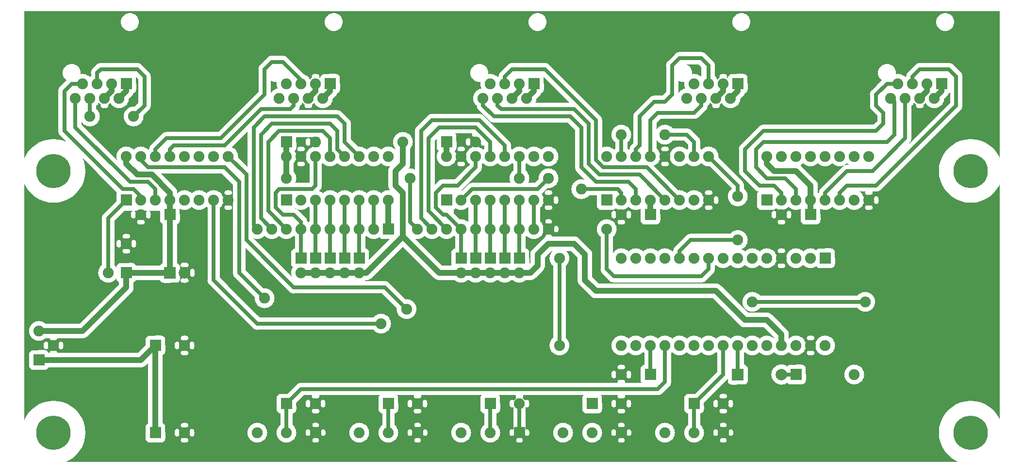
<source format=gbr>
G04 start of page 3 for group 1 idx 2 *
G04 Title: controller, bottomVCC *
G04 Creator: pcb 20140316 *
G04 CreationDate: Sat 06 Feb 2016 05:28:38 PM GMT UTC *
G04 For: rxdtxd *
G04 Format: Gerber/RS-274X *
G04 PCB-Dimensions (mil): 6700.00 3100.00 *
G04 PCB-Coordinate-Origin: lower left *
%MOIN*%
%FSLAX25Y25*%
%LNBOTTOM*%
%ADD33C,0.0300*%
%ADD32C,0.0394*%
%ADD31C,0.0630*%
%ADD30C,0.1181*%
%ADD29C,0.0315*%
%ADD28C,0.2362*%
%ADD27C,0.0787*%
%ADD26C,0.0750*%
%ADD25C,0.0400*%
%ADD24C,0.0001*%
%ADD23C,0.0250*%
G54D23*X465000Y127500D02*X470000Y132500D01*
X500000Y110000D02*X577500D01*
X405000Y127500D02*X465000D01*
X450000Y145000D02*X457500Y152500D01*
X450000Y140000D02*Y145000D01*
X470000Y132500D02*Y140000D01*
X490000Y190000D02*Y182500D01*
X470000Y210000D02*X490000Y190000D01*
X457500Y152500D02*X490000D01*
X422500Y197500D02*X395000D01*
X440000Y180000D02*X422500Y197500D01*
X427500Y202500D02*X397500D01*
X450000Y180000D02*X427500Y202500D01*
X515000Y190000D02*X505000D01*
X495000Y200000D01*
X272500Y167500D02*Y227500D01*
X280000Y235000D02*X272500Y227500D01*
X277500Y222500D02*X285000Y230000D01*
X277500Y172500D02*Y222500D01*
X265000Y165000D02*Y195000D01*
X160000Y95000D02*X245000D01*
X130000Y125000D02*X160000Y95000D01*
X247500Y120000D02*X262500Y105000D01*
X147500Y130000D02*X165000Y112500D01*
X367500Y80000D02*Y140000D01*
X185000Y120000D02*X247500D01*
X160000Y160000D02*X157500Y162500D01*
X147500Y192500D02*Y130000D01*
X130000Y180000D02*Y125000D01*
X152500Y197500D02*Y152500D01*
X172500Y185000D02*X175000Y187500D01*
X172500Y175000D02*Y185000D01*
X170000Y160000D02*X162500Y167500D01*
X180000Y160000D02*X167500Y172500D01*
X177500Y170000D02*X172500Y175000D01*
X152500Y152500D02*X185000Y120000D01*
X190000Y140000D02*Y165000D01*
X200000Y140000D02*Y180000D01*
X210000Y140000D02*Y180000D01*
X220000Y140000D02*Y180000D01*
X240000D02*Y160000D01*
X230000Y140000D02*Y180000D01*
X197500Y187500D02*X175000D01*
X415000Y192500D02*X392500D01*
X420000Y187500D02*X415000Y192500D01*
X420000Y180000D02*Y187500D01*
X270000Y160000D02*X265000Y165000D01*
X270000Y160000D02*X267500Y162500D01*
X280000Y160000D02*X272500Y167500D01*
X290000Y160000D02*X277500Y172500D01*
X460000Y220000D02*Y210000D01*
X502500Y215000D02*X507500Y220000D01*
X495000Y200000D02*Y215000D01*
X507500Y227500D01*
X190000Y50000D02*X180000Y40000D01*
Y20000D01*
X250000Y40000D02*Y20000D01*
X480000Y60000D02*Y80000D01*
X490000Y60000D02*Y80000D01*
X460000Y40000D02*X480000Y60000D01*
X460000Y20000D02*Y40000D01*
X530000Y60000D02*X520000D01*
X435000Y50000D02*X190000D01*
X440000Y55000D02*X435000Y50000D01*
X440000Y80000D02*Y55000D01*
X430000Y60000D02*Y80000D01*
X320000Y20000D02*Y40000D01*
X140000Y210000D02*X152500Y197500D01*
X157500Y162500D02*Y230000D01*
X167500Y172500D02*Y220000D01*
X162500Y167500D02*Y225000D01*
X137500Y202500D02*X147500Y192500D01*
X162500Y242500D02*X137500Y217500D01*
X160000Y247500D02*X135000Y222500D01*
X215000Y237500D02*X220000Y232500D01*
Y220000D02*Y232500D01*
X215000Y227500D02*X210000Y232500D01*
Y222500D02*X205000Y227500D01*
X200000Y190000D02*X197500Y187500D01*
X200000Y210000D02*Y190000D01*
X185000Y170000D02*X177500D01*
X190000Y165000D02*X185000Y170000D01*
X230000Y210000D02*X220000Y220000D01*
X215000Y215000D02*Y227500D01*
X220000Y210000D02*X215000Y215000D01*
X210000Y210000D02*Y222500D01*
X165000Y237500D02*X215000D01*
X170000Y232500D02*X210000D01*
X175000Y227500D02*X205000D01*
X182500Y242500D02*X185000Y245000D01*
X182500Y242500D02*X162500D01*
X157500Y230000D02*X165000Y237500D01*
X167500Y220000D02*X175000Y227500D01*
X162500Y225000D02*X170000Y232500D01*
X185000Y245000D02*Y250000D01*
X160000Y247500D02*X165000Y252500D01*
Y270000D01*
X170000Y275000D01*
X177500D01*
X190000Y262500D01*
Y260000D01*
X410000Y185000D02*Y180000D01*
X407500Y187500D02*X410000Y185000D01*
X402500Y187500D02*X407500D01*
X410000Y180000D02*Y180182D01*
X400000Y132500D02*X405000Y127500D01*
X400000Y160000D02*Y132500D01*
X410000Y210000D02*Y225000D01*
X402682Y187500D02*X382500D01*
X392500Y192500D02*X382500Y202500D01*
X387500Y205000D02*X395000Y197500D01*
X392500Y207500D02*X397500Y202500D01*
X392500Y207500D02*Y235000D01*
X352500Y187500D02*X360000Y195000D01*
X307500Y187500D02*X352500D01*
X300000Y180000D02*X307500Y187500D01*
X340000Y195000D02*Y210000D01*
X330000Y217500D02*X312500Y235000D01*
X320000Y220000D02*X310000Y230000D01*
X330000Y210000D02*Y217500D01*
X320000Y220000D02*Y210000D01*
X310000Y202500D02*Y210000D01*
X350000Y180000D02*Y160000D01*
X312500Y235000D02*X280000D01*
X285000Y230000D02*X310000D01*
X297500Y190000D02*X310000Y202500D01*
X287500Y190000D02*X297500D01*
X282500Y185000D02*X287500Y190000D01*
X282500Y175000D02*Y185000D01*
X287500Y170000D02*X282500Y175000D01*
X290000Y170000D02*X287500D01*
X300000Y160000D02*X290000Y170000D01*
X300000Y140000D02*Y160000D01*
X310000Y140000D02*Y180000D01*
X320000Y140000D02*Y180000D01*
X330000Y140000D02*Y180000D01*
X340000Y140000D02*Y180000D01*
X382500Y230000D02*Y202500D01*
X375000Y237500D02*X382500Y230000D01*
X387500Y232500D02*X377500Y242500D01*
X387500Y232500D02*Y205000D01*
X392500Y235000D02*X357500Y270000D01*
X377500Y242500D02*X327500D01*
X375000Y237500D02*X322500D01*
X327500Y242500D02*X325000Y245000D01*
Y250000D01*
X322500Y237500D02*X315000Y245000D01*
Y250000D01*
X357500Y270000D02*X335000D01*
X330000Y265000D01*
Y260000D01*
X585000Y190000D02*X592500Y197500D01*
X582500Y200000D02*X587500Y205000D01*
X565000Y200000D02*X582500D01*
X565000Y190000D02*X585000D01*
X550000Y185000D02*X565000Y200000D01*
X560000Y185000D02*X565000Y190000D01*
X550000Y180000D02*Y185000D01*
X560000Y180000D02*Y185000D01*
X530000Y187500D02*Y180000D01*
X522500Y195000D02*X530000Y187500D01*
X520000Y185000D02*X515000Y190000D01*
X520000Y180000D02*Y185000D01*
X510000Y195000D02*X522500D01*
X502500Y202500D02*X510000Y195000D01*
X502500Y202500D02*Y215000D01*
X507500Y220000D02*X592500D01*
X507500Y227500D02*X585000D01*
X587500Y205000D02*X605000Y222500D01*
X592500Y197500D02*X640000Y245000D01*
X590000Y232500D02*Y240000D01*
X605000Y222500D02*Y250000D01*
X592500Y220000D02*X597500Y225000D01*
Y247500D01*
X595000Y250000D01*
X585000Y227500D02*X590000Y232500D01*
Y240000D02*X585000Y245000D01*
X450000Y277500D02*X465000D01*
X470000Y272500D01*
Y260000D01*
X450000Y277500D02*X445000Y272500D01*
Y252500D02*Y272500D01*
X430000Y210000D02*Y235000D01*
X420000Y210000D02*Y215000D01*
X422500Y217500D01*
Y237500D01*
X460000Y240000D02*X465000Y245000D01*
Y250000D01*
X430000Y235000D02*X435000Y240000D01*
X460000D01*
X422500Y237500D02*X432500Y247500D01*
X440000D01*
X445000Y252500D01*
X440000Y225000D02*X455000D01*
X460000Y220000D01*
X640000Y245000D02*Y265000D01*
X635000Y270000D01*
X615000D01*
X610000Y265000D01*
Y260000D01*
X585000Y252500D02*X592500Y260000D01*
X600000D01*
X585000Y245000D02*Y252500D01*
X57500Y167500D02*Y130000D01*
X70000Y180000D02*X57500Y167500D01*
X75000Y187500D02*X67500D01*
X80000Y182500D02*X75000Y187500D01*
X80000Y180000D02*Y182500D01*
X85000Y192500D02*X72500D01*
X90000Y187500D02*X85000Y192500D01*
X90000Y180000D02*Y187500D01*
X35000Y230000D02*Y250000D01*
X27500Y227500D02*Y255000D01*
X32500Y260000D01*
X40000D01*
X45000Y250000D02*Y237500D01*
X50000Y260000D02*Y267500D01*
X52500Y270000D01*
X77500D01*
X82500Y265000D01*
Y245000D01*
X75000Y237500D01*
X35000Y230000D02*X72500Y192500D01*
X67500Y187500D02*X27500Y227500D01*
X85000Y202500D02*X137500D01*
X80000Y207500D02*X85000Y202500D01*
X80000Y210000D02*Y207500D01*
X100000Y212500D02*Y210000D01*
X102500Y217500D02*X100000Y215000D01*
Y212500D01*
X90000Y210000D02*Y215000D01*
X97500Y222500D01*
X137500Y217500D02*X102500D01*
X97500Y222500D02*X135000D01*
G54D24*G36*
X415191Y75237D02*X415212Y75212D01*
X416020Y74522D01*
X416926Y73967D01*
X417908Y73561D01*
X418941Y73313D01*
X420000Y73229D01*
X421059Y73313D01*
X422092Y73561D01*
X423074Y73967D01*
X423980Y74522D01*
X424788Y75212D01*
X425000Y75461D01*
X425212Y75212D01*
X425750Y74753D01*
Y66715D01*
X425320Y66612D01*
X424884Y66431D01*
X424481Y66185D01*
X424122Y65878D01*
X423815Y65519D01*
X423569Y65116D01*
X423388Y64680D01*
X423278Y64221D01*
X423250Y63750D01*
X423278Y55779D01*
X423388Y55320D01*
X423569Y54884D01*
X423815Y54481D01*
X424013Y54250D01*
X415191D01*
Y57386D01*
X415281Y57388D01*
X415513Y57430D01*
X415736Y57508D01*
X415944Y57620D01*
X416132Y57763D01*
X416295Y57933D01*
X416430Y58127D01*
X416532Y58340D01*
X416596Y58567D01*
X416721Y59278D01*
X416760Y60000D01*
X416721Y60722D01*
X416606Y61435D01*
X416538Y61662D01*
X416435Y61876D01*
X416299Y62070D01*
X416136Y62242D01*
X415947Y62385D01*
X415738Y62497D01*
X415514Y62575D01*
X415281Y62617D01*
X415191Y62619D01*
Y75237D01*
G37*
G36*
Y112500D02*X472929D01*
X491326Y94103D01*
X491454Y93954D01*
X492052Y93443D01*
X492052Y93442D01*
X492723Y93031D01*
X493450Y92730D01*
X494215Y92546D01*
X495000Y92485D01*
X495196Y92500D01*
X507929D01*
X515000Y85429D01*
Y84539D01*
X514788Y84788D01*
X513980Y85478D01*
X513074Y86033D01*
X512092Y86439D01*
X511059Y86687D01*
X510000Y86771D01*
X508941Y86687D01*
X507908Y86439D01*
X506926Y86033D01*
X506020Y85478D01*
X505212Y84788D01*
X505000Y84539D01*
X504788Y84788D01*
X503980Y85478D01*
X503074Y86033D01*
X502092Y86439D01*
X501059Y86687D01*
X500000Y86771D01*
X498941Y86687D01*
X497908Y86439D01*
X496926Y86033D01*
X496020Y85478D01*
X495212Y84788D01*
X495000Y84539D01*
X494788Y84788D01*
X493980Y85478D01*
X493074Y86033D01*
X492092Y86439D01*
X491059Y86687D01*
X490000Y86771D01*
X488941Y86687D01*
X487908Y86439D01*
X486926Y86033D01*
X486020Y85478D01*
X485212Y84788D01*
X485000Y84539D01*
X484788Y84788D01*
X483980Y85478D01*
X483074Y86033D01*
X482092Y86439D01*
X481059Y86687D01*
X480000Y86771D01*
X478941Y86687D01*
X477908Y86439D01*
X476926Y86033D01*
X476020Y85478D01*
X475212Y84788D01*
X475000Y84539D01*
X474788Y84788D01*
X473980Y85478D01*
X473074Y86033D01*
X472092Y86439D01*
X471059Y86687D01*
X470000Y86771D01*
X468941Y86687D01*
X467908Y86439D01*
X466926Y86033D01*
X466020Y85478D01*
X465212Y84788D01*
X465000Y84539D01*
X464788Y84788D01*
X463980Y85478D01*
X463074Y86033D01*
X462092Y86439D01*
X461059Y86687D01*
X460000Y86771D01*
X458941Y86687D01*
X457908Y86439D01*
X456926Y86033D01*
X456020Y85478D01*
X455212Y84788D01*
X455000Y84539D01*
X454788Y84788D01*
X453980Y85478D01*
X453074Y86033D01*
X452092Y86439D01*
X451059Y86687D01*
X450000Y86771D01*
X448941Y86687D01*
X447908Y86439D01*
X446926Y86033D01*
X446020Y85478D01*
X445212Y84788D01*
X445000Y84539D01*
X444788Y84788D01*
X443980Y85478D01*
X443074Y86033D01*
X442092Y86439D01*
X441059Y86687D01*
X440000Y86771D01*
X438941Y86687D01*
X437908Y86439D01*
X436926Y86033D01*
X436020Y85478D01*
X435212Y84788D01*
X435000Y84539D01*
X434788Y84788D01*
X433980Y85478D01*
X433074Y86033D01*
X432092Y86439D01*
X431059Y86687D01*
X430000Y86771D01*
X428941Y86687D01*
X427908Y86439D01*
X426926Y86033D01*
X426020Y85478D01*
X425212Y84788D01*
X425000Y84539D01*
X424788Y84788D01*
X423980Y85478D01*
X423074Y86033D01*
X422092Y86439D01*
X421059Y86687D01*
X420000Y86771D01*
X418941Y86687D01*
X417908Y86439D01*
X416926Y86033D01*
X416020Y85478D01*
X415212Y84788D01*
X415191Y84763D01*
Y112500D01*
G37*
G36*
X409997Y73229D02*X410000Y73229D01*
X411059Y73313D01*
X412092Y73561D01*
X413074Y73967D01*
X413980Y74522D01*
X414788Y75212D01*
X415000Y75461D01*
X415191Y75237D01*
Y62619D01*
X415044Y62622D01*
X414810Y62590D01*
X414583Y62522D01*
X414369Y62419D01*
X414175Y62284D01*
X414004Y62120D01*
X413860Y61931D01*
X413748Y61723D01*
X413670Y61499D01*
X413628Y61266D01*
X413623Y61029D01*
X413659Y60795D01*
X413729Y60400D01*
X413750Y60000D01*
X413729Y59600D01*
X413664Y59204D01*
X413628Y58971D01*
X413633Y58735D01*
X413675Y58502D01*
X413753Y58279D01*
X413865Y58071D01*
X414008Y57884D01*
X414178Y57720D01*
X414372Y57586D01*
X414585Y57483D01*
X414811Y57415D01*
X415045Y57383D01*
X415191Y57386D01*
Y54250D01*
X412491D01*
X412497Y54262D01*
X412575Y54486D01*
X412617Y54719D01*
X412622Y54956D01*
X412590Y55190D01*
X412522Y55417D01*
X412419Y55631D01*
X412284Y55825D01*
X412120Y55996D01*
X411931Y56140D01*
X411723Y56252D01*
X411499Y56330D01*
X411266Y56372D01*
X411029Y56377D01*
X410795Y56341D01*
X410400Y56271D01*
X410000Y56250D01*
X409997Y56250D01*
Y63750D01*
X410000Y63750D01*
X410400Y63729D01*
X410796Y63664D01*
X411029Y63628D01*
X411265Y63633D01*
X411498Y63675D01*
X411721Y63753D01*
X411929Y63865D01*
X412116Y64008D01*
X412280Y64178D01*
X412414Y64372D01*
X412517Y64585D01*
X412585Y64811D01*
X412617Y65045D01*
X412612Y65281D01*
X412570Y65513D01*
X412492Y65736D01*
X412380Y65944D01*
X412237Y66132D01*
X412067Y66295D01*
X411873Y66430D01*
X411660Y66532D01*
X411433Y66596D01*
X410722Y66721D01*
X410000Y66760D01*
X409997Y66760D01*
Y73229D01*
G37*
G36*
Y112500D02*X415191D01*
Y84763D01*
X415000Y84539D01*
X414788Y84788D01*
X413980Y85478D01*
X413074Y86033D01*
X412092Y86439D01*
X411059Y86687D01*
X410000Y86771D01*
X409997Y86771D01*
Y112500D01*
G37*
G36*
X404809Y75685D02*X405212Y75212D01*
X406020Y74522D01*
X406926Y73967D01*
X407908Y73561D01*
X408941Y73313D01*
X409997Y73229D01*
Y66760D01*
X409278Y66721D01*
X408565Y66606D01*
X408338Y66538D01*
X408124Y66435D01*
X407930Y66299D01*
X407758Y66136D01*
X407615Y65947D01*
X407503Y65738D01*
X407425Y65514D01*
X407383Y65281D01*
X407378Y65044D01*
X407410Y64810D01*
X407478Y64583D01*
X407581Y64369D01*
X407716Y64175D01*
X407880Y64004D01*
X408069Y63860D01*
X408277Y63748D01*
X408501Y63670D01*
X408734Y63628D01*
X408971Y63623D01*
X409205Y63659D01*
X409600Y63729D01*
X409997Y63750D01*
Y56250D01*
X409600Y56271D01*
X409204Y56336D01*
X408971Y56372D01*
X408735Y56367D01*
X408502Y56325D01*
X408279Y56247D01*
X408071Y56135D01*
X407884Y55992D01*
X407720Y55822D01*
X407586Y55628D01*
X407483Y55415D01*
X407415Y55189D01*
X407383Y54955D01*
X407388Y54719D01*
X407430Y54487D01*
X407508Y54264D01*
X407515Y54250D01*
X404809D01*
Y57381D01*
X404956Y57378D01*
X405190Y57410D01*
X405417Y57478D01*
X405631Y57581D01*
X405825Y57716D01*
X405996Y57880D01*
X406140Y58069D01*
X406252Y58277D01*
X406330Y58501D01*
X406372Y58734D01*
X406377Y58971D01*
X406341Y59205D01*
X406271Y59600D01*
X406250Y60000D01*
X406271Y60400D01*
X406336Y60796D01*
X406372Y61029D01*
X406367Y61265D01*
X406325Y61498D01*
X406247Y61721D01*
X406135Y61929D01*
X405992Y62116D01*
X405822Y62280D01*
X405628Y62414D01*
X405415Y62517D01*
X405189Y62585D01*
X404955Y62617D01*
X404809Y62614D01*
Y75685D01*
G37*
G36*
Y112500D02*X409997D01*
Y86771D01*
X408941Y86687D01*
X407908Y86439D01*
X406926Y86033D01*
X406020Y85478D01*
X405212Y84788D01*
X404809Y84315D01*
Y112500D01*
G37*
G36*
X401541D02*X404809D01*
Y84315D01*
X404522Y83980D01*
X403967Y83074D01*
X403561Y82092D01*
X403313Y81059D01*
X403229Y80000D01*
X403313Y78941D01*
X403561Y77908D01*
X403967Y76926D01*
X404522Y76020D01*
X404809Y75685D01*
Y62614D01*
X404719Y62612D01*
X404487Y62570D01*
X404264Y62492D01*
X404056Y62380D01*
X403868Y62237D01*
X403705Y62067D01*
X403570Y61873D01*
X403468Y61660D01*
X403404Y61433D01*
X403279Y60722D01*
X403240Y60000D01*
X403279Y59278D01*
X403394Y58565D01*
X403462Y58338D01*
X403565Y58124D01*
X403701Y57930D01*
X403864Y57758D01*
X404053Y57615D01*
X404262Y57503D01*
X404486Y57425D01*
X404719Y57383D01*
X404809Y57381D01*
Y54250D01*
X401541D01*
Y112500D01*
G37*
G36*
X585191Y238798D02*X585750Y238240D01*
Y234260D01*
X585191Y233702D01*
Y238798D01*
G37*
G36*
X632491Y6917D02*X634530Y4530D01*
X637140Y2300D01*
X640067Y506D01*
X641290Y0D01*
X632491D01*
Y6917D01*
G37*
G36*
Y186917D02*X634530Y184530D01*
X637140Y182300D01*
X640067Y180506D01*
X643239Y179193D01*
X646577Y178391D01*
X650000Y178122D01*
X653423Y178391D01*
X656761Y179193D01*
X659933Y180506D01*
X662860Y182300D01*
X665470Y184530D01*
X667700Y187140D01*
X669494Y190067D01*
X670000Y191290D01*
Y28710D01*
X669494Y29933D01*
X667700Y32860D01*
X665470Y35470D01*
X662860Y37700D01*
X659933Y39494D01*
X656761Y40807D01*
X653423Y41609D01*
X650000Y41878D01*
X646577Y41609D01*
X643239Y40807D01*
X640067Y39494D01*
X637140Y37700D01*
X634530Y35470D01*
X632491Y33083D01*
Y186917D01*
G37*
G36*
Y310000D02*X670000D01*
Y208710D01*
X669494Y209933D01*
X667700Y212860D01*
X665470Y215470D01*
X662860Y217700D01*
X659933Y219494D01*
X656761Y220807D01*
X653423Y221609D01*
X650000Y221878D01*
X646577Y221609D01*
X643239Y220807D01*
X640067Y219494D01*
X637140Y217700D01*
X634530Y215470D01*
X632491Y213083D01*
Y231480D01*
X642887Y241877D01*
X643014Y241986D01*
X643449Y242494D01*
X643449Y242494D01*
X643798Y243065D01*
X644054Y243683D01*
X644211Y244333D01*
X644263Y245000D01*
X644250Y245167D01*
Y264833D01*
X644263Y265000D01*
X644211Y265667D01*
X644211Y265667D01*
X644054Y266317D01*
X643798Y266935D01*
X643449Y267506D01*
X643014Y268014D01*
X642887Y268123D01*
X638123Y272887D01*
X638014Y273014D01*
X637506Y273449D01*
X636935Y273798D01*
X636317Y274054D01*
X635667Y274211D01*
X635667Y274211D01*
X635000Y274263D01*
X634834Y274250D01*
X632491D01*
Y296332D01*
X632500Y296331D01*
X633465Y296407D01*
X634406Y296633D01*
X635300Y297004D01*
X636126Y297510D01*
X636862Y298138D01*
X637490Y298874D01*
X637996Y299700D01*
X638367Y300594D01*
X638593Y301535D01*
X638650Y302500D01*
X638593Y303465D01*
X638367Y304406D01*
X637996Y305300D01*
X637490Y306126D01*
X636862Y306862D01*
X636126Y307490D01*
X635300Y307996D01*
X634406Y308367D01*
X633465Y308593D01*
X632500Y308669D01*
X632491Y308668D01*
Y310000D01*
G37*
G36*
Y213083D02*X632300Y212860D01*
X630506Y209933D01*
X629193Y206761D01*
X628391Y203423D01*
X628122Y200000D01*
X628391Y196577D01*
X629193Y193239D01*
X630506Y190067D01*
X632300Y187140D01*
X632491Y186917D01*
Y33083D01*
X632300Y32860D01*
X630506Y29933D01*
X629193Y26761D01*
X628391Y23423D01*
X628122Y20000D01*
X628391Y16577D01*
X629193Y13239D01*
X630506Y10067D01*
X632300Y7140D01*
X632491Y6917D01*
Y0D01*
X585191D01*
Y177386D01*
X585281Y177388D01*
X585513Y177430D01*
X585736Y177508D01*
X585944Y177620D01*
X586132Y177763D01*
X586295Y177933D01*
X586430Y178127D01*
X586532Y178340D01*
X586596Y178567D01*
X586721Y179278D01*
X586760Y180000D01*
X586721Y180722D01*
X586606Y181435D01*
X586538Y181662D01*
X586435Y181876D01*
X586299Y182070D01*
X586136Y182242D01*
X585947Y182385D01*
X585738Y182497D01*
X585514Y182575D01*
X585281Y182617D01*
X585191Y182619D01*
Y185752D01*
X585666Y185789D01*
X585667Y185789D01*
X586317Y185946D01*
X586935Y186202D01*
X587506Y186551D01*
X588014Y186986D01*
X588123Y187113D01*
X632491Y231480D01*
Y213083D01*
G37*
G36*
X585191Y310000D02*X632491D01*
Y308668D01*
X631535Y308593D01*
X630594Y308367D01*
X629700Y307996D01*
X628874Y307490D01*
X628138Y306862D01*
X627510Y306126D01*
X627004Y305300D01*
X626633Y304406D01*
X626407Y303465D01*
X626331Y302500D01*
X626407Y301535D01*
X626633Y300594D01*
X627004Y299700D01*
X627510Y298874D01*
X628138Y298138D01*
X628874Y297510D01*
X629700Y297004D01*
X630594Y296633D01*
X631535Y296407D01*
X632491Y296332D01*
Y274250D01*
X615167D01*
X615000Y274263D01*
X614333Y274211D01*
X613683Y274054D01*
X613065Y273798D01*
X612494Y273449D01*
X612494Y273449D01*
X611986Y273014D01*
X611877Y272887D01*
X607113Y268123D01*
X606986Y268014D01*
X606551Y267506D01*
X606202Y266935D01*
X605946Y266317D01*
X605789Y265667D01*
X605789Y265666D01*
X605757Y265253D01*
X605212Y264788D01*
X605000Y264539D01*
X604788Y264788D01*
X603980Y265478D01*
X603074Y266033D01*
X602092Y266439D01*
X601059Y266687D01*
X600000Y266771D01*
X598941Y266687D01*
X598597Y266605D01*
X598650Y267500D01*
X598593Y268465D01*
X598367Y269406D01*
X597996Y270300D01*
X597490Y271126D01*
X596862Y271862D01*
X596126Y272490D01*
X595300Y272996D01*
X594406Y273367D01*
X593465Y273593D01*
X592500Y273669D01*
X591535Y273593D01*
X590594Y273367D01*
X589700Y272996D01*
X588874Y272490D01*
X588138Y271862D01*
X587510Y271126D01*
X587004Y270300D01*
X586633Y269406D01*
X586407Y268465D01*
X586331Y267500D01*
X586407Y266535D01*
X586633Y265594D01*
X587004Y264700D01*
X587510Y263874D01*
X588138Y263138D01*
X588874Y262510D01*
X588952Y262462D01*
X585191Y258702D01*
Y310000D01*
G37*
G36*
Y0D02*X580003D01*
Y103731D01*
X580574Y103967D01*
X581480Y104522D01*
X582288Y105212D01*
X582978Y106020D01*
X583533Y106926D01*
X583939Y107908D01*
X584187Y108941D01*
X584250Y110000D01*
X584187Y111059D01*
X583939Y112092D01*
X583533Y113074D01*
X582978Y113980D01*
X582288Y114788D01*
X581480Y115478D01*
X580574Y116033D01*
X580003Y116269D01*
Y173240D01*
X580722Y173279D01*
X581435Y173394D01*
X581662Y173462D01*
X581876Y173565D01*
X582070Y173701D01*
X582242Y173864D01*
X582385Y174053D01*
X582497Y174262D01*
X582575Y174486D01*
X582617Y174719D01*
X582622Y174956D01*
X582590Y175190D01*
X582522Y175417D01*
X582419Y175631D01*
X582284Y175825D01*
X582120Y175996D01*
X581931Y176140D01*
X581723Y176252D01*
X581499Y176330D01*
X581266Y176372D01*
X581029Y176377D01*
X580795Y176341D01*
X580400Y176271D01*
X580003Y176250D01*
Y183750D01*
X580400Y183729D01*
X580796Y183664D01*
X581029Y183628D01*
X581265Y183633D01*
X581498Y183675D01*
X581721Y183753D01*
X581929Y183865D01*
X582116Y184008D01*
X582280Y184178D01*
X582414Y184372D01*
X582517Y184585D01*
X582585Y184811D01*
X582617Y185045D01*
X582612Y185281D01*
X582570Y185513D01*
X582492Y185736D01*
X582485Y185750D01*
X584834D01*
X585000Y185737D01*
X585191Y185752D01*
Y182619D01*
X585044Y182622D01*
X584810Y182590D01*
X584583Y182522D01*
X584369Y182419D01*
X584175Y182284D01*
X584004Y182120D01*
X583860Y181931D01*
X583748Y181723D01*
X583670Y181499D01*
X583628Y181266D01*
X583623Y181029D01*
X583659Y180795D01*
X583729Y180400D01*
X583750Y180000D01*
X583729Y179600D01*
X583664Y179204D01*
X583628Y178971D01*
X583633Y178735D01*
X583675Y178502D01*
X583753Y178279D01*
X583865Y178071D01*
X584008Y177884D01*
X584178Y177720D01*
X584372Y177586D01*
X584585Y177483D01*
X584811Y177415D01*
X585045Y177383D01*
X585191Y177386D01*
Y0D01*
G37*
G36*
X580003Y310000D02*X585191D01*
Y258702D01*
X582113Y255623D01*
X581986Y255514D01*
X581551Y255006D01*
X581202Y254435D01*
X580946Y253817D01*
X580789Y253167D01*
X580789Y253167D01*
X580737Y252500D01*
X580750Y252334D01*
Y245167D01*
X580737Y245000D01*
X580789Y244333D01*
X580946Y243683D01*
X581202Y243065D01*
X581551Y242494D01*
X581551Y242494D01*
X581986Y241986D01*
X582113Y241877D01*
X585191Y238798D01*
Y233702D01*
X583240Y231750D01*
X580003D01*
Y310000D01*
G37*
G36*
Y116269D02*X579592Y116439D01*
X578559Y116687D01*
X577500Y116771D01*
X576441Y116687D01*
X575408Y116439D01*
X574426Y116033D01*
X573520Y115478D01*
X572712Y114788D01*
X572253Y114250D01*
X569990D01*
Y173230D01*
X570000Y173229D01*
X571059Y173313D01*
X572092Y173561D01*
X573074Y173967D01*
X573980Y174522D01*
X574788Y175212D01*
X575478Y176020D01*
X576033Y176926D01*
X576439Y177908D01*
X576687Y178941D01*
X576750Y180000D01*
X576687Y181059D01*
X576439Y182092D01*
X576033Y183074D01*
X575478Y183980D01*
X574788Y184788D01*
X573980Y185478D01*
X573535Y185750D01*
X577509D01*
X577503Y185738D01*
X577425Y185514D01*
X577383Y185281D01*
X577378Y185044D01*
X577410Y184810D01*
X577478Y184583D01*
X577581Y184369D01*
X577716Y184175D01*
X577880Y184004D01*
X578069Y183860D01*
X578277Y183748D01*
X578501Y183670D01*
X578734Y183628D01*
X578971Y183623D01*
X579205Y183659D01*
X579600Y183729D01*
X580000Y183750D01*
X580003Y183750D01*
Y176250D01*
X580000Y176250D01*
X579600Y176271D01*
X579204Y176336D01*
X578971Y176372D01*
X578735Y176367D01*
X578502Y176325D01*
X578279Y176247D01*
X578071Y176135D01*
X577884Y175992D01*
X577720Y175822D01*
X577586Y175628D01*
X577483Y175415D01*
X577415Y175189D01*
X577383Y174955D01*
X577388Y174719D01*
X577430Y174487D01*
X577508Y174264D01*
X577620Y174056D01*
X577763Y173868D01*
X577933Y173705D01*
X578127Y173570D01*
X578340Y173468D01*
X578567Y173404D01*
X579278Y173279D01*
X580000Y173240D01*
X580003Y173240D01*
Y116269D01*
G37*
G36*
Y0D02*X569990D01*
Y53230D01*
X570000Y53229D01*
X571059Y53313D01*
X572092Y53561D01*
X573074Y53967D01*
X573980Y54522D01*
X574788Y55212D01*
X575478Y56020D01*
X576033Y56926D01*
X576439Y57908D01*
X576687Y58941D01*
X576750Y60000D01*
X576687Y61059D01*
X576439Y62092D01*
X576033Y63074D01*
X575478Y63980D01*
X574788Y64788D01*
X573980Y65478D01*
X573074Y66033D01*
X572092Y66439D01*
X571059Y66687D01*
X570000Y66771D01*
X569990Y66770D01*
Y105750D01*
X572253D01*
X572712Y105212D01*
X573520Y104522D01*
X574426Y103967D01*
X575408Y103561D01*
X576441Y103313D01*
X577500Y103229D01*
X578559Y103313D01*
X579592Y103561D01*
X580003Y103731D01*
Y0D01*
G37*
G36*
X569990Y310000D02*X580003D01*
Y231750D01*
X569990D01*
Y310000D01*
G37*
G36*
Y114250D02*X538740D01*
Y133361D01*
X538941Y133313D01*
X540000Y133229D01*
X541059Y133313D01*
X542092Y133561D01*
X543074Y133967D01*
X543849Y134442D01*
X544122Y134122D01*
X544481Y133815D01*
X544884Y133569D01*
X545320Y133388D01*
X545779Y133278D01*
X546250Y133250D01*
X554221Y133278D01*
X554680Y133388D01*
X555116Y133569D01*
X555519Y133815D01*
X555878Y134122D01*
X556185Y134481D01*
X556431Y134884D01*
X556612Y135320D01*
X556722Y135779D01*
X556750Y136250D01*
X556722Y144221D01*
X556612Y144680D01*
X556431Y145116D01*
X556185Y145519D01*
X555878Y145878D01*
X555519Y146185D01*
X555116Y146431D01*
X554680Y146612D01*
X554221Y146722D01*
X553750Y146750D01*
X545779Y146722D01*
X545320Y146612D01*
X544884Y146431D01*
X544481Y146185D01*
X544122Y145878D01*
X543849Y145558D01*
X543074Y146033D01*
X542092Y146439D01*
X541059Y146687D01*
X540000Y146771D01*
X538941Y146687D01*
X538740Y146639D01*
Y163259D01*
X544221Y163278D01*
X544680Y163388D01*
X545116Y163569D01*
X545519Y163815D01*
X545878Y164122D01*
X546185Y164481D01*
X546431Y164884D01*
X546612Y165320D01*
X546722Y165779D01*
X546750Y166250D01*
X546723Y174092D01*
X546926Y173967D01*
X547908Y173561D01*
X548941Y173313D01*
X550000Y173229D01*
X551059Y173313D01*
X552092Y173561D01*
X553074Y173967D01*
X553980Y174522D01*
X554788Y175212D01*
X555000Y175461D01*
X555212Y175212D01*
X556020Y174522D01*
X556926Y173967D01*
X557908Y173561D01*
X558941Y173313D01*
X560000Y173229D01*
X561059Y173313D01*
X562092Y173561D01*
X563074Y173967D01*
X563980Y174522D01*
X564788Y175212D01*
X565000Y175461D01*
X565212Y175212D01*
X566020Y174522D01*
X566926Y173967D01*
X567908Y173561D01*
X568941Y173313D01*
X569990Y173230D01*
Y114250D01*
G37*
G36*
Y0D02*X549990D01*
Y73230D01*
X550000Y73229D01*
X551059Y73313D01*
X552092Y73561D01*
X553074Y73967D01*
X553980Y74522D01*
X554788Y75212D01*
X555478Y76020D01*
X556033Y76926D01*
X556439Y77908D01*
X556687Y78941D01*
X556750Y80000D01*
X556687Y81059D01*
X556439Y82092D01*
X556033Y83074D01*
X555478Y83980D01*
X554788Y84788D01*
X553980Y85478D01*
X553074Y86033D01*
X552092Y86439D01*
X551059Y86687D01*
X550000Y86771D01*
X549990Y86770D01*
Y105750D01*
X569990D01*
Y66770D01*
X568941Y66687D01*
X567908Y66439D01*
X566926Y66033D01*
X566020Y65478D01*
X565212Y64788D01*
X564522Y63980D01*
X563967Y63074D01*
X563561Y62092D01*
X563313Y61059D01*
X563229Y60000D01*
X563313Y58941D01*
X563561Y57908D01*
X563967Y56926D01*
X564522Y56020D01*
X565212Y55212D01*
X566020Y54522D01*
X566926Y53967D01*
X567908Y53561D01*
X568941Y53313D01*
X569990Y53230D01*
Y0D01*
G37*
G36*
X549990D02*X538740D01*
Y73374D01*
X539278Y73279D01*
X540000Y73240D01*
X540722Y73279D01*
X541435Y73394D01*
X541662Y73462D01*
X541876Y73565D01*
X542070Y73701D01*
X542242Y73864D01*
X542385Y74053D01*
X542497Y74262D01*
X542575Y74486D01*
X542617Y74719D01*
X542622Y74956D01*
X542590Y75190D01*
X542522Y75417D01*
X542419Y75631D01*
X542284Y75825D01*
X542120Y75996D01*
X541931Y76140D01*
X541723Y76252D01*
X541499Y76330D01*
X541266Y76372D01*
X541029Y76377D01*
X540795Y76341D01*
X540400Y76271D01*
X540000Y76250D01*
X539600Y76271D01*
X539204Y76336D01*
X538971Y76372D01*
X538740Y76367D01*
Y83628D01*
X538971Y83623D01*
X539205Y83659D01*
X539600Y83729D01*
X540000Y83750D01*
X540400Y83729D01*
X540796Y83664D01*
X541029Y83628D01*
X541265Y83633D01*
X541498Y83675D01*
X541721Y83753D01*
X541929Y83865D01*
X542116Y84008D01*
X542280Y84178D01*
X542414Y84372D01*
X542517Y84585D01*
X542585Y84811D01*
X542617Y85045D01*
X542612Y85281D01*
X542570Y85513D01*
X542492Y85736D01*
X542380Y85944D01*
X542237Y86132D01*
X542067Y86295D01*
X541873Y86430D01*
X541660Y86532D01*
X541433Y86596D01*
X540722Y86721D01*
X540000Y86760D01*
X539278Y86721D01*
X538740Y86634D01*
Y105750D01*
X549990D01*
Y86770D01*
X548941Y86687D01*
X547908Y86439D01*
X546926Y86033D01*
X546020Y85478D01*
X545212Y84788D01*
X544522Y83980D01*
X543967Y83074D01*
X543561Y82092D01*
X543313Y81059D01*
X543229Y80000D01*
X543313Y78941D01*
X543561Y77908D01*
X543967Y76926D01*
X544522Y76020D01*
X545212Y75212D01*
X546020Y74522D01*
X546926Y73967D01*
X547908Y73561D01*
X548941Y73313D01*
X549990Y73230D01*
Y0D01*
G37*
G36*
X538740Y310000D02*X569990D01*
Y231750D01*
X538740D01*
Y310000D01*
G37*
G36*
X470003Y73229D02*X471059Y73313D01*
X472092Y73561D01*
X473074Y73967D01*
X473980Y74522D01*
X474788Y75212D01*
X475000Y75461D01*
X475212Y75212D01*
X475750Y74753D01*
Y61760D01*
X470003Y56013D01*
Y73229D01*
G37*
G36*
X520003Y105750D02*X538740D01*
Y86634D01*
X538565Y86606D01*
X538338Y86538D01*
X538124Y86435D01*
X537930Y86299D01*
X537758Y86136D01*
X537615Y85947D01*
X537503Y85738D01*
X537425Y85514D01*
X537383Y85281D01*
X537378Y85044D01*
X537410Y84810D01*
X537478Y84583D01*
X537581Y84369D01*
X537716Y84175D01*
X537880Y84004D01*
X538069Y83860D01*
X538277Y83748D01*
X538501Y83670D01*
X538734Y83628D01*
X538740Y83628D01*
Y76367D01*
X538735Y76367D01*
X538502Y76325D01*
X538279Y76247D01*
X538071Y76135D01*
X537884Y75992D01*
X537720Y75822D01*
X537586Y75628D01*
X537483Y75415D01*
X537415Y75189D01*
X537383Y74955D01*
X537388Y74719D01*
X537430Y74487D01*
X537508Y74264D01*
X537620Y74056D01*
X537763Y73868D01*
X537933Y73705D01*
X538127Y73570D01*
X538340Y73468D01*
X538567Y73404D01*
X538740Y73374D01*
Y0D01*
X520003D01*
Y53042D01*
X521089Y53127D01*
X522150Y53382D01*
X523159Y53800D01*
X523972Y54298D01*
X524122Y54122D01*
X524481Y53815D01*
X524884Y53569D01*
X525320Y53388D01*
X525779Y53278D01*
X526250Y53250D01*
X534221Y53278D01*
X534680Y53388D01*
X535116Y53569D01*
X535519Y53815D01*
X535878Y54122D01*
X536185Y54481D01*
X536431Y54884D01*
X536612Y55320D01*
X536722Y55779D01*
X536750Y56250D01*
X536722Y64221D01*
X536612Y64680D01*
X536431Y65116D01*
X536185Y65519D01*
X535878Y65878D01*
X535519Y66185D01*
X535116Y66431D01*
X534680Y66612D01*
X534221Y66722D01*
X533750Y66750D01*
X525779Y66722D01*
X525320Y66612D01*
X524884Y66431D01*
X524481Y66185D01*
X524122Y65878D01*
X523972Y65702D01*
X523159Y66200D01*
X522150Y66618D01*
X521089Y66873D01*
X520003Y66958D01*
Y73229D01*
X521059Y73313D01*
X522092Y73561D01*
X523074Y73967D01*
X523980Y74522D01*
X524788Y75212D01*
X525000Y75461D01*
X525212Y75212D01*
X526020Y74522D01*
X526926Y73967D01*
X527908Y73561D01*
X528941Y73313D01*
X530000Y73229D01*
X531059Y73313D01*
X532092Y73561D01*
X533074Y73967D01*
X533980Y74522D01*
X534788Y75212D01*
X535478Y76020D01*
X536033Y76926D01*
X536439Y77908D01*
X536687Y78941D01*
X536750Y80000D01*
X536687Y81059D01*
X536439Y82092D01*
X536033Y83074D01*
X535478Y83980D01*
X534788Y84788D01*
X533980Y85478D01*
X533074Y86033D01*
X532092Y86439D01*
X531059Y86687D01*
X530000Y86771D01*
X528941Y86687D01*
X527908Y86439D01*
X526926Y86033D01*
X526020Y85478D01*
X525212Y84788D01*
X525000Y84539D01*
X525000Y84539D01*
Y87304D01*
X525015Y87500D01*
X524954Y88285D01*
X524770Y89050D01*
X524469Y89777D01*
X524313Y90032D01*
X524058Y90448D01*
X523546Y91046D01*
X523397Y91174D01*
X520003Y94568D01*
Y105750D01*
G37*
G36*
X525191Y135237D02*X525212Y135212D01*
X526020Y134522D01*
X526926Y133967D01*
X527908Y133561D01*
X528941Y133313D01*
X530000Y133229D01*
X531059Y133313D01*
X532092Y133561D01*
X533074Y133967D01*
X533980Y134522D01*
X534788Y135212D01*
X535000Y135461D01*
X535212Y135212D01*
X536020Y134522D01*
X536926Y133967D01*
X537908Y133561D01*
X538740Y133361D01*
Y114250D01*
X525191D01*
Y135237D01*
G37*
G36*
Y175237D02*X525212Y175212D01*
X526020Y174522D01*
X526926Y173967D01*
X527908Y173561D01*
X528941Y173313D01*
X530000Y173229D01*
X531059Y173313D01*
X532092Y173561D01*
X533074Y173967D01*
X533270Y174087D01*
X533250Y173750D01*
X533278Y165779D01*
X533388Y165320D01*
X533569Y164884D01*
X533815Y164481D01*
X534122Y164122D01*
X534481Y163815D01*
X534884Y163569D01*
X535320Y163388D01*
X535779Y163278D01*
X536250Y163250D01*
X538740Y163259D01*
Y146639D01*
X537908Y146439D01*
X536926Y146033D01*
X536020Y145478D01*
X535212Y144788D01*
X535000Y144539D01*
X534788Y144788D01*
X533980Y145478D01*
X533074Y146033D01*
X532092Y146439D01*
X531059Y146687D01*
X530000Y146771D01*
X528941Y146687D01*
X527908Y146439D01*
X526926Y146033D01*
X526020Y145478D01*
X525212Y144788D01*
X525191Y144763D01*
Y167386D01*
X525281Y167388D01*
X525513Y167430D01*
X525736Y167508D01*
X525944Y167620D01*
X526132Y167763D01*
X526295Y167933D01*
X526430Y168127D01*
X526532Y168340D01*
X526596Y168567D01*
X526721Y169278D01*
X526760Y170000D01*
X526721Y170722D01*
X526606Y171435D01*
X526538Y171662D01*
X526435Y171876D01*
X526299Y172070D01*
X526136Y172242D01*
X525947Y172385D01*
X525738Y172497D01*
X525514Y172575D01*
X525281Y172617D01*
X525191Y172619D01*
Y175237D01*
G37*
G36*
X520003Y173229D02*X521059Y173313D01*
X522092Y173561D01*
X523074Y173967D01*
X523980Y174522D01*
X524788Y175212D01*
X525000Y175461D01*
X525191Y175237D01*
Y172619D01*
X525044Y172622D01*
X524810Y172590D01*
X524583Y172522D01*
X524369Y172419D01*
X524175Y172284D01*
X524004Y172120D01*
X523860Y171931D01*
X523748Y171723D01*
X523670Y171499D01*
X523628Y171266D01*
X523623Y171029D01*
X523659Y170795D01*
X523729Y170400D01*
X523750Y170000D01*
X523729Y169600D01*
X523664Y169204D01*
X523628Y168971D01*
X523633Y168735D01*
X523675Y168502D01*
X523753Y168279D01*
X523865Y168071D01*
X524008Y167884D01*
X524178Y167720D01*
X524372Y167586D01*
X524585Y167483D01*
X524811Y167415D01*
X525045Y167383D01*
X525191Y167386D01*
Y144763D01*
X524522Y143980D01*
X523967Y143074D01*
X523561Y142092D01*
X523313Y141059D01*
X523229Y140000D01*
X523313Y138941D01*
X523561Y137908D01*
X523967Y136926D01*
X524522Y136020D01*
X525191Y135237D01*
Y114250D01*
X520003D01*
Y133240D01*
X520722Y133279D01*
X521435Y133394D01*
X521662Y133462D01*
X521876Y133565D01*
X522070Y133701D01*
X522242Y133864D01*
X522385Y134053D01*
X522497Y134262D01*
X522575Y134486D01*
X522617Y134719D01*
X522622Y134956D01*
X522590Y135190D01*
X522522Y135417D01*
X522419Y135631D01*
X522284Y135825D01*
X522120Y135996D01*
X521931Y136140D01*
X521723Y136252D01*
X521499Y136330D01*
X521266Y136372D01*
X521029Y136377D01*
X520795Y136341D01*
X520400Y136271D01*
X520003Y136250D01*
Y143750D01*
X520400Y143729D01*
X520796Y143664D01*
X521029Y143628D01*
X521265Y143633D01*
X521498Y143675D01*
X521721Y143753D01*
X521929Y143865D01*
X522116Y144008D01*
X522280Y144178D01*
X522414Y144372D01*
X522517Y144585D01*
X522585Y144811D01*
X522617Y145045D01*
X522612Y145281D01*
X522570Y145513D01*
X522492Y145736D01*
X522380Y145944D01*
X522237Y146132D01*
X522067Y146295D01*
X521873Y146430D01*
X521660Y146532D01*
X521433Y146596D01*
X520722Y146721D01*
X520003Y146760D01*
Y163240D01*
X520722Y163279D01*
X521435Y163394D01*
X521662Y163462D01*
X521876Y163565D01*
X522070Y163701D01*
X522242Y163864D01*
X522385Y164053D01*
X522497Y164262D01*
X522575Y164486D01*
X522617Y164719D01*
X522622Y164956D01*
X522590Y165190D01*
X522522Y165417D01*
X522419Y165631D01*
X522284Y165825D01*
X522120Y165996D01*
X521931Y166140D01*
X521723Y166252D01*
X521499Y166330D01*
X521266Y166372D01*
X521029Y166377D01*
X520795Y166341D01*
X520400Y166271D01*
X520003Y166250D01*
Y173229D01*
G37*
G36*
Y0D02*X492491D01*
Y53084D01*
X494408Y53091D01*
X494867Y53201D01*
X495303Y53382D01*
X495706Y53628D01*
X496065Y53935D01*
X496372Y54294D01*
X496618Y54697D01*
X496799Y55133D01*
X496909Y55592D01*
X496937Y56063D01*
X496909Y64408D01*
X496799Y64867D01*
X496618Y65303D01*
X496372Y65706D01*
X496065Y66065D01*
X495706Y66372D01*
X495303Y66618D01*
X494867Y66799D01*
X494408Y66909D01*
X494250Y66919D01*
Y74753D01*
X494788Y75212D01*
X495000Y75461D01*
X495212Y75212D01*
X496020Y74522D01*
X496926Y73967D01*
X497908Y73561D01*
X498941Y73313D01*
X500000Y73229D01*
X501059Y73313D01*
X502092Y73561D01*
X503074Y73967D01*
X503980Y74522D01*
X504788Y75212D01*
X505000Y75461D01*
X505212Y75212D01*
X506020Y74522D01*
X506926Y73967D01*
X507908Y73561D01*
X508941Y73313D01*
X510000Y73229D01*
X511059Y73313D01*
X512092Y73561D01*
X513074Y73967D01*
X513980Y74522D01*
X514788Y75212D01*
X515000Y75461D01*
X515212Y75212D01*
X516020Y74522D01*
X516926Y73967D01*
X517908Y73561D01*
X518941Y73313D01*
X520000Y73229D01*
X520003Y73229D01*
Y66958D01*
X520000Y66958D01*
X518911Y66873D01*
X517850Y66618D01*
X516841Y66200D01*
X515910Y65629D01*
X515080Y64920D01*
X514371Y64090D01*
X513800Y63159D01*
X513382Y62150D01*
X513127Y61089D01*
X513042Y60000D01*
X513127Y58911D01*
X513382Y57850D01*
X513800Y56841D01*
X514371Y55910D01*
X515080Y55080D01*
X515910Y54371D01*
X516841Y53800D01*
X517850Y53382D01*
X518911Y53127D01*
X520000Y53042D01*
X520003Y53042D01*
Y0D01*
G37*
G36*
X514809Y105750D02*X520003D01*
Y94568D01*
X514809Y99762D01*
Y105750D01*
G37*
G36*
Y173441D02*X515116Y173569D01*
X515519Y173815D01*
X515878Y174122D01*
X516151Y174442D01*
X516926Y173967D01*
X517908Y173561D01*
X518941Y173313D01*
X520000Y173229D01*
X520003Y173229D01*
Y166250D01*
X520000Y166250D01*
X519600Y166271D01*
X519204Y166336D01*
X518971Y166372D01*
X518735Y166367D01*
X518502Y166325D01*
X518279Y166247D01*
X518071Y166135D01*
X517884Y165992D01*
X517720Y165822D01*
X517586Y165628D01*
X517483Y165415D01*
X517415Y165189D01*
X517383Y164955D01*
X517388Y164719D01*
X517430Y164487D01*
X517508Y164264D01*
X517620Y164056D01*
X517763Y163868D01*
X517933Y163705D01*
X518127Y163570D01*
X518340Y163468D01*
X518567Y163404D01*
X519278Y163279D01*
X520000Y163240D01*
X520003Y163240D01*
Y146760D01*
X520000Y146760D01*
X519278Y146721D01*
X518565Y146606D01*
X518338Y146538D01*
X518124Y146435D01*
X517930Y146299D01*
X517758Y146136D01*
X517615Y145947D01*
X517503Y145738D01*
X517425Y145514D01*
X517383Y145281D01*
X517378Y145044D01*
X517410Y144810D01*
X517478Y144583D01*
X517581Y144369D01*
X517716Y144175D01*
X517880Y144004D01*
X518069Y143860D01*
X518277Y143748D01*
X518501Y143670D01*
X518734Y143628D01*
X518971Y143623D01*
X519205Y143659D01*
X519600Y143729D01*
X520000Y143750D01*
X520003Y143750D01*
Y136250D01*
X520000Y136250D01*
X519600Y136271D01*
X519204Y136336D01*
X518971Y136372D01*
X518735Y136367D01*
X518502Y136325D01*
X518279Y136247D01*
X518071Y136135D01*
X517884Y135992D01*
X517720Y135822D01*
X517586Y135628D01*
X517483Y135415D01*
X517415Y135189D01*
X517383Y134955D01*
X517388Y134719D01*
X517430Y134487D01*
X517508Y134264D01*
X517620Y134056D01*
X517763Y133868D01*
X517933Y133705D01*
X518127Y133570D01*
X518340Y133468D01*
X518567Y133404D01*
X519278Y133279D01*
X520000Y133240D01*
X520003Y133240D01*
Y114250D01*
X514809D01*
Y135237D01*
X515478Y136020D01*
X516033Y136926D01*
X516439Y137908D01*
X516687Y138941D01*
X516750Y140000D01*
X516687Y141059D01*
X516439Y142092D01*
X516033Y143074D01*
X515478Y143980D01*
X514809Y144763D01*
Y167381D01*
X514956Y167378D01*
X515190Y167410D01*
X515417Y167478D01*
X515631Y167581D01*
X515825Y167716D01*
X515996Y167880D01*
X516140Y168069D01*
X516252Y168277D01*
X516330Y168501D01*
X516372Y168734D01*
X516377Y168971D01*
X516341Y169205D01*
X516271Y169600D01*
X516250Y170000D01*
X516271Y170400D01*
X516336Y170796D01*
X516372Y171029D01*
X516367Y171265D01*
X516325Y171498D01*
X516247Y171721D01*
X516135Y171929D01*
X515992Y172116D01*
X515822Y172280D01*
X515628Y172414D01*
X515415Y172517D01*
X515189Y172585D01*
X514955Y172617D01*
X514809Y172614D01*
Y173441D01*
G37*
G36*
Y114250D02*X505247D01*
X504788Y114788D01*
X503980Y115478D01*
X503074Y116033D01*
X502092Y116439D01*
X501059Y116687D01*
X500000Y116771D01*
X498941Y116687D01*
X497908Y116439D01*
X496926Y116033D01*
X496020Y115478D01*
X495212Y114788D01*
X494522Y113980D01*
X493967Y113074D01*
X493561Y112092D01*
X493313Y111059D01*
X493229Y110000D01*
X493313Y108941D01*
X493561Y107908D01*
X493967Y106926D01*
X494522Y106020D01*
X495212Y105212D01*
X496020Y104522D01*
X496926Y103967D01*
X497908Y103561D01*
X498941Y103313D01*
X500000Y103229D01*
X501059Y103313D01*
X502092Y103561D01*
X503074Y103967D01*
X503980Y104522D01*
X504788Y105212D01*
X505247Y105750D01*
X514809D01*
Y99762D01*
X513674Y100897D01*
X513546Y101046D01*
X512948Y101558D01*
X512532Y101813D01*
X512277Y101969D01*
X511550Y102270D01*
X510785Y102454D01*
X510000Y102515D01*
X509804Y102500D01*
X497071D01*
X492491Y107081D01*
Y133726D01*
X493074Y133967D01*
X493980Y134522D01*
X494788Y135212D01*
X495000Y135461D01*
X495212Y135212D01*
X496020Y134522D01*
X496926Y133967D01*
X497908Y133561D01*
X498941Y133313D01*
X500000Y133229D01*
X501059Y133313D01*
X502092Y133561D01*
X503074Y133967D01*
X503980Y134522D01*
X504788Y135212D01*
X505000Y135461D01*
X505212Y135212D01*
X506020Y134522D01*
X506926Y133967D01*
X507908Y133561D01*
X508941Y133313D01*
X510000Y133229D01*
X511059Y133313D01*
X512092Y133561D01*
X513074Y133967D01*
X513980Y134522D01*
X514788Y135212D01*
X514809Y135237D01*
Y114250D01*
G37*
G36*
X492491Y196499D02*X501877Y187113D01*
X501986Y186986D01*
X502494Y186551D01*
X502494Y186551D01*
X502715Y186416D01*
X503065Y186202D01*
X503683Y185946D01*
X504095Y185846D01*
X503815Y185519D01*
X503569Y185116D01*
X503388Y184680D01*
X503278Y184221D01*
X503250Y183750D01*
X503278Y175779D01*
X503388Y175320D01*
X503569Y174884D01*
X503815Y174481D01*
X504122Y174122D01*
X504481Y173815D01*
X504884Y173569D01*
X505320Y173388D01*
X505779Y173278D01*
X506250Y173250D01*
X514221Y173278D01*
X514680Y173388D01*
X514809Y173441D01*
Y172614D01*
X514719Y172612D01*
X514487Y172570D01*
X514264Y172492D01*
X514056Y172380D01*
X513868Y172237D01*
X513705Y172067D01*
X513570Y171873D01*
X513468Y171660D01*
X513404Y171433D01*
X513279Y170722D01*
X513240Y170000D01*
X513279Y169278D01*
X513394Y168565D01*
X513462Y168338D01*
X513565Y168124D01*
X513701Y167930D01*
X513864Y167758D01*
X514053Y167615D01*
X514262Y167503D01*
X514486Y167425D01*
X514719Y167383D01*
X514809Y167381D01*
Y144763D01*
X514788Y144788D01*
X513980Y145478D01*
X513074Y146033D01*
X512092Y146439D01*
X511059Y146687D01*
X510000Y146771D01*
X508941Y146687D01*
X507908Y146439D01*
X506926Y146033D01*
X506020Y145478D01*
X505212Y144788D01*
X505000Y144539D01*
X504788Y144788D01*
X503980Y145478D01*
X503074Y146033D01*
X502092Y146439D01*
X501059Y146687D01*
X500000Y146771D01*
X498941Y146687D01*
X497908Y146439D01*
X496926Y146033D01*
X496020Y145478D01*
X495212Y144788D01*
X495000Y144539D01*
X494788Y144788D01*
X493980Y145478D01*
X493074Y146033D01*
X492550Y146250D01*
X493074Y146467D01*
X493980Y147022D01*
X494788Y147712D01*
X495478Y148520D01*
X496033Y149426D01*
X496439Y150408D01*
X496687Y151441D01*
X496750Y152500D01*
X496687Y153559D01*
X496439Y154592D01*
X496033Y155574D01*
X495478Y156480D01*
X494788Y157288D01*
X493980Y157978D01*
X493074Y158533D01*
X492491Y158774D01*
Y176226D01*
X493074Y176467D01*
X493980Y177022D01*
X494788Y177712D01*
X495478Y178520D01*
X496033Y179426D01*
X496439Y180408D01*
X496687Y181441D01*
X496750Y182500D01*
X496687Y183559D01*
X496439Y184592D01*
X496033Y185574D01*
X495478Y186480D01*
X494788Y187288D01*
X494250Y187747D01*
Y189833D01*
X494263Y190000D01*
X494211Y190667D01*
X494054Y191317D01*
X493798Y191935D01*
X493663Y192156D01*
X493449Y192506D01*
X493449Y192506D01*
X493014Y193014D01*
X492887Y193123D01*
X492491Y193520D01*
Y196499D01*
G37*
G36*
Y310000D02*X538740D01*
Y231750D01*
X507667D01*
X507500Y231763D01*
X506833Y231711D01*
X506183Y231554D01*
X505565Y231298D01*
X504994Y230949D01*
X504994Y230949D01*
X504486Y230514D01*
X504377Y230387D01*
X492491Y218501D01*
Y250419D01*
X493397Y251326D01*
X493546Y251454D01*
X494058Y252052D01*
X494469Y252723D01*
X494758Y253420D01*
X495116Y253569D01*
X495519Y253815D01*
X495878Y254122D01*
X496185Y254481D01*
X496431Y254884D01*
X496612Y255320D01*
X496722Y255779D01*
X496750Y256250D01*
X496722Y264221D01*
X496612Y264680D01*
X496431Y265116D01*
X496185Y265519D01*
X495878Y265878D01*
X495519Y266185D01*
X495116Y266431D01*
X494680Y266612D01*
X494221Y266722D01*
X493750Y266750D01*
X492491Y266746D01*
Y296332D01*
X492500Y296331D01*
X493465Y296407D01*
X494406Y296633D01*
X495300Y297004D01*
X496126Y297510D01*
X496862Y298138D01*
X497490Y298874D01*
X497996Y299700D01*
X498367Y300594D01*
X498593Y301535D01*
X498650Y302500D01*
X498593Y303465D01*
X498367Y304406D01*
X497996Y305300D01*
X497490Y306126D01*
X496862Y306862D01*
X496126Y307490D01*
X495300Y307996D01*
X494406Y308367D01*
X493465Y308593D01*
X492500Y308669D01*
X492491Y308668D01*
Y310000D01*
G37*
G36*
Y158774D02*X492092Y158939D01*
X491059Y159187D01*
X490000Y159271D01*
X488941Y159187D01*
X487908Y158939D01*
X486926Y158533D01*
X486020Y157978D01*
X485212Y157288D01*
X484753Y156750D01*
X475191D01*
Y177386D01*
X475281Y177388D01*
X475513Y177430D01*
X475736Y177508D01*
X475944Y177620D01*
X476132Y177763D01*
X476295Y177933D01*
X476430Y178127D01*
X476532Y178340D01*
X476596Y178567D01*
X476721Y179278D01*
X476760Y180000D01*
X476721Y180722D01*
X476606Y181435D01*
X476538Y181662D01*
X476435Y181876D01*
X476299Y182070D01*
X476136Y182242D01*
X475947Y182385D01*
X475738Y182497D01*
X475514Y182575D01*
X475281Y182617D01*
X475191Y182619D01*
Y198798D01*
X485750Y188240D01*
Y187747D01*
X485212Y187288D01*
X484522Y186480D01*
X483967Y185574D01*
X483561Y184592D01*
X483313Y183559D01*
X483229Y182500D01*
X483313Y181441D01*
X483561Y180408D01*
X483967Y179426D01*
X484522Y178520D01*
X485212Y177712D01*
X486020Y177022D01*
X486926Y176467D01*
X487908Y176061D01*
X488941Y175813D01*
X490000Y175729D01*
X491059Y175813D01*
X492092Y176061D01*
X492491Y176226D01*
Y158774D01*
G37*
G36*
Y107081D02*X478674Y120897D01*
X478546Y121046D01*
X477948Y121558D01*
X477532Y121813D01*
X477277Y121969D01*
X476550Y122270D01*
X475785Y122454D01*
X475191Y122500D01*
Y135237D01*
X475212Y135212D01*
X476020Y134522D01*
X476926Y133967D01*
X477908Y133561D01*
X478941Y133313D01*
X480000Y133229D01*
X481059Y133313D01*
X482092Y133561D01*
X483074Y133967D01*
X483980Y134522D01*
X484788Y135212D01*
X485000Y135461D01*
X485212Y135212D01*
X486020Y134522D01*
X486926Y133967D01*
X487908Y133561D01*
X488941Y133313D01*
X490000Y133229D01*
X491059Y133313D01*
X492092Y133561D01*
X492491Y133726D01*
Y107081D01*
G37*
G36*
Y0D02*X485191D01*
Y17750D01*
X485250Y17745D01*
X485485Y17764D01*
X485715Y17819D01*
X485933Y17909D01*
X486134Y18033D01*
X486314Y18186D01*
X486467Y18366D01*
X486591Y18567D01*
X486681Y18785D01*
X486736Y19015D01*
X486750Y19250D01*
Y20750D01*
X486736Y20985D01*
X486681Y21215D01*
X486591Y21433D01*
X486467Y21634D01*
X486314Y21814D01*
X486134Y21967D01*
X485933Y22091D01*
X485715Y22181D01*
X485485Y22236D01*
X485250Y22255D01*
X485191Y22250D01*
Y37386D01*
X485281Y37388D01*
X485513Y37430D01*
X485736Y37508D01*
X485944Y37620D01*
X486132Y37763D01*
X486295Y37933D01*
X486430Y38127D01*
X486532Y38340D01*
X486596Y38567D01*
X486721Y39278D01*
X486760Y40000D01*
X486721Y40722D01*
X486606Y41435D01*
X486538Y41662D01*
X486435Y41876D01*
X486299Y42070D01*
X486136Y42242D01*
X485947Y42385D01*
X485738Y42497D01*
X485514Y42575D01*
X485281Y42617D01*
X485191Y42619D01*
Y53187D01*
X485592Y53091D01*
X486063Y53063D01*
X492491Y53084D01*
Y0D01*
G37*
G36*
X485191D02*X480003D01*
Y13250D01*
X480750D01*
X480985Y13264D01*
X481215Y13319D01*
X481433Y13409D01*
X481634Y13533D01*
X481814Y13686D01*
X481967Y13866D01*
X482091Y14067D01*
X482181Y14285D01*
X482236Y14515D01*
X482255Y14750D01*
X482236Y14985D01*
X482181Y15215D01*
X482091Y15433D01*
X481967Y15634D01*
X481814Y15814D01*
X481634Y15967D01*
X481433Y16091D01*
X481215Y16181D01*
X480985Y16236D01*
X480750Y16250D01*
X480003D01*
Y23750D01*
X480750D01*
X480985Y23764D01*
X481215Y23819D01*
X481433Y23909D01*
X481634Y24033D01*
X481814Y24186D01*
X481967Y24366D01*
X482091Y24567D01*
X482181Y24785D01*
X482236Y25015D01*
X482255Y25250D01*
X482236Y25485D01*
X482181Y25715D01*
X482091Y25933D01*
X481967Y26134D01*
X481814Y26314D01*
X481634Y26467D01*
X481433Y26591D01*
X481215Y26681D01*
X480985Y26736D01*
X480750Y26750D01*
X480003D01*
Y33240D01*
X480722Y33279D01*
X481435Y33394D01*
X481662Y33462D01*
X481876Y33565D01*
X482070Y33701D01*
X482242Y33864D01*
X482385Y34053D01*
X482497Y34262D01*
X482575Y34486D01*
X482617Y34719D01*
X482622Y34956D01*
X482590Y35190D01*
X482522Y35417D01*
X482419Y35631D01*
X482284Y35825D01*
X482120Y35996D01*
X481931Y36140D01*
X481723Y36252D01*
X481499Y36330D01*
X481266Y36372D01*
X481029Y36377D01*
X480795Y36341D01*
X480400Y36271D01*
X480003Y36250D01*
Y43750D01*
X480400Y43729D01*
X480796Y43664D01*
X481029Y43628D01*
X481265Y43633D01*
X481498Y43675D01*
X481721Y43753D01*
X481929Y43865D01*
X482116Y44008D01*
X482280Y44178D01*
X482414Y44372D01*
X482517Y44585D01*
X482585Y44811D01*
X482617Y45045D01*
X482612Y45281D01*
X482570Y45513D01*
X482492Y45736D01*
X482380Y45944D01*
X482237Y46132D01*
X482067Y46295D01*
X481873Y46430D01*
X481660Y46532D01*
X481433Y46596D01*
X480722Y46721D01*
X480003Y46760D01*
Y53992D01*
X482887Y56877D01*
X483014Y56986D01*
X483086Y57069D01*
X483091Y55592D01*
X483201Y55133D01*
X483382Y54697D01*
X483628Y54294D01*
X483935Y53935D01*
X484294Y53628D01*
X484697Y53382D01*
X485133Y53201D01*
X485191Y53187D01*
Y42619D01*
X485044Y42622D01*
X484810Y42590D01*
X484583Y42522D01*
X484369Y42419D01*
X484175Y42284D01*
X484004Y42120D01*
X483860Y41931D01*
X483748Y41723D01*
X483670Y41499D01*
X483628Y41266D01*
X483623Y41029D01*
X483659Y40795D01*
X483729Y40400D01*
X483750Y40000D01*
X483729Y39600D01*
X483664Y39204D01*
X483628Y38971D01*
X483633Y38735D01*
X483675Y38502D01*
X483753Y38279D01*
X483865Y38071D01*
X484008Y37884D01*
X484178Y37720D01*
X484372Y37586D01*
X484585Y37483D01*
X484811Y37415D01*
X485045Y37383D01*
X485191Y37386D01*
Y22250D01*
X485015Y22236D01*
X484785Y22181D01*
X484567Y22091D01*
X484366Y21967D01*
X484186Y21814D01*
X484033Y21634D01*
X483909Y21433D01*
X483819Y21215D01*
X483764Y20985D01*
X483750Y20750D01*
Y19250D01*
X483764Y19015D01*
X483819Y18785D01*
X483909Y18567D01*
X484033Y18366D01*
X484186Y18186D01*
X484366Y18033D01*
X484567Y17909D01*
X484785Y17819D01*
X485015Y17764D01*
X485191Y17750D01*
Y0D01*
G37*
G36*
X480003D02*X475191D01*
Y17813D01*
X475215Y17819D01*
X475433Y17909D01*
X475634Y18033D01*
X475814Y18186D01*
X475967Y18366D01*
X476091Y18567D01*
X476181Y18785D01*
X476236Y19015D01*
X476250Y19250D01*
Y20750D01*
X476236Y20985D01*
X476181Y21215D01*
X476091Y21433D01*
X475967Y21634D01*
X475814Y21814D01*
X475634Y21967D01*
X475433Y22091D01*
X475215Y22181D01*
X475191Y22187D01*
Y37410D01*
X475417Y37478D01*
X475631Y37581D01*
X475825Y37716D01*
X475996Y37880D01*
X476140Y38069D01*
X476252Y38277D01*
X476330Y38501D01*
X476372Y38734D01*
X476377Y38971D01*
X476341Y39205D01*
X476271Y39600D01*
X476250Y40000D01*
X476271Y40400D01*
X476336Y40796D01*
X476372Y41029D01*
X476367Y41265D01*
X476325Y41498D01*
X476247Y41721D01*
X476135Y41929D01*
X475992Y42116D01*
X475822Y42280D01*
X475628Y42414D01*
X475415Y42517D01*
X475191Y42584D01*
Y49181D01*
X480003Y53992D01*
Y46760D01*
X480000Y46760D01*
X479278Y46721D01*
X478565Y46606D01*
X478338Y46538D01*
X478124Y46435D01*
X477930Y46299D01*
X477758Y46136D01*
X477615Y45947D01*
X477503Y45738D01*
X477425Y45514D01*
X477383Y45281D01*
X477378Y45044D01*
X477410Y44810D01*
X477478Y44583D01*
X477581Y44369D01*
X477716Y44175D01*
X477880Y44004D01*
X478069Y43860D01*
X478277Y43748D01*
X478501Y43670D01*
X478734Y43628D01*
X478971Y43623D01*
X479205Y43659D01*
X479600Y43729D01*
X480000Y43750D01*
X480003Y43750D01*
Y36250D01*
X480000Y36250D01*
X479600Y36271D01*
X479204Y36336D01*
X478971Y36372D01*
X478735Y36367D01*
X478502Y36325D01*
X478279Y36247D01*
X478071Y36135D01*
X477884Y35992D01*
X477720Y35822D01*
X477586Y35628D01*
X477483Y35415D01*
X477415Y35189D01*
X477383Y34955D01*
X477388Y34719D01*
X477430Y34487D01*
X477508Y34264D01*
X477620Y34056D01*
X477763Y33868D01*
X477933Y33705D01*
X478127Y33570D01*
X478340Y33468D01*
X478567Y33404D01*
X479278Y33279D01*
X480000Y33240D01*
X480003Y33240D01*
Y26750D01*
X479250D01*
X479015Y26736D01*
X478785Y26681D01*
X478567Y26591D01*
X478366Y26467D01*
X478186Y26314D01*
X478033Y26134D01*
X477909Y25933D01*
X477819Y25715D01*
X477764Y25485D01*
X477745Y25250D01*
X477764Y25015D01*
X477819Y24785D01*
X477909Y24567D01*
X478033Y24366D01*
X478186Y24186D01*
X478366Y24033D01*
X478567Y23909D01*
X478785Y23819D01*
X479015Y23764D01*
X479250Y23750D01*
X480003D01*
Y16250D01*
X479250D01*
X479015Y16236D01*
X478785Y16181D01*
X478567Y16091D01*
X478366Y15967D01*
X478186Y15814D01*
X478033Y15634D01*
X477909Y15433D01*
X477819Y15215D01*
X477764Y14985D01*
X477745Y14750D01*
X477764Y14515D01*
X477819Y14285D01*
X477909Y14067D01*
X478033Y13866D01*
X478186Y13686D01*
X478366Y13533D01*
X478567Y13409D01*
X478785Y13319D01*
X479015Y13264D01*
X479250Y13250D01*
X480003D01*
Y0D01*
G37*
G36*
X492491Y218501D02*X492113Y218123D01*
X491986Y218014D01*
X491551Y217506D01*
X491202Y216935D01*
X490946Y216317D01*
X490789Y215667D01*
X490789Y215667D01*
X490737Y215000D01*
X490750Y214834D01*
Y200167D01*
X490737Y200000D01*
X490789Y199333D01*
X490946Y198683D01*
X491202Y198065D01*
X491551Y197494D01*
X491551Y197494D01*
X491986Y196986D01*
X492113Y196877D01*
X492491Y196499D01*
Y193520D01*
X476709Y209302D01*
X476750Y210000D01*
X476687Y211059D01*
X476439Y212092D01*
X476033Y213074D01*
X475478Y213980D01*
X475191Y214315D01*
Y243251D01*
X475722Y243279D01*
X476435Y243394D01*
X476662Y243462D01*
X476876Y243565D01*
X477070Y243701D01*
X477242Y243864D01*
X477385Y244053D01*
X477497Y244262D01*
X477575Y244486D01*
X477617Y244719D01*
X477622Y244956D01*
X477590Y245190D01*
X477522Y245417D01*
X477424Y245621D01*
X477948Y245942D01*
X478536Y246464D01*
X478979Y246907D01*
X479522Y246020D01*
X480212Y245212D01*
X481020Y244522D01*
X481926Y243967D01*
X482908Y243561D01*
X483941Y243313D01*
X485000Y243229D01*
X486059Y243313D01*
X487092Y243561D01*
X488074Y243967D01*
X488980Y244522D01*
X489788Y245212D01*
X490478Y246020D01*
X491033Y246926D01*
X491439Y247908D01*
X491687Y248941D01*
X491730Y249659D01*
X492491Y250419D01*
Y218501D01*
G37*
G36*
X475191Y310000D02*X492491D01*
Y308668D01*
X491535Y308593D01*
X490594Y308367D01*
X489700Y307996D01*
X488874Y307490D01*
X488138Y306862D01*
X487510Y306126D01*
X487004Y305300D01*
X486633Y304406D01*
X486407Y303465D01*
X486331Y302500D01*
X486407Y301535D01*
X486633Y300594D01*
X487004Y299700D01*
X487510Y298874D01*
X488138Y298138D01*
X488874Y297510D01*
X489700Y297004D01*
X490594Y296633D01*
X491535Y296407D01*
X492491Y296332D01*
Y266746D01*
X485779Y266722D01*
X485320Y266612D01*
X484884Y266431D01*
X484481Y266185D01*
X484122Y265878D01*
X483815Y265519D01*
X483569Y265116D01*
X483388Y264680D01*
X483278Y264221D01*
X483253Y263797D01*
X482948Y264058D01*
X482419Y264382D01*
X482517Y264585D01*
X482585Y264811D01*
X482617Y265045D01*
X482612Y265281D01*
X482570Y265513D01*
X482492Y265736D01*
X482380Y265944D01*
X482237Y266132D01*
X482067Y266295D01*
X481873Y266430D01*
X481660Y266532D01*
X481433Y266596D01*
X480722Y266721D01*
X480000Y266760D01*
X479278Y266721D01*
X478565Y266606D01*
X478338Y266538D01*
X478124Y266435D01*
X477930Y266299D01*
X477758Y266136D01*
X477615Y265947D01*
X477503Y265738D01*
X477425Y265514D01*
X477383Y265281D01*
X477378Y265044D01*
X477410Y264810D01*
X477478Y264583D01*
X477576Y264379D01*
X477052Y264058D01*
X476454Y263546D01*
X476038Y263060D01*
X476033Y263074D01*
X475478Y263980D01*
X475191Y264315D01*
Y310000D01*
G37*
G36*
Y214315D02*X474788Y214788D01*
X473980Y215478D01*
X473074Y216033D01*
X472092Y216439D01*
X471059Y216687D01*
X470003Y216771D01*
Y245464D01*
X470478Y246020D01*
X471033Y246926D01*
X471038Y246940D01*
X471454Y246454D01*
X472052Y245942D01*
X472581Y245618D01*
X472483Y245415D01*
X472415Y245189D01*
X472383Y244955D01*
X472388Y244719D01*
X472430Y244487D01*
X472508Y244264D01*
X472620Y244056D01*
X472763Y243868D01*
X472933Y243705D01*
X473127Y243570D01*
X473340Y243468D01*
X473567Y243404D01*
X474278Y243279D01*
X475000Y243240D01*
X475191Y243251D01*
Y214315D01*
G37*
G36*
Y156750D02*X470003D01*
Y173240D01*
X470722Y173279D01*
X471435Y173394D01*
X471662Y173462D01*
X471876Y173565D01*
X472070Y173701D01*
X472242Y173864D01*
X472385Y174053D01*
X472497Y174262D01*
X472575Y174486D01*
X472617Y174719D01*
X472622Y174956D01*
X472590Y175190D01*
X472522Y175417D01*
X472419Y175631D01*
X472284Y175825D01*
X472120Y175996D01*
X471931Y176140D01*
X471723Y176252D01*
X471499Y176330D01*
X471266Y176372D01*
X471029Y176377D01*
X470795Y176341D01*
X470400Y176271D01*
X470003Y176250D01*
Y183750D01*
X470400Y183729D01*
X470796Y183664D01*
X471029Y183628D01*
X471265Y183633D01*
X471498Y183675D01*
X471721Y183753D01*
X471929Y183865D01*
X472116Y184008D01*
X472280Y184178D01*
X472414Y184372D01*
X472517Y184585D01*
X472585Y184811D01*
X472617Y185045D01*
X472612Y185281D01*
X472570Y185513D01*
X472492Y185736D01*
X472380Y185944D01*
X472237Y186132D01*
X472067Y186295D01*
X471873Y186430D01*
X471660Y186532D01*
X471433Y186596D01*
X470722Y186721D01*
X470003Y186760D01*
Y203229D01*
X470705Y203285D01*
X475191Y198798D01*
Y182619D01*
X475044Y182622D01*
X474810Y182590D01*
X474583Y182522D01*
X474369Y182419D01*
X474175Y182284D01*
X474004Y182120D01*
X473860Y181931D01*
X473748Y181723D01*
X473670Y181499D01*
X473628Y181266D01*
X473623Y181029D01*
X473659Y180795D01*
X473729Y180400D01*
X473750Y180000D01*
X473729Y179600D01*
X473664Y179204D01*
X473628Y178971D01*
X473633Y178735D01*
X473675Y178502D01*
X473753Y178279D01*
X473865Y178071D01*
X474008Y177884D01*
X474178Y177720D01*
X474372Y177586D01*
X474585Y177483D01*
X474811Y177415D01*
X475045Y177383D01*
X475191Y177386D01*
Y156750D01*
G37*
G36*
Y122500D02*X475000Y122515D01*
X474804Y122500D01*
X470003D01*
Y126492D01*
X472887Y129377D01*
X473014Y129486D01*
X473449Y129994D01*
X473449Y129994D01*
X473798Y130565D01*
X474054Y131183D01*
X474211Y131833D01*
X474263Y132500D01*
X474250Y132667D01*
Y134753D01*
X474788Y135212D01*
X475000Y135461D01*
X475191Y135237D01*
Y122500D01*
G37*
G36*
Y0D02*X470003D01*
Y43992D01*
X475191Y49181D01*
Y42584D01*
X475189Y42585D01*
X474955Y42617D01*
X474719Y42612D01*
X474487Y42570D01*
X474264Y42492D01*
X474056Y42380D01*
X473868Y42237D01*
X473705Y42067D01*
X473570Y41873D01*
X473468Y41660D01*
X473404Y41433D01*
X473279Y40722D01*
X473240Y40000D01*
X473279Y39278D01*
X473394Y38565D01*
X473462Y38338D01*
X473565Y38124D01*
X473701Y37930D01*
X473864Y37758D01*
X474053Y37615D01*
X474262Y37503D01*
X474486Y37425D01*
X474719Y37383D01*
X474956Y37378D01*
X475190Y37410D01*
X475191Y37410D01*
Y22187D01*
X474985Y22236D01*
X474750Y22255D01*
X474515Y22236D01*
X474285Y22181D01*
X474067Y22091D01*
X473866Y21967D01*
X473686Y21814D01*
X473533Y21634D01*
X473409Y21433D01*
X473319Y21215D01*
X473264Y20985D01*
X473250Y20750D01*
Y19250D01*
X473264Y19015D01*
X473319Y18785D01*
X473409Y18567D01*
X473533Y18366D01*
X473686Y18186D01*
X473866Y18033D01*
X474067Y17909D01*
X474285Y17819D01*
X474515Y17764D01*
X474750Y17745D01*
X474985Y17764D01*
X475191Y17813D01*
Y0D01*
G37*
G36*
X470003Y310000D02*X475191D01*
Y264315D01*
X474788Y264788D01*
X474250Y265247D01*
Y272333D01*
X474263Y272500D01*
X474211Y273167D01*
X474211Y273167D01*
X474054Y273817D01*
X473798Y274435D01*
X473449Y275006D01*
X473014Y275514D01*
X472887Y275623D01*
X470003Y278508D01*
Y310000D01*
G37*
G36*
Y216771D02*X470000Y216771D01*
X468941Y216687D01*
X467908Y216439D01*
X466926Y216033D01*
X466020Y215478D01*
X465212Y214788D01*
X465000Y214539D01*
X464788Y214788D01*
X464250Y215247D01*
Y219833D01*
X464263Y220000D01*
X464211Y220667D01*
X464211Y220667D01*
X464054Y221317D01*
X463798Y221935D01*
X463449Y222506D01*
X463014Y223014D01*
X462887Y223123D01*
X458123Y227887D01*
X458014Y228014D01*
X457506Y228449D01*
X457506Y228449D01*
X457156Y228663D01*
X456935Y228798D01*
X456317Y229054D01*
X455667Y229211D01*
X455000Y229263D01*
X454833Y229250D01*
X445247D01*
X444788Y229788D01*
X443980Y230478D01*
X443074Y231033D01*
X442092Y231439D01*
X441059Y231687D01*
X440000Y231771D01*
X438941Y231687D01*
X437908Y231439D01*
X436926Y231033D01*
X436020Y230478D01*
X435212Y229788D01*
X434522Y228980D01*
X434250Y228535D01*
Y233240D01*
X436760Y235750D01*
X459834D01*
X460000Y235737D01*
X460666Y235789D01*
X460667Y235789D01*
X461317Y235946D01*
X461935Y236202D01*
X462506Y236551D01*
X463014Y236986D01*
X463123Y237113D01*
X467887Y241877D01*
X468014Y241986D01*
X468449Y242494D01*
X468449Y242494D01*
X468798Y243065D01*
X469054Y243683D01*
X469211Y244333D01*
X469243Y244747D01*
X469788Y245212D01*
X470003Y245464D01*
Y216771D01*
G37*
G36*
Y156750D02*X457667D01*
X457500Y156763D01*
X456833Y156711D01*
X456183Y156554D01*
X455565Y156298D01*
X454994Y155949D01*
X454994Y155949D01*
X454486Y155514D01*
X454377Y155387D01*
X447113Y148123D01*
X446986Y148014D01*
X446551Y147506D01*
X446202Y146935D01*
X445946Y146317D01*
X445789Y145667D01*
X445789Y145666D01*
X445757Y145253D01*
X445212Y144788D01*
X445000Y144539D01*
X444788Y144788D01*
X443980Y145478D01*
X443074Y146033D01*
X442092Y146439D01*
X441059Y146687D01*
X440003Y146771D01*
Y173229D01*
X441059Y173313D01*
X442092Y173561D01*
X443074Y173967D01*
X443980Y174522D01*
X444788Y175212D01*
X445000Y175461D01*
X445212Y175212D01*
X446020Y174522D01*
X446926Y173967D01*
X447908Y173561D01*
X448941Y173313D01*
X450000Y173229D01*
X451059Y173313D01*
X452092Y173561D01*
X453074Y173967D01*
X453980Y174522D01*
X454788Y175212D01*
X455000Y175461D01*
X455212Y175212D01*
X456020Y174522D01*
X456926Y173967D01*
X457908Y173561D01*
X458941Y173313D01*
X460000Y173229D01*
X461059Y173313D01*
X462092Y173561D01*
X463074Y173967D01*
X463980Y174522D01*
X464788Y175212D01*
X465478Y176020D01*
X466033Y176926D01*
X466439Y177908D01*
X466687Y178941D01*
X466750Y180000D01*
X466687Y181059D01*
X466439Y182092D01*
X466033Y183074D01*
X465478Y183980D01*
X464788Y184788D01*
X463980Y185478D01*
X463074Y186033D01*
X462092Y186439D01*
X461059Y186687D01*
X460000Y186771D01*
X458941Y186687D01*
X457908Y186439D01*
X456926Y186033D01*
X456020Y185478D01*
X455212Y184788D01*
X455000Y184539D01*
X454788Y184788D01*
X453980Y185478D01*
X453074Y186033D01*
X452092Y186439D01*
X451059Y186687D01*
X450000Y186771D01*
X449295Y186715D01*
X440003Y196008D01*
Y203240D01*
X440722Y203279D01*
X441435Y203394D01*
X441662Y203462D01*
X441876Y203565D01*
X442070Y203701D01*
X442242Y203864D01*
X442385Y204053D01*
X442497Y204262D01*
X442575Y204486D01*
X442617Y204719D01*
X442622Y204956D01*
X442590Y205190D01*
X442522Y205417D01*
X442419Y205631D01*
X442284Y205825D01*
X442120Y205996D01*
X441931Y206140D01*
X441723Y206252D01*
X441499Y206330D01*
X441266Y206372D01*
X441029Y206377D01*
X440795Y206341D01*
X440400Y206271D01*
X440003Y206250D01*
Y213750D01*
X440400Y213729D01*
X440796Y213664D01*
X441029Y213628D01*
X441265Y213633D01*
X441498Y213675D01*
X441721Y213753D01*
X441929Y213865D01*
X442116Y214008D01*
X442280Y214178D01*
X442414Y214372D01*
X442517Y214585D01*
X442585Y214811D01*
X442617Y215045D01*
X442612Y215281D01*
X442570Y215513D01*
X442492Y215736D01*
X442380Y215944D01*
X442237Y216132D01*
X442067Y216295D01*
X441873Y216430D01*
X441660Y216532D01*
X441433Y216596D01*
X440722Y216721D01*
X440003Y216760D01*
Y218229D01*
X441059Y218313D01*
X442092Y218561D01*
X443074Y218967D01*
X443980Y219522D01*
X444788Y220212D01*
X445247Y220750D01*
X453240D01*
X455750Y218240D01*
Y215247D01*
X455212Y214788D01*
X455000Y214539D01*
X454788Y214788D01*
X453980Y215478D01*
X453074Y216033D01*
X452092Y216439D01*
X451059Y216687D01*
X450000Y216771D01*
X448941Y216687D01*
X447908Y216439D01*
X446926Y216033D01*
X446020Y215478D01*
X445212Y214788D01*
X444522Y213980D01*
X443967Y213074D01*
X443561Y212092D01*
X443313Y211059D01*
X443229Y210000D01*
X443313Y208941D01*
X443561Y207908D01*
X443967Y206926D01*
X444522Y206020D01*
X445212Y205212D01*
X446020Y204522D01*
X446926Y203967D01*
X447908Y203561D01*
X448941Y203313D01*
X450000Y203229D01*
X451059Y203313D01*
X452092Y203561D01*
X453074Y203967D01*
X453980Y204522D01*
X454788Y205212D01*
X455000Y205461D01*
X455212Y205212D01*
X456020Y204522D01*
X456926Y203967D01*
X457908Y203561D01*
X458941Y203313D01*
X460000Y203229D01*
X461059Y203313D01*
X462092Y203561D01*
X463074Y203967D01*
X463980Y204522D01*
X464788Y205212D01*
X465000Y205461D01*
X465212Y205212D01*
X466020Y204522D01*
X466926Y203967D01*
X467908Y203561D01*
X468941Y203313D01*
X470000Y203229D01*
X470003Y203229D01*
Y186760D01*
X470000Y186760D01*
X469278Y186721D01*
X468565Y186606D01*
X468338Y186538D01*
X468124Y186435D01*
X467930Y186299D01*
X467758Y186136D01*
X467615Y185947D01*
X467503Y185738D01*
X467425Y185514D01*
X467383Y185281D01*
X467378Y185044D01*
X467410Y184810D01*
X467478Y184583D01*
X467581Y184369D01*
X467716Y184175D01*
X467880Y184004D01*
X468069Y183860D01*
X468277Y183748D01*
X468501Y183670D01*
X468734Y183628D01*
X468971Y183623D01*
X469205Y183659D01*
X469600Y183729D01*
X470000Y183750D01*
X470003Y183750D01*
Y176250D01*
X470000Y176250D01*
X469600Y176271D01*
X469204Y176336D01*
X468971Y176372D01*
X468735Y176367D01*
X468502Y176325D01*
X468279Y176247D01*
X468071Y176135D01*
X467884Y175992D01*
X467720Y175822D01*
X467586Y175628D01*
X467483Y175415D01*
X467415Y175189D01*
X467383Y174955D01*
X467388Y174719D01*
X467430Y174487D01*
X467508Y174264D01*
X467620Y174056D01*
X467763Y173868D01*
X467933Y173705D01*
X468127Y173570D01*
X468340Y173468D01*
X468567Y173404D01*
X469278Y173279D01*
X470000Y173240D01*
X470003Y173240D01*
Y156750D01*
G37*
G36*
X440003Y196008D02*X432345Y203665D01*
X433074Y203967D01*
X433980Y204522D01*
X434788Y205212D01*
X435478Y206020D01*
X436033Y206926D01*
X436439Y207908D01*
X436687Y208941D01*
X436750Y210000D01*
X436687Y211059D01*
X436439Y212092D01*
X436033Y213074D01*
X435478Y213980D01*
X434788Y214788D01*
X434250Y215247D01*
Y221465D01*
X434522Y221020D01*
X435212Y220212D01*
X436020Y219522D01*
X436926Y218967D01*
X437908Y218561D01*
X438941Y218313D01*
X440000Y218229D01*
X440003Y218229D01*
Y216760D01*
X440000Y216760D01*
X439278Y216721D01*
X438565Y216606D01*
X438338Y216538D01*
X438124Y216435D01*
X437930Y216299D01*
X437758Y216136D01*
X437615Y215947D01*
X437503Y215738D01*
X437425Y215514D01*
X437383Y215281D01*
X437378Y215044D01*
X437410Y214810D01*
X437478Y214583D01*
X437581Y214369D01*
X437716Y214175D01*
X437880Y214004D01*
X438069Y213860D01*
X438277Y213748D01*
X438501Y213670D01*
X438734Y213628D01*
X438971Y213623D01*
X439205Y213659D01*
X439600Y213729D01*
X440000Y213750D01*
X440003Y213750D01*
Y206250D01*
X440000Y206250D01*
X439600Y206271D01*
X439204Y206336D01*
X438971Y206372D01*
X438735Y206367D01*
X438502Y206325D01*
X438279Y206247D01*
X438071Y206135D01*
X437884Y205992D01*
X437720Y205822D01*
X437586Y205628D01*
X437483Y205415D01*
X437415Y205189D01*
X437383Y204955D01*
X437388Y204719D01*
X437430Y204487D01*
X437508Y204264D01*
X437620Y204056D01*
X437763Y203868D01*
X437933Y203705D01*
X438127Y203570D01*
X438340Y203468D01*
X438567Y203404D01*
X439278Y203279D01*
X440000Y203240D01*
X440003Y203240D01*
Y196008D01*
G37*
G36*
Y146771D02*X440000Y146771D01*
X438941Y146687D01*
X437908Y146439D01*
X436926Y146033D01*
X436020Y145478D01*
X435212Y144788D01*
X435000Y144539D01*
X434788Y144788D01*
X433980Y145478D01*
X433074Y146033D01*
X432092Y146439D01*
X431059Y146687D01*
X430000Y146771D01*
X428941Y146687D01*
X427908Y146439D01*
X426926Y146033D01*
X426020Y145478D01*
X425212Y144788D01*
X425000Y144539D01*
X424788Y144788D01*
X423980Y145478D01*
X423074Y146033D01*
X422092Y146439D01*
X421059Y146687D01*
X420000Y146771D01*
X418941Y146687D01*
X417908Y146439D01*
X416926Y146033D01*
X416020Y145478D01*
X415212Y144788D01*
X415191Y144763D01*
Y167386D01*
X415281Y167388D01*
X415513Y167430D01*
X415736Y167508D01*
X415944Y167620D01*
X416132Y167763D01*
X416295Y167933D01*
X416430Y168127D01*
X416532Y168340D01*
X416596Y168567D01*
X416721Y169278D01*
X416760Y170000D01*
X416721Y170722D01*
X416606Y171435D01*
X416538Y171662D01*
X416435Y171876D01*
X416299Y172070D01*
X416136Y172242D01*
X415947Y172385D01*
X415738Y172497D01*
X415514Y172575D01*
X415281Y172617D01*
X415191Y172619D01*
Y175237D01*
X415212Y175212D01*
X416020Y174522D01*
X416926Y173967D01*
X417908Y173561D01*
X418941Y173313D01*
X420000Y173229D01*
X421059Y173313D01*
X422092Y173561D01*
X423074Y173967D01*
X423270Y174087D01*
X423250Y173750D01*
X423278Y165779D01*
X423388Y165320D01*
X423569Y164884D01*
X423815Y164481D01*
X424122Y164122D01*
X424481Y163815D01*
X424884Y163569D01*
X425320Y163388D01*
X425779Y163278D01*
X426250Y163250D01*
X434221Y163278D01*
X434680Y163388D01*
X435116Y163569D01*
X435519Y163815D01*
X435878Y164122D01*
X436185Y164481D01*
X436431Y164884D01*
X436612Y165320D01*
X436722Y165779D01*
X436750Y166250D01*
X436723Y174092D01*
X436926Y173967D01*
X437908Y173561D01*
X438941Y173313D01*
X440000Y173229D01*
X440003Y173229D01*
Y146771D01*
G37*
G36*
X470003Y122500D02*X415191D01*
Y123250D01*
X464833D01*
X465000Y123237D01*
X465667Y123289D01*
X465667Y123289D01*
X466317Y123446D01*
X466935Y123702D01*
X467506Y124051D01*
X468014Y124486D01*
X468123Y124613D01*
X470003Y126492D01*
Y122500D01*
G37*
G36*
Y0D02*X439990D01*
Y13230D01*
X440000Y13229D01*
X441059Y13313D01*
X442092Y13561D01*
X443074Y13967D01*
X443980Y14522D01*
X444788Y15212D01*
X445478Y16020D01*
X446033Y16926D01*
X446439Y17908D01*
X446687Y18941D01*
X446750Y20000D01*
X446687Y21059D01*
X446439Y22092D01*
X446033Y23074D01*
X445478Y23980D01*
X444788Y24788D01*
X443980Y25478D01*
X443074Y26033D01*
X442092Y26439D01*
X441059Y26687D01*
X440000Y26771D01*
X439990Y26770D01*
Y48979D01*
X442887Y51877D01*
X443014Y51986D01*
X443449Y52494D01*
X443449Y52494D01*
X443798Y53065D01*
X444054Y53683D01*
X444211Y54333D01*
X444263Y55000D01*
X444250Y55167D01*
Y74753D01*
X444788Y75212D01*
X445000Y75461D01*
X445212Y75212D01*
X446020Y74522D01*
X446926Y73967D01*
X447908Y73561D01*
X448941Y73313D01*
X450000Y73229D01*
X451059Y73313D01*
X452092Y73561D01*
X453074Y73967D01*
X453980Y74522D01*
X454788Y75212D01*
X455000Y75461D01*
X455212Y75212D01*
X456020Y74522D01*
X456926Y73967D01*
X457908Y73561D01*
X458941Y73313D01*
X460000Y73229D01*
X461059Y73313D01*
X462092Y73561D01*
X463074Y73967D01*
X463980Y74522D01*
X464788Y75212D01*
X465000Y75461D01*
X465212Y75212D01*
X466020Y74522D01*
X466926Y73967D01*
X467908Y73561D01*
X468941Y73313D01*
X470000Y73229D01*
X470003Y73229D01*
Y56013D01*
X460729Y46739D01*
X455779Y46722D01*
X455320Y46612D01*
X454884Y46431D01*
X454481Y46185D01*
X454122Y45878D01*
X453815Y45519D01*
X453569Y45116D01*
X453388Y44680D01*
X453278Y44221D01*
X453250Y43750D01*
X453278Y35779D01*
X453388Y35320D01*
X453569Y34884D01*
X453815Y34481D01*
X454122Y34122D01*
X454481Y33815D01*
X454884Y33569D01*
X455320Y33388D01*
X455750Y33285D01*
Y25247D01*
X455212Y24788D01*
X454522Y23980D01*
X453967Y23074D01*
X453561Y22092D01*
X453313Y21059D01*
X453229Y20000D01*
X453313Y18941D01*
X453561Y17908D01*
X453967Y16926D01*
X454522Y16020D01*
X455212Y15212D01*
X456020Y14522D01*
X456926Y13967D01*
X457908Y13561D01*
X458941Y13313D01*
X460000Y13229D01*
X461059Y13313D01*
X462092Y13561D01*
X463074Y13967D01*
X463980Y14522D01*
X464788Y15212D01*
X465478Y16020D01*
X466033Y16926D01*
X466439Y17908D01*
X466687Y18941D01*
X466750Y20000D01*
X466687Y21059D01*
X466439Y22092D01*
X466033Y23074D01*
X465478Y23980D01*
X464788Y24788D01*
X464250Y25247D01*
Y33285D01*
X464680Y33388D01*
X465116Y33569D01*
X465519Y33815D01*
X465878Y34122D01*
X466185Y34481D01*
X466431Y34884D01*
X466612Y35320D01*
X466722Y35779D01*
X466750Y36250D01*
X466734Y40724D01*
X470003Y43992D01*
Y0D01*
G37*
G36*
X439990D02*X415191D01*
Y17750D01*
X415250Y17745D01*
X415485Y17764D01*
X415715Y17819D01*
X415933Y17909D01*
X416134Y18033D01*
X416314Y18186D01*
X416467Y18366D01*
X416591Y18567D01*
X416681Y18785D01*
X416736Y19015D01*
X416750Y19250D01*
Y20750D01*
X416736Y20985D01*
X416681Y21215D01*
X416591Y21433D01*
X416467Y21634D01*
X416314Y21814D01*
X416134Y21967D01*
X415933Y22091D01*
X415715Y22181D01*
X415485Y22236D01*
X415250Y22255D01*
X415191Y22250D01*
Y37386D01*
X415281Y37388D01*
X415513Y37430D01*
X415736Y37508D01*
X415944Y37620D01*
X416132Y37763D01*
X416295Y37933D01*
X416430Y38127D01*
X416532Y38340D01*
X416596Y38567D01*
X416721Y39278D01*
X416760Y40000D01*
X416721Y40722D01*
X416606Y41435D01*
X416538Y41662D01*
X416435Y41876D01*
X416299Y42070D01*
X416136Y42242D01*
X415947Y42385D01*
X415738Y42497D01*
X415514Y42575D01*
X415281Y42617D01*
X415191Y42619D01*
Y45750D01*
X434834D01*
X435000Y45737D01*
X435666Y45789D01*
X435667Y45789D01*
X436317Y45946D01*
X436935Y46202D01*
X437506Y46551D01*
X438014Y46986D01*
X438123Y47113D01*
X439990Y48979D01*
Y26770D01*
X438941Y26687D01*
X437908Y26439D01*
X436926Y26033D01*
X436020Y25478D01*
X435212Y24788D01*
X434522Y23980D01*
X433967Y23074D01*
X433561Y22092D01*
X433313Y21059D01*
X433229Y20000D01*
X433313Y18941D01*
X433561Y17908D01*
X433967Y16926D01*
X434522Y16020D01*
X435212Y15212D01*
X436020Y14522D01*
X436926Y13967D01*
X437908Y13561D01*
X438941Y13313D01*
X439990Y13230D01*
Y0D01*
G37*
G36*
X415191Y310000D02*X470003D01*
Y278508D01*
X468123Y280387D01*
X468014Y280514D01*
X467506Y280949D01*
X467506Y280949D01*
X467156Y281163D01*
X466935Y281298D01*
X466317Y281554D01*
X465667Y281711D01*
X465000Y281763D01*
X464833Y281750D01*
X450167D01*
X450000Y281763D01*
X449333Y281711D01*
X448683Y281554D01*
X448065Y281298D01*
X447494Y280949D01*
X447494Y280949D01*
X446986Y280514D01*
X446877Y280387D01*
X442113Y275623D01*
X441986Y275514D01*
X441551Y275006D01*
X441202Y274435D01*
X440946Y273817D01*
X440789Y273167D01*
X440789Y273166D01*
X440737Y272500D01*
X440750Y272334D01*
Y254260D01*
X438240Y251750D01*
X432667D01*
X432500Y251763D01*
X431833Y251711D01*
X431183Y251554D01*
X430565Y251298D01*
X429994Y250949D01*
X429994Y250949D01*
X429486Y250514D01*
X429377Y250387D01*
X419613Y240623D01*
X419486Y240514D01*
X419051Y240006D01*
X418702Y239435D01*
X418446Y238817D01*
X418289Y238167D01*
X418289Y238166D01*
X418237Y237500D01*
X418250Y237334D01*
Y219260D01*
X417113Y218123D01*
X416986Y218014D01*
X416551Y217506D01*
X416202Y216935D01*
X415946Y216317D01*
X415789Y215667D01*
X415789Y215666D01*
X415757Y215253D01*
X415212Y214788D01*
X415191Y214763D01*
Y220685D01*
X415478Y221020D01*
X416033Y221926D01*
X416439Y222908D01*
X416687Y223941D01*
X416750Y225000D01*
X416687Y226059D01*
X416439Y227092D01*
X416033Y228074D01*
X415478Y228980D01*
X415191Y229315D01*
Y310000D01*
G37*
G36*
Y214763D02*X415000Y214539D01*
X414788Y214788D01*
X414250Y215247D01*
Y219753D01*
X414788Y220212D01*
X415191Y220685D01*
Y214763D01*
G37*
G36*
Y144763D02*X415000Y144539D01*
X414788Y144788D01*
X413980Y145478D01*
X413074Y146033D01*
X412092Y146439D01*
X411059Y146687D01*
X410003Y146771D01*
Y163240D01*
X410722Y163279D01*
X411435Y163394D01*
X411662Y163462D01*
X411876Y163565D01*
X412070Y163701D01*
X412242Y163864D01*
X412385Y164053D01*
X412497Y164262D01*
X412575Y164486D01*
X412617Y164719D01*
X412622Y164956D01*
X412590Y165190D01*
X412522Y165417D01*
X412419Y165631D01*
X412284Y165825D01*
X412120Y165996D01*
X411931Y166140D01*
X411723Y166252D01*
X411499Y166330D01*
X411266Y166372D01*
X411029Y166377D01*
X410795Y166341D01*
X410400Y166271D01*
X410003Y166250D01*
Y173229D01*
X411059Y173313D01*
X412092Y173561D01*
X413074Y173967D01*
X413980Y174522D01*
X414788Y175212D01*
X415000Y175461D01*
X415191Y175237D01*
Y172619D01*
X415044Y172622D01*
X414810Y172590D01*
X414583Y172522D01*
X414369Y172419D01*
X414175Y172284D01*
X414004Y172120D01*
X413860Y171931D01*
X413748Y171723D01*
X413670Y171499D01*
X413628Y171266D01*
X413623Y171029D01*
X413659Y170795D01*
X413729Y170400D01*
X413750Y170000D01*
X413729Y169600D01*
X413664Y169204D01*
X413628Y168971D01*
X413633Y168735D01*
X413675Y168502D01*
X413753Y168279D01*
X413865Y168071D01*
X414008Y167884D01*
X414178Y167720D01*
X414372Y167586D01*
X414585Y167483D01*
X414811Y167415D01*
X415045Y167383D01*
X415191Y167386D01*
Y144763D01*
G37*
G36*
Y122500D02*X410003D01*
Y123250D01*
X415191D01*
Y122500D01*
G37*
G36*
Y0D02*X410003D01*
Y13250D01*
X410750D01*
X410985Y13264D01*
X411215Y13319D01*
X411433Y13409D01*
X411634Y13533D01*
X411814Y13686D01*
X411967Y13866D01*
X412091Y14067D01*
X412181Y14285D01*
X412236Y14515D01*
X412255Y14750D01*
X412236Y14985D01*
X412181Y15215D01*
X412091Y15433D01*
X411967Y15634D01*
X411814Y15814D01*
X411634Y15967D01*
X411433Y16091D01*
X411215Y16181D01*
X410985Y16236D01*
X410750Y16250D01*
X410003D01*
Y23750D01*
X410750D01*
X410985Y23764D01*
X411215Y23819D01*
X411433Y23909D01*
X411634Y24033D01*
X411814Y24186D01*
X411967Y24366D01*
X412091Y24567D01*
X412181Y24785D01*
X412236Y25015D01*
X412255Y25250D01*
X412236Y25485D01*
X412181Y25715D01*
X412091Y25933D01*
X411967Y26134D01*
X411814Y26314D01*
X411634Y26467D01*
X411433Y26591D01*
X411215Y26681D01*
X410985Y26736D01*
X410750Y26750D01*
X410003D01*
Y33240D01*
X410722Y33279D01*
X411435Y33394D01*
X411662Y33462D01*
X411876Y33565D01*
X412070Y33701D01*
X412242Y33864D01*
X412385Y34053D01*
X412497Y34262D01*
X412575Y34486D01*
X412617Y34719D01*
X412622Y34956D01*
X412590Y35190D01*
X412522Y35417D01*
X412419Y35631D01*
X412284Y35825D01*
X412120Y35996D01*
X411931Y36140D01*
X411723Y36252D01*
X411499Y36330D01*
X411266Y36372D01*
X411029Y36377D01*
X410795Y36341D01*
X410400Y36271D01*
X410003Y36250D01*
Y43750D01*
X410400Y43729D01*
X410796Y43664D01*
X411029Y43628D01*
X411265Y43633D01*
X411498Y43675D01*
X411721Y43753D01*
X411929Y43865D01*
X412116Y44008D01*
X412280Y44178D01*
X412414Y44372D01*
X412517Y44585D01*
X412585Y44811D01*
X412617Y45045D01*
X412612Y45281D01*
X412570Y45513D01*
X412492Y45736D01*
X412485Y45750D01*
X415191D01*
Y42619D01*
X415044Y42622D01*
X414810Y42590D01*
X414583Y42522D01*
X414369Y42419D01*
X414175Y42284D01*
X414004Y42120D01*
X413860Y41931D01*
X413748Y41723D01*
X413670Y41499D01*
X413628Y41266D01*
X413623Y41029D01*
X413659Y40795D01*
X413729Y40400D01*
X413750Y40000D01*
X413729Y39600D01*
X413664Y39204D01*
X413628Y38971D01*
X413633Y38735D01*
X413675Y38502D01*
X413753Y38279D01*
X413865Y38071D01*
X414008Y37884D01*
X414178Y37720D01*
X414372Y37586D01*
X414585Y37483D01*
X414811Y37415D01*
X415045Y37383D01*
X415191Y37386D01*
Y22250D01*
X415015Y22236D01*
X414785Y22181D01*
X414567Y22091D01*
X414366Y21967D01*
X414186Y21814D01*
X414033Y21634D01*
X413909Y21433D01*
X413819Y21215D01*
X413764Y20985D01*
X413750Y20750D01*
Y19250D01*
X413764Y19015D01*
X413819Y18785D01*
X413909Y18567D01*
X414033Y18366D01*
X414186Y18186D01*
X414366Y18033D01*
X414567Y17909D01*
X414785Y17819D01*
X415015Y17764D01*
X415191Y17750D01*
Y0D01*
G37*
G36*
X410003Y310000D02*X415191D01*
Y229315D01*
X414788Y229788D01*
X413980Y230478D01*
X413074Y231033D01*
X412092Y231439D01*
X411059Y231687D01*
X410003Y231771D01*
Y310000D01*
G37*
G36*
Y146771D02*X410000Y146771D01*
X408941Y146687D01*
X407908Y146439D01*
X406926Y146033D01*
X406020Y145478D01*
X405212Y144788D01*
X404809Y144315D01*
Y155237D01*
X405478Y156020D01*
X406033Y156926D01*
X406439Y157908D01*
X406687Y158941D01*
X406750Y160000D01*
X406687Y161059D01*
X406439Y162092D01*
X406033Y163074D01*
X405478Y163980D01*
X404809Y164763D01*
Y167381D01*
X404956Y167378D01*
X405190Y167410D01*
X405417Y167478D01*
X405631Y167581D01*
X405825Y167716D01*
X405996Y167880D01*
X406140Y168069D01*
X406252Y168277D01*
X406330Y168501D01*
X406372Y168734D01*
X406377Y168971D01*
X406341Y169205D01*
X406271Y169600D01*
X406250Y170000D01*
X406271Y170400D01*
X406336Y170796D01*
X406372Y171029D01*
X406367Y171265D01*
X406325Y171498D01*
X406247Y171721D01*
X406135Y171929D01*
X405992Y172116D01*
X405822Y172280D01*
X405628Y172414D01*
X405415Y172517D01*
X405189Y172585D01*
X404955Y172617D01*
X404809Y172614D01*
Y173441D01*
X405116Y173569D01*
X405519Y173815D01*
X405878Y174122D01*
X406151Y174442D01*
X406926Y173967D01*
X407908Y173561D01*
X408941Y173313D01*
X410000Y173229D01*
X410003Y173229D01*
Y166250D01*
X410000Y166250D01*
X409600Y166271D01*
X409204Y166336D01*
X408971Y166372D01*
X408735Y166367D01*
X408502Y166325D01*
X408279Y166247D01*
X408071Y166135D01*
X407884Y165992D01*
X407720Y165822D01*
X407586Y165628D01*
X407483Y165415D01*
X407415Y165189D01*
X407383Y164955D01*
X407388Y164719D01*
X407430Y164487D01*
X407508Y164264D01*
X407620Y164056D01*
X407763Y163868D01*
X407933Y163705D01*
X408127Y163570D01*
X408340Y163468D01*
X408567Y163404D01*
X409278Y163279D01*
X410000Y163240D01*
X410003Y163240D01*
Y146771D01*
G37*
G36*
X404809Y164763D02*X404788Y164788D01*
X403980Y165478D01*
X403074Y166033D01*
X402092Y166439D01*
X401541Y166572D01*
Y173268D01*
X404221Y173278D01*
X404680Y173388D01*
X404809Y173441D01*
Y172614D01*
X404719Y172612D01*
X404487Y172570D01*
X404264Y172492D01*
X404056Y172380D01*
X403868Y172237D01*
X403705Y172067D01*
X403570Y171873D01*
X403468Y171660D01*
X403404Y171433D01*
X403279Y170722D01*
X403240Y170000D01*
X403279Y169278D01*
X403394Y168565D01*
X403462Y168338D01*
X403565Y168124D01*
X403701Y167930D01*
X403864Y167758D01*
X404053Y167615D01*
X404262Y167503D01*
X404486Y167425D01*
X404719Y167383D01*
X404809Y167381D01*
Y164763D01*
G37*
G36*
Y144315D02*X404522Y143980D01*
X404250Y143535D01*
Y154753D01*
X404788Y155212D01*
X404809Y155237D01*
Y144315D01*
G37*
G36*
X410003Y122500D02*X401541D01*
Y124949D01*
X401877Y124613D01*
X401986Y124486D01*
X402494Y124051D01*
X402494Y124051D01*
X403065Y123702D01*
X403683Y123446D01*
X404333Y123289D01*
X405000Y123237D01*
X405167Y123250D01*
X410003D01*
Y122500D01*
G37*
G36*
Y0D02*X404809D01*
Y17750D01*
X404985Y17764D01*
X405215Y17819D01*
X405433Y17909D01*
X405634Y18033D01*
X405814Y18186D01*
X405967Y18366D01*
X406091Y18567D01*
X406181Y18785D01*
X406236Y19015D01*
X406250Y19250D01*
Y20750D01*
X406236Y20985D01*
X406181Y21215D01*
X406091Y21433D01*
X405967Y21634D01*
X405814Y21814D01*
X405634Y21967D01*
X405433Y22091D01*
X405215Y22181D01*
X404985Y22236D01*
X404809Y22250D01*
Y37381D01*
X404956Y37378D01*
X405190Y37410D01*
X405417Y37478D01*
X405631Y37581D01*
X405825Y37716D01*
X405996Y37880D01*
X406140Y38069D01*
X406252Y38277D01*
X406330Y38501D01*
X406372Y38734D01*
X406377Y38971D01*
X406341Y39205D01*
X406271Y39600D01*
X406250Y40000D01*
X406271Y40400D01*
X406336Y40796D01*
X406372Y41029D01*
X406367Y41265D01*
X406325Y41498D01*
X406247Y41721D01*
X406135Y41929D01*
X405992Y42116D01*
X405822Y42280D01*
X405628Y42414D01*
X405415Y42517D01*
X405189Y42585D01*
X404955Y42617D01*
X404809Y42614D01*
Y45750D01*
X407509D01*
X407503Y45738D01*
X407425Y45514D01*
X407383Y45281D01*
X407378Y45044D01*
X407410Y44810D01*
X407478Y44583D01*
X407581Y44369D01*
X407716Y44175D01*
X407880Y44004D01*
X408069Y43860D01*
X408277Y43748D01*
X408501Y43670D01*
X408734Y43628D01*
X408971Y43623D01*
X409205Y43659D01*
X409600Y43729D01*
X410000Y43750D01*
X410003Y43750D01*
Y36250D01*
X410000Y36250D01*
X409600Y36271D01*
X409204Y36336D01*
X408971Y36372D01*
X408735Y36367D01*
X408502Y36325D01*
X408279Y36247D01*
X408071Y36135D01*
X407884Y35992D01*
X407720Y35822D01*
X407586Y35628D01*
X407483Y35415D01*
X407415Y35189D01*
X407383Y34955D01*
X407388Y34719D01*
X407430Y34487D01*
X407508Y34264D01*
X407620Y34056D01*
X407763Y33868D01*
X407933Y33705D01*
X408127Y33570D01*
X408340Y33468D01*
X408567Y33404D01*
X409278Y33279D01*
X410000Y33240D01*
X410003Y33240D01*
Y26750D01*
X409250D01*
X409015Y26736D01*
X408785Y26681D01*
X408567Y26591D01*
X408366Y26467D01*
X408186Y26314D01*
X408033Y26134D01*
X407909Y25933D01*
X407819Y25715D01*
X407764Y25485D01*
X407745Y25250D01*
X407764Y25015D01*
X407819Y24785D01*
X407909Y24567D01*
X408033Y24366D01*
X408186Y24186D01*
X408366Y24033D01*
X408567Y23909D01*
X408785Y23819D01*
X409015Y23764D01*
X409250Y23750D01*
X410003D01*
Y16250D01*
X409250D01*
X409015Y16236D01*
X408785Y16181D01*
X408567Y16091D01*
X408366Y15967D01*
X408186Y15814D01*
X408033Y15634D01*
X407909Y15433D01*
X407819Y15215D01*
X407764Y14985D01*
X407745Y14750D01*
X407764Y14515D01*
X407819Y14285D01*
X407909Y14067D01*
X408033Y13866D01*
X408186Y13686D01*
X408366Y13533D01*
X408567Y13409D01*
X408785Y13319D01*
X409015Y13264D01*
X409250Y13250D01*
X410003D01*
Y0D01*
G37*
G36*
X404809D02*X401541D01*
Y45750D01*
X404809D01*
Y42614D01*
X404719Y42612D01*
X404487Y42570D01*
X404264Y42492D01*
X404056Y42380D01*
X403868Y42237D01*
X403705Y42067D01*
X403570Y41873D01*
X403468Y41660D01*
X403404Y41433D01*
X403279Y40722D01*
X403240Y40000D01*
X403279Y39278D01*
X403394Y38565D01*
X403462Y38338D01*
X403565Y38124D01*
X403701Y37930D01*
X403864Y37758D01*
X404053Y37615D01*
X404262Y37503D01*
X404486Y37425D01*
X404719Y37383D01*
X404809Y37381D01*
Y22250D01*
X404750Y22255D01*
X404515Y22236D01*
X404285Y22181D01*
X404067Y22091D01*
X403866Y21967D01*
X403686Y21814D01*
X403533Y21634D01*
X403409Y21433D01*
X403319Y21215D01*
X403264Y20985D01*
X403250Y20750D01*
Y19250D01*
X403264Y19015D01*
X403319Y18785D01*
X403409Y18567D01*
X403533Y18366D01*
X403686Y18186D01*
X403866Y18033D01*
X404067Y17909D01*
X404285Y17819D01*
X404515Y17764D01*
X404750Y17745D01*
X404809Y17750D01*
Y0D01*
G37*
G36*
X401541Y310000D02*X410003D01*
Y231771D01*
X410000Y231771D01*
X408941Y231687D01*
X407908Y231439D01*
X406926Y231033D01*
X406020Y230478D01*
X405212Y229788D01*
X404522Y228980D01*
X403967Y228074D01*
X403561Y227092D01*
X403313Y226059D01*
X403229Y225000D01*
X403313Y223941D01*
X403561Y222908D01*
X403967Y221926D01*
X404522Y221020D01*
X405212Y220212D01*
X405750Y219753D01*
Y215247D01*
X405212Y214788D01*
X405000Y214539D01*
X404788Y214788D01*
X403980Y215478D01*
X403074Y216033D01*
X402092Y216439D01*
X401541Y216572D01*
Y310000D01*
G37*
G36*
X50000Y198990D02*X63685Y185305D01*
X63569Y185116D01*
X63388Y184680D01*
X63278Y184221D01*
X63250Y183750D01*
X63266Y179276D01*
X54613Y170623D01*
X54486Y170514D01*
X54051Y170006D01*
X53702Y169435D01*
X53446Y168817D01*
X53289Y168167D01*
X53289Y168166D01*
X53237Y167500D01*
X53250Y167334D01*
Y135247D01*
X52712Y134788D01*
X52022Y133980D01*
X51467Y133074D01*
X51061Y132092D01*
X50813Y131059D01*
X50729Y130000D01*
X50813Y128941D01*
X51061Y127908D01*
X51467Y126926D01*
X52022Y126020D01*
X52712Y125212D01*
X53520Y124522D01*
X54426Y123967D01*
X55408Y123561D01*
X56441Y123313D01*
X57500Y123229D01*
X58559Y123313D01*
X59592Y123561D01*
X60574Y123967D01*
X61480Y124522D01*
X62288Y125212D01*
X62978Y126020D01*
X63275Y126506D01*
X63278Y125779D01*
X63388Y125320D01*
X63569Y124884D01*
X63815Y124481D01*
X64122Y124122D01*
X64481Y123815D01*
X64884Y123569D01*
X65000Y123521D01*
Y122071D01*
X50000Y107071D01*
Y198990D01*
G37*
G36*
X389990Y113174D02*X390223Y113031D01*
X390737Y112818D01*
X390950Y112730D01*
X391715Y112546D01*
X391715D01*
X392500Y112485D01*
X392696Y112500D01*
X397500D01*
X397500Y112500D01*
X401541D01*
Y54250D01*
X389990D01*
Y113174D01*
G37*
G36*
X401541Y0D02*X389990D01*
Y13230D01*
X390000Y13229D01*
X391059Y13313D01*
X392092Y13561D01*
X393074Y13967D01*
X393980Y14522D01*
X394788Y15212D01*
X395478Y16020D01*
X396033Y16926D01*
X396439Y17908D01*
X396687Y18941D01*
X396750Y20000D01*
X396687Y21059D01*
X396439Y22092D01*
X396033Y23074D01*
X395478Y23980D01*
X394788Y24788D01*
X393980Y25478D01*
X393074Y26033D01*
X392092Y26439D01*
X391059Y26687D01*
X390000Y26771D01*
X389990Y26770D01*
Y33263D01*
X394221Y33278D01*
X394680Y33388D01*
X395116Y33569D01*
X395519Y33815D01*
X395878Y34122D01*
X396185Y34481D01*
X396431Y34884D01*
X396612Y35320D01*
X396722Y35779D01*
X396750Y36250D01*
X396722Y44221D01*
X396612Y44680D01*
X396431Y45116D01*
X396185Y45519D01*
X395987Y45750D01*
X401541D01*
Y0D01*
G37*
G36*
X369990Y73725D02*X370574Y73967D01*
X371480Y74522D01*
X372288Y75212D01*
X372978Y76020D01*
X373533Y76926D01*
X373939Y77908D01*
X374187Y78941D01*
X374250Y80000D01*
X374187Y81059D01*
X373939Y82092D01*
X373533Y83074D01*
X372978Y83980D01*
X372288Y84788D01*
X371750Y85247D01*
Y134753D01*
X372288Y135212D01*
X372978Y136020D01*
X373533Y136926D01*
X373939Y137908D01*
X374187Y138941D01*
X374250Y140000D01*
X374187Y141059D01*
X373939Y142092D01*
X373533Y143074D01*
X372978Y143980D01*
X372288Y144788D01*
X372039Y145000D01*
X375429D01*
X380000Y140429D01*
Y125196D01*
X379985Y125000D01*
X380046Y124215D01*
Y124215D01*
X380230Y123450D01*
X380318Y123237D01*
X380531Y122723D01*
X380786Y122307D01*
X380942Y122052D01*
X381454Y121454D01*
X381603Y121326D01*
X388826Y114103D01*
X388954Y113954D01*
X389552Y113442D01*
X389807Y113286D01*
X389990Y113174D01*
Y54250D01*
X369990D01*
Y73725D01*
G37*
G36*
X389990Y0D02*X369990D01*
Y13230D01*
X370000Y13229D01*
X371059Y13313D01*
X372092Y13561D01*
X373074Y13967D01*
X373980Y14522D01*
X374788Y15212D01*
X375478Y16020D01*
X376033Y16926D01*
X376439Y17908D01*
X376687Y18941D01*
X376750Y20000D01*
X376687Y21059D01*
X376439Y22092D01*
X376033Y23074D01*
X375478Y23980D01*
X374788Y24788D01*
X373980Y25478D01*
X373074Y26033D01*
X372092Y26439D01*
X371059Y26687D01*
X370000Y26771D01*
X369990Y26770D01*
Y45750D01*
X384013D01*
X383815Y45519D01*
X383569Y45116D01*
X383388Y44680D01*
X383278Y44221D01*
X383250Y43750D01*
X383278Y35779D01*
X383388Y35320D01*
X383569Y34884D01*
X383815Y34481D01*
X384122Y34122D01*
X384481Y33815D01*
X384884Y33569D01*
X385320Y33388D01*
X385779Y33278D01*
X386250Y33250D01*
X389990Y33263D01*
Y26770D01*
X388941Y26687D01*
X387908Y26439D01*
X386926Y26033D01*
X386020Y25478D01*
X385212Y24788D01*
X384522Y23980D01*
X383967Y23074D01*
X383561Y22092D01*
X383313Y21059D01*
X383229Y20000D01*
X383313Y18941D01*
X383561Y17908D01*
X383967Y16926D01*
X384522Y16020D01*
X385212Y15212D01*
X386020Y14522D01*
X386926Y13967D01*
X387908Y13561D01*
X388941Y13313D01*
X389990Y13230D01*
Y0D01*
G37*
G36*
X299990Y123230D02*X300000Y123229D01*
X301059Y123313D01*
X302092Y123561D01*
X303074Y123967D01*
X303980Y124522D01*
X304539Y125000D01*
X305461D01*
X306020Y124522D01*
X306926Y123967D01*
X307908Y123561D01*
X308941Y123313D01*
X310000Y123229D01*
X311059Y123313D01*
X312092Y123561D01*
X313074Y123967D01*
X313980Y124522D01*
X314539Y125000D01*
X315461D01*
X316020Y124522D01*
X316926Y123967D01*
X317908Y123561D01*
X318941Y123313D01*
X320000Y123229D01*
X321059Y123313D01*
X322092Y123561D01*
X323074Y123967D01*
X323980Y124522D01*
X324539Y125000D01*
X325461D01*
X326020Y124522D01*
X326926Y123967D01*
X327908Y123561D01*
X328941Y123313D01*
X330000Y123229D01*
X331059Y123313D01*
X332092Y123561D01*
X333074Y123967D01*
X333980Y124522D01*
X334539Y125000D01*
X335461D01*
X336020Y124522D01*
X336926Y123967D01*
X337908Y123561D01*
X338941Y123313D01*
X340000Y123229D01*
X341059Y123313D01*
X342092Y123561D01*
X343074Y123967D01*
X343980Y124522D01*
X344539Y125000D01*
X347304D01*
X347500Y124985D01*
X348284Y125046D01*
X348285Y125046D01*
X349050Y125230D01*
X349777Y125531D01*
X350448Y125942D01*
X351046Y126454D01*
X351174Y126603D01*
X355897Y131326D01*
X356046Y131454D01*
X356557Y132052D01*
X356558Y132052D01*
X356969Y132723D01*
X357270Y133450D01*
X357454Y134215D01*
X357515Y135000D01*
X357500Y135196D01*
Y140429D01*
X362071Y145000D01*
X362961D01*
X362712Y144788D01*
X362022Y143980D01*
X361467Y143074D01*
X361061Y142092D01*
X360813Y141059D01*
X360729Y140000D01*
X360813Y138941D01*
X361061Y137908D01*
X361467Y136926D01*
X362022Y136020D01*
X362712Y135212D01*
X363250Y134753D01*
Y85247D01*
X362712Y84788D01*
X362022Y83980D01*
X361467Y83074D01*
X361061Y82092D01*
X360813Y81059D01*
X360729Y80000D01*
X360813Y78941D01*
X361061Y77908D01*
X361467Y76926D01*
X362022Y76020D01*
X362712Y75212D01*
X363520Y74522D01*
X364426Y73967D01*
X365408Y73561D01*
X366441Y73313D01*
X367500Y73229D01*
X368559Y73313D01*
X369592Y73561D01*
X369990Y73725D01*
Y54250D01*
X299990D01*
Y123230D01*
G37*
G36*
X369990Y0D02*X299990D01*
Y13230D01*
X300000Y13229D01*
X301059Y13313D01*
X302092Y13561D01*
X303074Y13967D01*
X303980Y14522D01*
X304788Y15212D01*
X305478Y16020D01*
X306033Y16926D01*
X306439Y17908D01*
X306687Y18941D01*
X306750Y20000D01*
X306687Y21059D01*
X306439Y22092D01*
X306033Y23074D01*
X305478Y23980D01*
X304788Y24788D01*
X303980Y25478D01*
X303074Y26033D01*
X302092Y26439D01*
X301059Y26687D01*
X300000Y26771D01*
X299990Y26770D01*
Y45750D01*
X314013D01*
X313815Y45519D01*
X313569Y45116D01*
X313388Y44680D01*
X313278Y44221D01*
X313250Y43750D01*
X313278Y35779D01*
X313388Y35320D01*
X313569Y34884D01*
X313815Y34481D01*
X314122Y34122D01*
X314481Y33815D01*
X314884Y33569D01*
X315320Y33388D01*
X315750Y33285D01*
Y25247D01*
X315212Y24788D01*
X314522Y23980D01*
X313967Y23074D01*
X313561Y22092D01*
X313313Y21059D01*
X313229Y20000D01*
X313313Y18941D01*
X313561Y17908D01*
X313967Y16926D01*
X314522Y16020D01*
X315212Y15212D01*
X316020Y14522D01*
X316926Y13967D01*
X317908Y13561D01*
X318941Y13313D01*
X320000Y13229D01*
X321059Y13313D01*
X322092Y13561D01*
X323074Y13967D01*
X323980Y14522D01*
X324788Y15212D01*
X325478Y16020D01*
X326033Y16926D01*
X326439Y17908D01*
X326687Y18941D01*
X326750Y20000D01*
X326687Y21059D01*
X326439Y22092D01*
X326033Y23074D01*
X325478Y23980D01*
X324788Y24788D01*
X324250Y25247D01*
Y33285D01*
X324680Y33388D01*
X325116Y33569D01*
X325519Y33815D01*
X325878Y34122D01*
X326185Y34481D01*
X326431Y34884D01*
X326612Y35320D01*
X326722Y35779D01*
X326750Y36250D01*
X326722Y44221D01*
X326612Y44680D01*
X326431Y45116D01*
X326185Y45519D01*
X325987Y45750D01*
X337509D01*
X337503Y45738D01*
X337425Y45514D01*
X337383Y45281D01*
X337378Y45044D01*
X337410Y44810D01*
X337478Y44583D01*
X337581Y44369D01*
X337716Y44175D01*
X337880Y44004D01*
X338069Y43860D01*
X338132Y43826D01*
X338065Y43798D01*
X337494Y43449D01*
X336986Y43014D01*
X336551Y42506D01*
X336202Y41935D01*
X336171Y41862D01*
X336135Y41929D01*
X335992Y42116D01*
X335822Y42280D01*
X335628Y42414D01*
X335415Y42517D01*
X335189Y42585D01*
X334955Y42617D01*
X334719Y42612D01*
X334487Y42570D01*
X334264Y42492D01*
X334056Y42380D01*
X333868Y42237D01*
X333705Y42067D01*
X333570Y41873D01*
X333468Y41660D01*
X333404Y41433D01*
X333279Y40722D01*
X333240Y40000D01*
X333279Y39278D01*
X333394Y38565D01*
X333462Y38338D01*
X333565Y38124D01*
X333701Y37930D01*
X333864Y37758D01*
X334053Y37615D01*
X334262Y37503D01*
X334486Y37425D01*
X334719Y37383D01*
X334956Y37378D01*
X335190Y37410D01*
X335417Y37478D01*
X335631Y37581D01*
X335750Y37664D01*
Y21869D01*
X335634Y21967D01*
X335433Y22091D01*
X335215Y22181D01*
X334985Y22236D01*
X334750Y22255D01*
X334515Y22236D01*
X334285Y22181D01*
X334067Y22091D01*
X333866Y21967D01*
X333686Y21814D01*
X333533Y21634D01*
X333409Y21433D01*
X333319Y21215D01*
X333264Y20985D01*
X333250Y20750D01*
Y19250D01*
X333264Y19015D01*
X333319Y18785D01*
X333409Y18567D01*
X333533Y18366D01*
X333686Y18186D01*
X333866Y18033D01*
X334067Y17909D01*
X334285Y17819D01*
X334515Y17764D01*
X334750Y17745D01*
X334985Y17764D01*
X335215Y17819D01*
X335433Y17909D01*
X335634Y18033D01*
X335814Y18186D01*
X335967Y18366D01*
X336033Y18472D01*
X336202Y18065D01*
X336551Y17494D01*
X336986Y16986D01*
X337494Y16551D01*
X338065Y16202D01*
X338472Y16033D01*
X338366Y15967D01*
X338186Y15814D01*
X338033Y15634D01*
X337909Y15433D01*
X337819Y15215D01*
X337764Y14985D01*
X337745Y14750D01*
X337764Y14515D01*
X337819Y14285D01*
X337909Y14067D01*
X338033Y13866D01*
X338186Y13686D01*
X338366Y13533D01*
X338567Y13409D01*
X338785Y13319D01*
X339015Y13264D01*
X339250Y13250D01*
X340750D01*
X340985Y13264D01*
X341215Y13319D01*
X341433Y13409D01*
X341634Y13533D01*
X341814Y13686D01*
X341967Y13866D01*
X342091Y14067D01*
X342181Y14285D01*
X342236Y14515D01*
X342255Y14750D01*
X342236Y14985D01*
X342181Y15215D01*
X342091Y15433D01*
X341967Y15634D01*
X341814Y15814D01*
X341634Y15967D01*
X341528Y16033D01*
X341935Y16202D01*
X342506Y16551D01*
X343014Y16986D01*
X343449Y17494D01*
X343798Y18065D01*
X343967Y18472D01*
X344033Y18366D01*
X344186Y18186D01*
X344366Y18033D01*
X344567Y17909D01*
X344785Y17819D01*
X345015Y17764D01*
X345250Y17745D01*
X345485Y17764D01*
X345715Y17819D01*
X345933Y17909D01*
X346134Y18033D01*
X346314Y18186D01*
X346467Y18366D01*
X346591Y18567D01*
X346681Y18785D01*
X346736Y19015D01*
X346750Y19250D01*
Y20750D01*
X346736Y20985D01*
X346681Y21215D01*
X346591Y21433D01*
X346467Y21634D01*
X346314Y21814D01*
X346134Y21967D01*
X345933Y22091D01*
X345715Y22181D01*
X345485Y22236D01*
X345250Y22255D01*
X345015Y22236D01*
X344785Y22181D01*
X344567Y22091D01*
X344366Y21967D01*
X344250Y21869D01*
Y37670D01*
X344372Y37586D01*
X344585Y37483D01*
X344811Y37415D01*
X345045Y37383D01*
X345281Y37388D01*
X345513Y37430D01*
X345736Y37508D01*
X345944Y37620D01*
X346132Y37763D01*
X346295Y37933D01*
X346430Y38127D01*
X346532Y38340D01*
X346596Y38567D01*
X346721Y39278D01*
X346760Y40000D01*
X346721Y40722D01*
X346606Y41435D01*
X346538Y41662D01*
X346435Y41876D01*
X346299Y42070D01*
X346136Y42242D01*
X345947Y42385D01*
X345738Y42497D01*
X345514Y42575D01*
X345281Y42617D01*
X345044Y42622D01*
X344810Y42590D01*
X344583Y42522D01*
X344369Y42419D01*
X344175Y42284D01*
X344004Y42120D01*
X343860Y41931D01*
X343826Y41868D01*
X343798Y41935D01*
X343449Y42506D01*
X343014Y43014D01*
X342506Y43449D01*
X341935Y43798D01*
X341862Y43829D01*
X341929Y43865D01*
X342116Y44008D01*
X342280Y44178D01*
X342414Y44372D01*
X342517Y44585D01*
X342585Y44811D01*
X342617Y45045D01*
X342612Y45281D01*
X342570Y45513D01*
X342492Y45736D01*
X342485Y45750D01*
X369990D01*
Y26770D01*
X368941Y26687D01*
X367908Y26439D01*
X366926Y26033D01*
X366020Y25478D01*
X365212Y24788D01*
X364522Y23980D01*
X363967Y23074D01*
X363561Y22092D01*
X363313Y21059D01*
X363229Y20000D01*
X363313Y18941D01*
X363561Y17908D01*
X363967Y16926D01*
X364522Y16020D01*
X365212Y15212D01*
X366020Y14522D01*
X366926Y13967D01*
X367908Y13561D01*
X368941Y13313D01*
X369990Y13230D01*
Y0D01*
G37*
G36*
X200003Y90750D02*X239753D01*
X240212Y90212D01*
X241020Y89522D01*
X241926Y88967D01*
X242908Y88561D01*
X243941Y88313D01*
X245000Y88229D01*
X246059Y88313D01*
X247092Y88561D01*
X248074Y88967D01*
X248980Y89522D01*
X249788Y90212D01*
X250478Y91020D01*
X251033Y91926D01*
X251439Y92908D01*
X251687Y93941D01*
X251750Y95000D01*
X251687Y96059D01*
X251439Y97092D01*
X251033Y98074D01*
X250478Y98980D01*
X249788Y99788D01*
X248980Y100478D01*
X248074Y101033D01*
X247092Y101439D01*
X246059Y101687D01*
X245000Y101771D01*
X243941Y101687D01*
X242908Y101439D01*
X241926Y101033D01*
X241020Y100478D01*
X240212Y99788D01*
X239753Y99250D01*
X200003D01*
Y115750D01*
X245740D01*
X255785Y105705D01*
X255729Y105000D01*
X255813Y103941D01*
X256061Y102908D01*
X256467Y101926D01*
X257022Y101020D01*
X257712Y100212D01*
X258520Y99522D01*
X259426Y98967D01*
X260408Y98561D01*
X261441Y98313D01*
X262500Y98229D01*
X263559Y98313D01*
X264592Y98561D01*
X265574Y98967D01*
X266480Y99522D01*
X267288Y100212D01*
X267978Y101020D01*
X268533Y101926D01*
X268939Y102908D01*
X269187Y103941D01*
X269250Y105000D01*
X269187Y106059D01*
X268939Y107092D01*
X268533Y108074D01*
X267978Y108980D01*
X267288Y109788D01*
X266480Y110478D01*
X265574Y111033D01*
X264592Y111439D01*
X263559Y111687D01*
X262500Y111771D01*
X261795Y111715D01*
X250623Y122887D01*
X250514Y123014D01*
X250006Y123449D01*
X250006Y123449D01*
X249656Y123663D01*
X249435Y123798D01*
X248817Y124054D01*
X248167Y124211D01*
X247500Y124263D01*
X247333Y124250D01*
X233535D01*
X233980Y124522D01*
X234539Y125000D01*
X234804D01*
X235000Y124985D01*
X235784Y125046D01*
X235785Y125046D01*
X236550Y125230D01*
X237277Y125531D01*
X237948Y125942D01*
X238546Y126454D01*
X238674Y126603D01*
X260000Y147929D01*
X281326Y126603D01*
X281454Y126454D01*
X282052Y125943D01*
X282052Y125942D01*
X282723Y125531D01*
X283450Y125230D01*
X284215Y125046D01*
X285000Y124985D01*
X285196Y125000D01*
X295461D01*
X296020Y124522D01*
X296926Y123967D01*
X297908Y123561D01*
X298941Y123313D01*
X299990Y123230D01*
Y54250D01*
X200003D01*
Y90750D01*
G37*
G36*
X299990Y0D02*X275191D01*
Y17750D01*
X275250Y17745D01*
X275485Y17764D01*
X275715Y17819D01*
X275933Y17909D01*
X276134Y18033D01*
X276314Y18186D01*
X276467Y18366D01*
X276591Y18567D01*
X276681Y18785D01*
X276736Y19015D01*
X276750Y19250D01*
Y20750D01*
X276736Y20985D01*
X276681Y21215D01*
X276591Y21433D01*
X276467Y21634D01*
X276314Y21814D01*
X276134Y21967D01*
X275933Y22091D01*
X275715Y22181D01*
X275485Y22236D01*
X275250Y22255D01*
X275191Y22250D01*
Y37386D01*
X275281Y37388D01*
X275513Y37430D01*
X275736Y37508D01*
X275944Y37620D01*
X276132Y37763D01*
X276295Y37933D01*
X276430Y38127D01*
X276532Y38340D01*
X276596Y38567D01*
X276721Y39278D01*
X276760Y40000D01*
X276721Y40722D01*
X276606Y41435D01*
X276538Y41662D01*
X276435Y41876D01*
X276299Y42070D01*
X276136Y42242D01*
X275947Y42385D01*
X275738Y42497D01*
X275514Y42575D01*
X275281Y42617D01*
X275191Y42619D01*
Y45750D01*
X299990D01*
Y26770D01*
X298941Y26687D01*
X297908Y26439D01*
X296926Y26033D01*
X296020Y25478D01*
X295212Y24788D01*
X294522Y23980D01*
X293967Y23074D01*
X293561Y22092D01*
X293313Y21059D01*
X293229Y20000D01*
X293313Y18941D01*
X293561Y17908D01*
X293967Y16926D01*
X294522Y16020D01*
X295212Y15212D01*
X296020Y14522D01*
X296926Y13967D01*
X297908Y13561D01*
X298941Y13313D01*
X299990Y13230D01*
Y0D01*
G37*
G36*
X275191D02*X270003D01*
Y13250D01*
X270750D01*
X270985Y13264D01*
X271215Y13319D01*
X271433Y13409D01*
X271634Y13533D01*
X271814Y13686D01*
X271967Y13866D01*
X272091Y14067D01*
X272181Y14285D01*
X272236Y14515D01*
X272255Y14750D01*
X272236Y14985D01*
X272181Y15215D01*
X272091Y15433D01*
X271967Y15634D01*
X271814Y15814D01*
X271634Y15967D01*
X271433Y16091D01*
X271215Y16181D01*
X270985Y16236D01*
X270750Y16250D01*
X270003D01*
Y23750D01*
X270750D01*
X270985Y23764D01*
X271215Y23819D01*
X271433Y23909D01*
X271634Y24033D01*
X271814Y24186D01*
X271967Y24366D01*
X272091Y24567D01*
X272181Y24785D01*
X272236Y25015D01*
X272255Y25250D01*
X272236Y25485D01*
X272181Y25715D01*
X272091Y25933D01*
X271967Y26134D01*
X271814Y26314D01*
X271634Y26467D01*
X271433Y26591D01*
X271215Y26681D01*
X270985Y26736D01*
X270750Y26750D01*
X270003D01*
Y33240D01*
X270722Y33279D01*
X271435Y33394D01*
X271662Y33462D01*
X271876Y33565D01*
X272070Y33701D01*
X272242Y33864D01*
X272385Y34053D01*
X272497Y34262D01*
X272575Y34486D01*
X272617Y34719D01*
X272622Y34956D01*
X272590Y35190D01*
X272522Y35417D01*
X272419Y35631D01*
X272284Y35825D01*
X272120Y35996D01*
X271931Y36140D01*
X271723Y36252D01*
X271499Y36330D01*
X271266Y36372D01*
X271029Y36377D01*
X270795Y36341D01*
X270400Y36271D01*
X270003Y36250D01*
Y43750D01*
X270400Y43729D01*
X270796Y43664D01*
X271029Y43628D01*
X271265Y43633D01*
X271498Y43675D01*
X271721Y43753D01*
X271929Y43865D01*
X272116Y44008D01*
X272280Y44178D01*
X272414Y44372D01*
X272517Y44585D01*
X272585Y44811D01*
X272617Y45045D01*
X272612Y45281D01*
X272570Y45513D01*
X272492Y45736D01*
X272485Y45750D01*
X275191D01*
Y42619D01*
X275044Y42622D01*
X274810Y42590D01*
X274583Y42522D01*
X274369Y42419D01*
X274175Y42284D01*
X274004Y42120D01*
X273860Y41931D01*
X273748Y41723D01*
X273670Y41499D01*
X273628Y41266D01*
X273623Y41029D01*
X273659Y40795D01*
X273729Y40400D01*
X273750Y40000D01*
X273729Y39600D01*
X273664Y39204D01*
X273628Y38971D01*
X273633Y38735D01*
X273675Y38502D01*
X273753Y38279D01*
X273865Y38071D01*
X274008Y37884D01*
X274178Y37720D01*
X274372Y37586D01*
X274585Y37483D01*
X274811Y37415D01*
X275045Y37383D01*
X275191Y37386D01*
Y22250D01*
X275015Y22236D01*
X274785Y22181D01*
X274567Y22091D01*
X274366Y21967D01*
X274186Y21814D01*
X274033Y21634D01*
X273909Y21433D01*
X273819Y21215D01*
X273764Y20985D01*
X273750Y20750D01*
Y19250D01*
X273764Y19015D01*
X273819Y18785D01*
X273909Y18567D01*
X274033Y18366D01*
X274186Y18186D01*
X274366Y18033D01*
X274567Y17909D01*
X274785Y17819D01*
X275015Y17764D01*
X275191Y17750D01*
Y0D01*
G37*
G36*
X270003D02*X264809D01*
Y17750D01*
X264985Y17764D01*
X265215Y17819D01*
X265433Y17909D01*
X265634Y18033D01*
X265814Y18186D01*
X265967Y18366D01*
X266091Y18567D01*
X266181Y18785D01*
X266236Y19015D01*
X266250Y19250D01*
Y20750D01*
X266236Y20985D01*
X266181Y21215D01*
X266091Y21433D01*
X265967Y21634D01*
X265814Y21814D01*
X265634Y21967D01*
X265433Y22091D01*
X265215Y22181D01*
X264985Y22236D01*
X264809Y22250D01*
Y37381D01*
X264956Y37378D01*
X265190Y37410D01*
X265417Y37478D01*
X265631Y37581D01*
X265825Y37716D01*
X265996Y37880D01*
X266140Y38069D01*
X266252Y38277D01*
X266330Y38501D01*
X266372Y38734D01*
X266377Y38971D01*
X266341Y39205D01*
X266271Y39600D01*
X266250Y40000D01*
X266271Y40400D01*
X266336Y40796D01*
X266372Y41029D01*
X266367Y41265D01*
X266325Y41498D01*
X266247Y41721D01*
X266135Y41929D01*
X265992Y42116D01*
X265822Y42280D01*
X265628Y42414D01*
X265415Y42517D01*
X265189Y42585D01*
X264955Y42617D01*
X264809Y42614D01*
Y45750D01*
X267509D01*
X267503Y45738D01*
X267425Y45514D01*
X267383Y45281D01*
X267378Y45044D01*
X267410Y44810D01*
X267478Y44583D01*
X267581Y44369D01*
X267716Y44175D01*
X267880Y44004D01*
X268069Y43860D01*
X268277Y43748D01*
X268501Y43670D01*
X268734Y43628D01*
X268971Y43623D01*
X269205Y43659D01*
X269600Y43729D01*
X270000Y43750D01*
X270003Y43750D01*
Y36250D01*
X270000Y36250D01*
X269600Y36271D01*
X269204Y36336D01*
X268971Y36372D01*
X268735Y36367D01*
X268502Y36325D01*
X268279Y36247D01*
X268071Y36135D01*
X267884Y35992D01*
X267720Y35822D01*
X267586Y35628D01*
X267483Y35415D01*
X267415Y35189D01*
X267383Y34955D01*
X267388Y34719D01*
X267430Y34487D01*
X267508Y34264D01*
X267620Y34056D01*
X267763Y33868D01*
X267933Y33705D01*
X268127Y33570D01*
X268340Y33468D01*
X268567Y33404D01*
X269278Y33279D01*
X270000Y33240D01*
X270003Y33240D01*
Y26750D01*
X269250D01*
X269015Y26736D01*
X268785Y26681D01*
X268567Y26591D01*
X268366Y26467D01*
X268186Y26314D01*
X268033Y26134D01*
X267909Y25933D01*
X267819Y25715D01*
X267764Y25485D01*
X267745Y25250D01*
X267764Y25015D01*
X267819Y24785D01*
X267909Y24567D01*
X268033Y24366D01*
X268186Y24186D01*
X268366Y24033D01*
X268567Y23909D01*
X268785Y23819D01*
X269015Y23764D01*
X269250Y23750D01*
X270003D01*
Y16250D01*
X269250D01*
X269015Y16236D01*
X268785Y16181D01*
X268567Y16091D01*
X268366Y15967D01*
X268186Y15814D01*
X268033Y15634D01*
X267909Y15433D01*
X267819Y15215D01*
X267764Y14985D01*
X267745Y14750D01*
X267764Y14515D01*
X267819Y14285D01*
X267909Y14067D01*
X268033Y13866D01*
X268186Y13686D01*
X268366Y13533D01*
X268567Y13409D01*
X268785Y13319D01*
X269015Y13264D01*
X269250Y13250D01*
X270003D01*
Y0D01*
G37*
G36*
X264809D02*X229990D01*
Y13230D01*
X230000Y13229D01*
X231059Y13313D01*
X232092Y13561D01*
X233074Y13967D01*
X233980Y14522D01*
X234788Y15212D01*
X235478Y16020D01*
X236033Y16926D01*
X236439Y17908D01*
X236687Y18941D01*
X236750Y20000D01*
X236687Y21059D01*
X236439Y22092D01*
X236033Y23074D01*
X235478Y23980D01*
X234788Y24788D01*
X233980Y25478D01*
X233074Y26033D01*
X232092Y26439D01*
X231059Y26687D01*
X230000Y26771D01*
X229990Y26770D01*
Y45750D01*
X244013D01*
X243815Y45519D01*
X243569Y45116D01*
X243388Y44680D01*
X243278Y44221D01*
X243250Y43750D01*
X243278Y35779D01*
X243388Y35320D01*
X243569Y34884D01*
X243815Y34481D01*
X244122Y34122D01*
X244481Y33815D01*
X244884Y33569D01*
X245320Y33388D01*
X245750Y33285D01*
Y25247D01*
X245212Y24788D01*
X244522Y23980D01*
X243967Y23074D01*
X243561Y22092D01*
X243313Y21059D01*
X243229Y20000D01*
X243313Y18941D01*
X243561Y17908D01*
X243967Y16926D01*
X244522Y16020D01*
X245212Y15212D01*
X246020Y14522D01*
X246926Y13967D01*
X247908Y13561D01*
X248941Y13313D01*
X250000Y13229D01*
X251059Y13313D01*
X252092Y13561D01*
X253074Y13967D01*
X253980Y14522D01*
X254788Y15212D01*
X255478Y16020D01*
X256033Y16926D01*
X256439Y17908D01*
X256687Y18941D01*
X256750Y20000D01*
X256687Y21059D01*
X256439Y22092D01*
X256033Y23074D01*
X255478Y23980D01*
X254788Y24788D01*
X254250Y25247D01*
Y33285D01*
X254680Y33388D01*
X255116Y33569D01*
X255519Y33815D01*
X255878Y34122D01*
X256185Y34481D01*
X256431Y34884D01*
X256612Y35320D01*
X256722Y35779D01*
X256750Y36250D01*
X256722Y44221D01*
X256612Y44680D01*
X256431Y45116D01*
X256185Y45519D01*
X255987Y45750D01*
X264809D01*
Y42614D01*
X264719Y42612D01*
X264487Y42570D01*
X264264Y42492D01*
X264056Y42380D01*
X263868Y42237D01*
X263705Y42067D01*
X263570Y41873D01*
X263468Y41660D01*
X263404Y41433D01*
X263279Y40722D01*
X263240Y40000D01*
X263279Y39278D01*
X263394Y38565D01*
X263462Y38338D01*
X263565Y38124D01*
X263701Y37930D01*
X263864Y37758D01*
X264053Y37615D01*
X264262Y37503D01*
X264486Y37425D01*
X264719Y37383D01*
X264809Y37381D01*
Y22250D01*
X264750Y22255D01*
X264515Y22236D01*
X264285Y22181D01*
X264067Y22091D01*
X263866Y21967D01*
X263686Y21814D01*
X263533Y21634D01*
X263409Y21433D01*
X263319Y21215D01*
X263264Y20985D01*
X263250Y20750D01*
Y19250D01*
X263264Y19015D01*
X263319Y18785D01*
X263409Y18567D01*
X263533Y18366D01*
X263686Y18186D01*
X263866Y18033D01*
X264067Y17909D01*
X264285Y17819D01*
X264515Y17764D01*
X264750Y17745D01*
X264809Y17750D01*
Y0D01*
G37*
G36*
X229990D02*X205191D01*
Y17750D01*
X205250Y17745D01*
X205485Y17764D01*
X205715Y17819D01*
X205933Y17909D01*
X206134Y18033D01*
X206314Y18186D01*
X206467Y18366D01*
X206591Y18567D01*
X206681Y18785D01*
X206736Y19015D01*
X206750Y19250D01*
Y20750D01*
X206736Y20985D01*
X206681Y21215D01*
X206591Y21433D01*
X206467Y21634D01*
X206314Y21814D01*
X206134Y21967D01*
X205933Y22091D01*
X205715Y22181D01*
X205485Y22236D01*
X205250Y22255D01*
X205191Y22250D01*
Y37386D01*
X205281Y37388D01*
X205513Y37430D01*
X205736Y37508D01*
X205944Y37620D01*
X206132Y37763D01*
X206295Y37933D01*
X206430Y38127D01*
X206532Y38340D01*
X206596Y38567D01*
X206721Y39278D01*
X206760Y40000D01*
X206721Y40722D01*
X206606Y41435D01*
X206538Y41662D01*
X206435Y41876D01*
X206299Y42070D01*
X206136Y42242D01*
X205947Y42385D01*
X205738Y42497D01*
X205514Y42575D01*
X205281Y42617D01*
X205191Y42619D01*
Y45750D01*
X229990D01*
Y26770D01*
X228941Y26687D01*
X227908Y26439D01*
X226926Y26033D01*
X226020Y25478D01*
X225212Y24788D01*
X224522Y23980D01*
X223967Y23074D01*
X223561Y22092D01*
X223313Y21059D01*
X223229Y20000D01*
X223313Y18941D01*
X223561Y17908D01*
X223967Y16926D01*
X224522Y16020D01*
X225212Y15212D01*
X226020Y14522D01*
X226926Y13967D01*
X227908Y13561D01*
X228941Y13313D01*
X229990Y13230D01*
Y0D01*
G37*
G36*
X205191D02*X200003D01*
Y13250D01*
X200750D01*
X200985Y13264D01*
X201215Y13319D01*
X201433Y13409D01*
X201634Y13533D01*
X201814Y13686D01*
X201967Y13866D01*
X202091Y14067D01*
X202181Y14285D01*
X202236Y14515D01*
X202255Y14750D01*
X202236Y14985D01*
X202181Y15215D01*
X202091Y15433D01*
X201967Y15634D01*
X201814Y15814D01*
X201634Y15967D01*
X201433Y16091D01*
X201215Y16181D01*
X200985Y16236D01*
X200750Y16250D01*
X200003D01*
Y23750D01*
X200750D01*
X200985Y23764D01*
X201215Y23819D01*
X201433Y23909D01*
X201634Y24033D01*
X201814Y24186D01*
X201967Y24366D01*
X202091Y24567D01*
X202181Y24785D01*
X202236Y25015D01*
X202255Y25250D01*
X202236Y25485D01*
X202181Y25715D01*
X202091Y25933D01*
X201967Y26134D01*
X201814Y26314D01*
X201634Y26467D01*
X201433Y26591D01*
X201215Y26681D01*
X200985Y26736D01*
X200750Y26750D01*
X200003D01*
Y33240D01*
X200722Y33279D01*
X201435Y33394D01*
X201662Y33462D01*
X201876Y33565D01*
X202070Y33701D01*
X202242Y33864D01*
X202385Y34053D01*
X202497Y34262D01*
X202575Y34486D01*
X202617Y34719D01*
X202622Y34956D01*
X202590Y35190D01*
X202522Y35417D01*
X202419Y35631D01*
X202284Y35825D01*
X202120Y35996D01*
X201931Y36140D01*
X201723Y36252D01*
X201499Y36330D01*
X201266Y36372D01*
X201029Y36377D01*
X200795Y36341D01*
X200400Y36271D01*
X200003Y36250D01*
Y43750D01*
X200400Y43729D01*
X200796Y43664D01*
X201029Y43628D01*
X201265Y43633D01*
X201498Y43675D01*
X201721Y43753D01*
X201929Y43865D01*
X202116Y44008D01*
X202280Y44178D01*
X202414Y44372D01*
X202517Y44585D01*
X202585Y44811D01*
X202617Y45045D01*
X202612Y45281D01*
X202570Y45513D01*
X202492Y45736D01*
X202485Y45750D01*
X205191D01*
Y42619D01*
X205044Y42622D01*
X204810Y42590D01*
X204583Y42522D01*
X204369Y42419D01*
X204175Y42284D01*
X204004Y42120D01*
X203860Y41931D01*
X203748Y41723D01*
X203670Y41499D01*
X203628Y41266D01*
X203623Y41029D01*
X203659Y40795D01*
X203729Y40400D01*
X203750Y40000D01*
X203729Y39600D01*
X203664Y39204D01*
X203628Y38971D01*
X203633Y38735D01*
X203675Y38502D01*
X203753Y38279D01*
X203865Y38071D01*
X204008Y37884D01*
X204178Y37720D01*
X204372Y37586D01*
X204585Y37483D01*
X204811Y37415D01*
X205045Y37383D01*
X205191Y37386D01*
Y22250D01*
X205015Y22236D01*
X204785Y22181D01*
X204567Y22091D01*
X204366Y21967D01*
X204186Y21814D01*
X204033Y21634D01*
X203909Y21433D01*
X203819Y21215D01*
X203764Y20985D01*
X203750Y20750D01*
Y19250D01*
X203764Y19015D01*
X203819Y18785D01*
X203909Y18567D01*
X204033Y18366D01*
X204186Y18186D01*
X204366Y18033D01*
X204567Y17909D01*
X204785Y17819D01*
X205015Y17764D01*
X205191Y17750D01*
Y0D01*
G37*
G36*
X200003Y99250D02*X161760D01*
X159990Y101021D01*
Y107973D01*
X160212Y107712D01*
X161020Y107022D01*
X161926Y106467D01*
X162908Y106061D01*
X163941Y105813D01*
X165000Y105729D01*
X166059Y105813D01*
X167092Y106061D01*
X168074Y106467D01*
X168980Y107022D01*
X169788Y107712D01*
X170478Y108520D01*
X171033Y109426D01*
X171439Y110408D01*
X171687Y111441D01*
X171750Y112500D01*
X171687Y113559D01*
X171439Y114592D01*
X171033Y115574D01*
X170478Y116480D01*
X169788Y117288D01*
X168980Y117978D01*
X168074Y118533D01*
X167092Y118939D01*
X166059Y119187D01*
X165000Y119271D01*
X164295Y119215D01*
X159990Y123521D01*
Y139000D01*
X181877Y117113D01*
X181986Y116986D01*
X182494Y116551D01*
X182494Y116551D01*
X183065Y116202D01*
X183683Y115946D01*
X184333Y115789D01*
X185000Y115737D01*
X185167Y115750D01*
X200003D01*
Y99250D01*
G37*
G36*
X194809Y90750D02*X200003D01*
Y54250D01*
X194809D01*
Y90750D01*
G37*
G36*
X200003Y0D02*X194809D01*
Y17750D01*
X194985Y17764D01*
X195215Y17819D01*
X195433Y17909D01*
X195634Y18033D01*
X195814Y18186D01*
X195967Y18366D01*
X196091Y18567D01*
X196181Y18785D01*
X196236Y19015D01*
X196250Y19250D01*
Y20750D01*
X196236Y20985D01*
X196181Y21215D01*
X196091Y21433D01*
X195967Y21634D01*
X195814Y21814D01*
X195634Y21967D01*
X195433Y22091D01*
X195215Y22181D01*
X194985Y22236D01*
X194809Y22250D01*
Y37381D01*
X194956Y37378D01*
X195190Y37410D01*
X195417Y37478D01*
X195631Y37581D01*
X195825Y37716D01*
X195996Y37880D01*
X196140Y38069D01*
X196252Y38277D01*
X196330Y38501D01*
X196372Y38734D01*
X196377Y38971D01*
X196341Y39205D01*
X196271Y39600D01*
X196250Y40000D01*
X196271Y40400D01*
X196336Y40796D01*
X196372Y41029D01*
X196367Y41265D01*
X196325Y41498D01*
X196247Y41721D01*
X196135Y41929D01*
X195992Y42116D01*
X195822Y42280D01*
X195628Y42414D01*
X195415Y42517D01*
X195189Y42585D01*
X194955Y42617D01*
X194809Y42614D01*
Y45750D01*
X197509D01*
X197503Y45738D01*
X197425Y45514D01*
X197383Y45281D01*
X197378Y45044D01*
X197410Y44810D01*
X197478Y44583D01*
X197581Y44369D01*
X197716Y44175D01*
X197880Y44004D01*
X198069Y43860D01*
X198277Y43748D01*
X198501Y43670D01*
X198734Y43628D01*
X198971Y43623D01*
X199205Y43659D01*
X199600Y43729D01*
X200000Y43750D01*
X200003Y43750D01*
Y36250D01*
X200000Y36250D01*
X199600Y36271D01*
X199204Y36336D01*
X198971Y36372D01*
X198735Y36367D01*
X198502Y36325D01*
X198279Y36247D01*
X198071Y36135D01*
X197884Y35992D01*
X197720Y35822D01*
X197586Y35628D01*
X197483Y35415D01*
X197415Y35189D01*
X197383Y34955D01*
X197388Y34719D01*
X197430Y34487D01*
X197508Y34264D01*
X197620Y34056D01*
X197763Y33868D01*
X197933Y33705D01*
X198127Y33570D01*
X198340Y33468D01*
X198567Y33404D01*
X199278Y33279D01*
X200000Y33240D01*
X200003Y33240D01*
Y26750D01*
X199250D01*
X199015Y26736D01*
X198785Y26681D01*
X198567Y26591D01*
X198366Y26467D01*
X198186Y26314D01*
X198033Y26134D01*
X197909Y25933D01*
X197819Y25715D01*
X197764Y25485D01*
X197745Y25250D01*
X197764Y25015D01*
X197819Y24785D01*
X197909Y24567D01*
X198033Y24366D01*
X198186Y24186D01*
X198366Y24033D01*
X198567Y23909D01*
X198785Y23819D01*
X199015Y23764D01*
X199250Y23750D01*
X200003D01*
Y16250D01*
X199250D01*
X199015Y16236D01*
X198785Y16181D01*
X198567Y16091D01*
X198366Y15967D01*
X198186Y15814D01*
X198033Y15634D01*
X197909Y15433D01*
X197819Y15215D01*
X197764Y14985D01*
X197745Y14750D01*
X197764Y14515D01*
X197819Y14285D01*
X197909Y14067D01*
X198033Y13866D01*
X198186Y13686D01*
X198366Y13533D01*
X198567Y13409D01*
X198785Y13319D01*
X199015Y13264D01*
X199250Y13250D01*
X200003D01*
Y0D01*
G37*
G36*
X194809D02*X159990D01*
Y13230D01*
X160000Y13229D01*
X161059Y13313D01*
X162092Y13561D01*
X163074Y13967D01*
X163980Y14522D01*
X164788Y15212D01*
X165478Y16020D01*
X166033Y16926D01*
X166439Y17908D01*
X166687Y18941D01*
X166750Y20000D01*
X166687Y21059D01*
X166439Y22092D01*
X166033Y23074D01*
X165478Y23980D01*
X164788Y24788D01*
X163980Y25478D01*
X163074Y26033D01*
X162092Y26439D01*
X161059Y26687D01*
X160000Y26771D01*
X159990Y26770D01*
Y90738D01*
X160000Y90737D01*
X160167Y90750D01*
X194809D01*
Y54250D01*
X190167D01*
X190000Y54263D01*
X189333Y54211D01*
X188683Y54054D01*
X188065Y53798D01*
X187494Y53449D01*
X187494Y53449D01*
X186986Y53014D01*
X186877Y52887D01*
X180729Y46739D01*
X175779Y46722D01*
X175320Y46612D01*
X174884Y46431D01*
X174481Y46185D01*
X174122Y45878D01*
X173815Y45519D01*
X173569Y45116D01*
X173388Y44680D01*
X173278Y44221D01*
X173250Y43750D01*
X173278Y35779D01*
X173388Y35320D01*
X173569Y34884D01*
X173815Y34481D01*
X174122Y34122D01*
X174481Y33815D01*
X174884Y33569D01*
X175320Y33388D01*
X175750Y33285D01*
Y25247D01*
X175212Y24788D01*
X174522Y23980D01*
X173967Y23074D01*
X173561Y22092D01*
X173313Y21059D01*
X173229Y20000D01*
X173313Y18941D01*
X173561Y17908D01*
X173967Y16926D01*
X174522Y16020D01*
X175212Y15212D01*
X176020Y14522D01*
X176926Y13967D01*
X177908Y13561D01*
X178941Y13313D01*
X180000Y13229D01*
X181059Y13313D01*
X182092Y13561D01*
X183074Y13967D01*
X183980Y14522D01*
X184788Y15212D01*
X185478Y16020D01*
X186033Y16926D01*
X186439Y17908D01*
X186687Y18941D01*
X186750Y20000D01*
X186687Y21059D01*
X186439Y22092D01*
X186033Y23074D01*
X185478Y23980D01*
X184788Y24788D01*
X184250Y25247D01*
Y33285D01*
X184680Y33388D01*
X185116Y33569D01*
X185519Y33815D01*
X185878Y34122D01*
X186185Y34481D01*
X186431Y34884D01*
X186612Y35320D01*
X186722Y35779D01*
X186750Y36250D01*
X186734Y40724D01*
X191760Y45750D01*
X194809D01*
Y42614D01*
X194719Y42612D01*
X194487Y42570D01*
X194264Y42492D01*
X194056Y42380D01*
X193868Y42237D01*
X193705Y42067D01*
X193570Y41873D01*
X193468Y41660D01*
X193404Y41433D01*
X193279Y40722D01*
X193240Y40000D01*
X193279Y39278D01*
X193394Y38565D01*
X193462Y38338D01*
X193565Y38124D01*
X193701Y37930D01*
X193864Y37758D01*
X194053Y37615D01*
X194262Y37503D01*
X194486Y37425D01*
X194719Y37383D01*
X194809Y37381D01*
Y22250D01*
X194750Y22255D01*
X194515Y22236D01*
X194285Y22181D01*
X194067Y22091D01*
X193866Y21967D01*
X193686Y21814D01*
X193533Y21634D01*
X193409Y21433D01*
X193319Y21215D01*
X193264Y20985D01*
X193250Y20750D01*
Y19250D01*
X193264Y19015D01*
X193319Y18785D01*
X193409Y18567D01*
X193533Y18366D01*
X193686Y18186D01*
X193866Y18033D01*
X194067Y17909D01*
X194285Y17819D01*
X194515Y17764D01*
X194750Y17745D01*
X194809Y17750D01*
Y0D01*
G37*
G36*
X159990Y123521D02*X151750Y131760D01*
Y147240D01*
X159990Y139000D01*
Y123521D01*
G37*
G36*
Y101021D02*X140003Y121008D01*
Y173240D01*
X140722Y173279D01*
X141435Y173394D01*
X141662Y173462D01*
X141876Y173565D01*
X142070Y173701D01*
X142242Y173864D01*
X142385Y174053D01*
X142497Y174262D01*
X142575Y174486D01*
X142617Y174719D01*
X142622Y174956D01*
X142590Y175190D01*
X142522Y175417D01*
X142419Y175631D01*
X142284Y175825D01*
X142120Y175996D01*
X141931Y176140D01*
X141723Y176252D01*
X141499Y176330D01*
X141266Y176372D01*
X141029Y176377D01*
X140795Y176341D01*
X140400Y176271D01*
X140003Y176250D01*
Y183750D01*
X140400Y183729D01*
X140796Y183664D01*
X141029Y183628D01*
X141265Y183633D01*
X141498Y183675D01*
X141721Y183753D01*
X141929Y183865D01*
X142116Y184008D01*
X142280Y184178D01*
X142414Y184372D01*
X142517Y184585D01*
X142585Y184811D01*
X142617Y185045D01*
X142612Y185281D01*
X142570Y185513D01*
X142492Y185736D01*
X142380Y185944D01*
X142237Y186132D01*
X142067Y186295D01*
X141873Y186430D01*
X141660Y186532D01*
X141433Y186596D01*
X140722Y186721D01*
X140003Y186760D01*
Y193987D01*
X143250Y190740D01*
Y130167D01*
X143237Y130000D01*
X143289Y129333D01*
X143446Y128683D01*
X143702Y128065D01*
X144051Y127494D01*
X144051Y127494D01*
X144486Y126986D01*
X144613Y126877D01*
X158285Y113205D01*
X158229Y112500D01*
X158313Y111441D01*
X158561Y110408D01*
X158967Y109426D01*
X159522Y108520D01*
X159990Y107973D01*
Y101021D01*
G37*
G36*
X140003Y121008D02*X134250Y126760D01*
Y174753D01*
X134788Y175212D01*
X135478Y176020D01*
X136033Y176926D01*
X136439Y177908D01*
X136687Y178941D01*
X136750Y180000D01*
X136687Y181059D01*
X136439Y182092D01*
X136033Y183074D01*
X135478Y183980D01*
X134788Y184788D01*
X133980Y185478D01*
X133074Y186033D01*
X132092Y186439D01*
X131059Y186687D01*
X130000Y186771D01*
X128941Y186687D01*
X127908Y186439D01*
X126926Y186033D01*
X126020Y185478D01*
X125212Y184788D01*
X125000Y184539D01*
X124788Y184788D01*
X123980Y185478D01*
X123074Y186033D01*
X122092Y186439D01*
X121059Y186687D01*
X120000Y186771D01*
X118941Y186687D01*
X117908Y186439D01*
X116926Y186033D01*
X116020Y185478D01*
X115212Y184788D01*
X115000Y184539D01*
X114788Y184788D01*
X113980Y185478D01*
X113074Y186033D01*
X112092Y186439D01*
X111059Y186687D01*
X110000Y186771D01*
X108941Y186687D01*
X107908Y186439D01*
X106926Y186033D01*
X106020Y185478D01*
X105212Y184788D01*
X105000Y184539D01*
X105000Y184539D01*
Y184804D01*
X105015Y185000D01*
X104954Y185785D01*
X104770Y186550D01*
X104469Y187277D01*
X104313Y187532D01*
X104058Y187948D01*
X103546Y188546D01*
X103397Y188674D01*
X93821Y198250D01*
X135740D01*
X140003Y193987D01*
Y186760D01*
X140000Y186760D01*
X139278Y186721D01*
X138565Y186606D01*
X138338Y186538D01*
X138124Y186435D01*
X137930Y186299D01*
X137758Y186136D01*
X137615Y185947D01*
X137503Y185738D01*
X137425Y185514D01*
X137383Y185281D01*
X137378Y185044D01*
X137410Y184810D01*
X137478Y184583D01*
X137581Y184369D01*
X137716Y184175D01*
X137880Y184004D01*
X138069Y183860D01*
X138277Y183748D01*
X138501Y183670D01*
X138734Y183628D01*
X138971Y183623D01*
X139205Y183659D01*
X139600Y183729D01*
X140000Y183750D01*
X140003Y183750D01*
Y176250D01*
X140000Y176250D01*
X139600Y176271D01*
X139204Y176336D01*
X138971Y176372D01*
X138735Y176367D01*
X138502Y176325D01*
X138279Y176247D01*
X138071Y176135D01*
X137884Y175992D01*
X137720Y175822D01*
X137586Y175628D01*
X137483Y175415D01*
X137415Y175189D01*
X137383Y174955D01*
X137388Y174719D01*
X137430Y174487D01*
X137508Y174264D01*
X137620Y174056D01*
X137763Y173868D01*
X137933Y173705D01*
X138127Y173570D01*
X138340Y173468D01*
X138567Y173404D01*
X139278Y173279D01*
X140000Y173240D01*
X140003Y173240D01*
Y121008D01*
G37*
G36*
X159990Y0D02*X115191D01*
Y17386D01*
X115281Y17388D01*
X115513Y17430D01*
X115736Y17508D01*
X115944Y17620D01*
X116132Y17763D01*
X116295Y17933D01*
X116430Y18127D01*
X116532Y18340D01*
X116596Y18567D01*
X116721Y19278D01*
X116760Y20000D01*
X116721Y20722D01*
X116606Y21435D01*
X116538Y21662D01*
X116435Y21876D01*
X116299Y22070D01*
X116136Y22242D01*
X115947Y22385D01*
X115738Y22497D01*
X115514Y22575D01*
X115281Y22617D01*
X115191Y22619D01*
Y77386D01*
X115281Y77388D01*
X115513Y77430D01*
X115736Y77508D01*
X115944Y77620D01*
X116132Y77763D01*
X116295Y77933D01*
X116430Y78127D01*
X116532Y78340D01*
X116596Y78567D01*
X116721Y79278D01*
X116760Y80000D01*
X116721Y80722D01*
X116606Y81435D01*
X116538Y81662D01*
X116435Y81876D01*
X116299Y82070D01*
X116136Y82242D01*
X115947Y82385D01*
X115738Y82497D01*
X115514Y82575D01*
X115281Y82617D01*
X115191Y82619D01*
Y127241D01*
X115410Y127242D01*
X115643Y127279D01*
X115868Y127352D01*
X116078Y127460D01*
X116269Y127599D01*
X116435Y127766D01*
X116574Y127958D01*
X116681Y128168D01*
X116749Y128394D01*
X116876Y129030D01*
X116937Y129676D01*
Y130324D01*
X116876Y130970D01*
X116756Y131608D01*
X116685Y131833D01*
X116577Y132045D01*
X116439Y132236D01*
X116272Y132404D01*
X116080Y132544D01*
X115870Y132652D01*
X115644Y132725D01*
X115411Y132763D01*
X115191Y132763D01*
Y175237D01*
X115212Y175212D01*
X116020Y174522D01*
X116926Y173967D01*
X117908Y173561D01*
X118941Y173313D01*
X120000Y173229D01*
X121059Y173313D01*
X122092Y173561D01*
X123074Y173967D01*
X123980Y174522D01*
X124788Y175212D01*
X125000Y175461D01*
X125212Y175212D01*
X125750Y174753D01*
Y125166D01*
X125737Y125000D01*
X125789Y124333D01*
Y124333D01*
X125946Y123683D01*
X126202Y123065D01*
X126416Y122715D01*
X126551Y122494D01*
X126551Y122494D01*
X126986Y121986D01*
X127113Y121877D01*
X156877Y92113D01*
X156986Y91986D01*
X157494Y91551D01*
X157494Y91551D01*
X158065Y91202D01*
X158683Y90946D01*
X159333Y90789D01*
X159990Y90738D01*
Y26770D01*
X158941Y26687D01*
X157908Y26439D01*
X156926Y26033D01*
X156020Y25478D01*
X155212Y24788D01*
X154522Y23980D01*
X153967Y23074D01*
X153561Y22092D01*
X153313Y21059D01*
X153229Y20000D01*
X153313Y18941D01*
X153561Y17908D01*
X153967Y16926D01*
X154522Y16020D01*
X155212Y15212D01*
X156020Y14522D01*
X156926Y13967D01*
X157908Y13561D01*
X158941Y13313D01*
X159990Y13230D01*
Y0D01*
G37*
G36*
X115191D02*X110003D01*
Y13240D01*
X110722Y13279D01*
X111435Y13394D01*
X111662Y13462D01*
X111876Y13565D01*
X112070Y13701D01*
X112242Y13864D01*
X112385Y14053D01*
X112497Y14262D01*
X112575Y14486D01*
X112617Y14719D01*
X112622Y14956D01*
X112590Y15190D01*
X112522Y15417D01*
X112419Y15631D01*
X112284Y15825D01*
X112120Y15996D01*
X111931Y16140D01*
X111723Y16252D01*
X111499Y16330D01*
X111266Y16372D01*
X111029Y16377D01*
X110795Y16341D01*
X110400Y16271D01*
X110003Y16250D01*
Y23750D01*
X110400Y23729D01*
X110796Y23664D01*
X111029Y23628D01*
X111265Y23633D01*
X111498Y23675D01*
X111721Y23753D01*
X111929Y23865D01*
X112116Y24008D01*
X112280Y24178D01*
X112414Y24372D01*
X112517Y24585D01*
X112585Y24811D01*
X112617Y25045D01*
X112612Y25281D01*
X112570Y25513D01*
X112492Y25736D01*
X112380Y25944D01*
X112237Y26132D01*
X112067Y26295D01*
X111873Y26430D01*
X111660Y26532D01*
X111433Y26596D01*
X110722Y26721D01*
X110003Y26760D01*
Y73240D01*
X110722Y73279D01*
X111435Y73394D01*
X111662Y73462D01*
X111876Y73565D01*
X112070Y73701D01*
X112242Y73864D01*
X112385Y74053D01*
X112497Y74262D01*
X112575Y74486D01*
X112617Y74719D01*
X112622Y74956D01*
X112590Y75190D01*
X112522Y75417D01*
X112419Y75631D01*
X112284Y75825D01*
X112120Y75996D01*
X111931Y76140D01*
X111723Y76252D01*
X111499Y76330D01*
X111266Y76372D01*
X111029Y76377D01*
X110795Y76341D01*
X110400Y76271D01*
X110003Y76250D01*
Y83750D01*
X110400Y83729D01*
X110796Y83664D01*
X111029Y83628D01*
X111265Y83633D01*
X111498Y83675D01*
X111721Y83753D01*
X111929Y83865D01*
X112116Y84008D01*
X112280Y84178D01*
X112414Y84372D01*
X112517Y84585D01*
X112585Y84811D01*
X112617Y85045D01*
X112612Y85281D01*
X112570Y85513D01*
X112492Y85736D01*
X112380Y85944D01*
X112237Y86132D01*
X112067Y86295D01*
X111873Y86430D01*
X111660Y86532D01*
X111433Y86596D01*
X110722Y86721D01*
X110003Y86760D01*
Y123063D01*
X110324D01*
X110970Y123124D01*
X111608Y123244D01*
X111833Y123315D01*
X112045Y123423D01*
X112236Y123561D01*
X112404Y123728D01*
X112544Y123920D01*
X112652Y124130D01*
X112725Y124356D01*
X112763Y124589D01*
X112763Y124826D01*
X112727Y125060D01*
X112654Y125285D01*
X112547Y125497D01*
X112408Y125688D01*
X112241Y125856D01*
X112050Y125996D01*
X111839Y126104D01*
X111614Y126177D01*
X111380Y126215D01*
X111143Y126215D01*
X110910Y126174D01*
X110550Y126102D01*
X110184Y126067D01*
X110003D01*
Y133933D01*
X110184D01*
X110550Y133898D01*
X110911Y133830D01*
X111144Y133789D01*
X111380Y133790D01*
X111613Y133827D01*
X111837Y133900D01*
X112047Y134008D01*
X112238Y134147D01*
X112405Y134314D01*
X112543Y134506D01*
X112650Y134716D01*
X112722Y134941D01*
X112759Y135174D01*
X112758Y135410D01*
X112721Y135643D01*
X112648Y135868D01*
X112540Y136078D01*
X112401Y136269D01*
X112234Y136435D01*
X112042Y136574D01*
X111832Y136681D01*
X111606Y136749D01*
X110970Y136876D01*
X110324Y136937D01*
X110003D01*
Y173229D01*
X111059Y173313D01*
X112092Y173561D01*
X113074Y173967D01*
X113980Y174522D01*
X114788Y175212D01*
X115000Y175461D01*
X115191Y175237D01*
Y132763D01*
X115174Y132763D01*
X114940Y132727D01*
X114715Y132654D01*
X114503Y132547D01*
X114312Y132408D01*
X114144Y132241D01*
X114004Y132050D01*
X113896Y131839D01*
X113823Y131614D01*
X113785Y131380D01*
X113785Y131143D01*
X113826Y130910D01*
X113898Y130550D01*
X113933Y130184D01*
Y129816D01*
X113898Y129450D01*
X113830Y129089D01*
X113789Y128856D01*
X113790Y128620D01*
X113827Y128387D01*
X113900Y128163D01*
X114008Y127953D01*
X114147Y127762D01*
X114314Y127595D01*
X114506Y127457D01*
X114716Y127350D01*
X114941Y127278D01*
X115174Y127241D01*
X115191Y127241D01*
Y82619D01*
X115044Y82622D01*
X114810Y82590D01*
X114583Y82522D01*
X114369Y82419D01*
X114175Y82284D01*
X114004Y82120D01*
X113860Y81931D01*
X113748Y81723D01*
X113670Y81499D01*
X113628Y81266D01*
X113623Y81029D01*
X113659Y80795D01*
X113729Y80400D01*
X113750Y80000D01*
X113729Y79600D01*
X113664Y79204D01*
X113628Y78971D01*
X113633Y78735D01*
X113675Y78502D01*
X113753Y78279D01*
X113865Y78071D01*
X114008Y77884D01*
X114178Y77720D01*
X114372Y77586D01*
X114585Y77483D01*
X114811Y77415D01*
X115045Y77383D01*
X115191Y77386D01*
Y22619D01*
X115044Y22622D01*
X114810Y22590D01*
X114583Y22522D01*
X114369Y22419D01*
X114175Y22284D01*
X114004Y22120D01*
X113860Y21931D01*
X113748Y21723D01*
X113670Y21499D01*
X113628Y21266D01*
X113623Y21029D01*
X113659Y20795D01*
X113729Y20400D01*
X113750Y20000D01*
X113729Y19600D01*
X113664Y19204D01*
X113628Y18971D01*
X113633Y18735D01*
X113675Y18502D01*
X113753Y18279D01*
X113865Y18071D01*
X114008Y17884D01*
X114178Y17720D01*
X114372Y17586D01*
X114585Y17483D01*
X114811Y17415D01*
X115045Y17383D01*
X115191Y17386D01*
Y0D01*
G37*
G36*
X110003D02*X104809D01*
Y17381D01*
X104956Y17378D01*
X105190Y17410D01*
X105417Y17478D01*
X105631Y17581D01*
X105825Y17716D01*
X105996Y17880D01*
X106140Y18069D01*
X106252Y18277D01*
X106330Y18501D01*
X106372Y18734D01*
X106377Y18971D01*
X106341Y19205D01*
X106271Y19600D01*
X106250Y20000D01*
X106271Y20400D01*
X106336Y20796D01*
X106372Y21029D01*
X106367Y21265D01*
X106325Y21498D01*
X106247Y21721D01*
X106135Y21929D01*
X105992Y22116D01*
X105822Y22280D01*
X105628Y22414D01*
X105415Y22517D01*
X105189Y22585D01*
X104955Y22617D01*
X104809Y22614D01*
Y77381D01*
X104956Y77378D01*
X105190Y77410D01*
X105417Y77478D01*
X105631Y77581D01*
X105825Y77716D01*
X105996Y77880D01*
X106140Y78069D01*
X106252Y78277D01*
X106330Y78501D01*
X106372Y78734D01*
X106377Y78971D01*
X106341Y79205D01*
X106271Y79600D01*
X106250Y80000D01*
X106271Y80400D01*
X106336Y80796D01*
X106372Y81029D01*
X106367Y81265D01*
X106325Y81498D01*
X106247Y81721D01*
X106135Y81929D01*
X105992Y82116D01*
X105822Y82280D01*
X105628Y82414D01*
X105415Y82517D01*
X105189Y82585D01*
X104955Y82617D01*
X104809Y82614D01*
Y123187D01*
X104867Y123201D01*
X105303Y123382D01*
X105706Y123628D01*
X106065Y123935D01*
X106372Y124294D01*
X106618Y124697D01*
X106799Y125133D01*
X106909Y125592D01*
X106937Y126063D01*
X106909Y134408D01*
X106799Y134867D01*
X106618Y135303D01*
X106372Y135706D01*
X106065Y136065D01*
X105706Y136372D01*
X105303Y136618D01*
X105000Y136744D01*
Y140000D01*
X105000Y140000D01*
Y163521D01*
X105116Y163569D01*
X105519Y163815D01*
X105878Y164122D01*
X106185Y164481D01*
X106431Y164884D01*
X106612Y165320D01*
X106722Y165779D01*
X106750Y166250D01*
X106723Y174092D01*
X106926Y173967D01*
X107908Y173561D01*
X108941Y173313D01*
X110000Y173229D01*
X110003Y173229D01*
Y136937D01*
X109676D01*
X109030Y136876D01*
X108392Y136756D01*
X108167Y136685D01*
X107955Y136577D01*
X107764Y136439D01*
X107596Y136272D01*
X107456Y136080D01*
X107348Y135870D01*
X107275Y135644D01*
X107237Y135411D01*
X107237Y135174D01*
X107273Y134940D01*
X107346Y134715D01*
X107453Y134503D01*
X107592Y134312D01*
X107759Y134144D01*
X107950Y134004D01*
X108161Y133896D01*
X108386Y133823D01*
X108620Y133785D01*
X108857Y133785D01*
X109090Y133826D01*
X109450Y133898D01*
X109816Y133933D01*
X110003D01*
Y126067D01*
X109816D01*
X109450Y126102D01*
X109089Y126170D01*
X108856Y126211D01*
X108620Y126210D01*
X108387Y126173D01*
X108163Y126100D01*
X107953Y125992D01*
X107762Y125853D01*
X107595Y125686D01*
X107457Y125494D01*
X107350Y125284D01*
X107278Y125059D01*
X107241Y124826D01*
X107242Y124590D01*
X107279Y124357D01*
X107352Y124132D01*
X107460Y123922D01*
X107599Y123731D01*
X107766Y123565D01*
X107958Y123426D01*
X108168Y123319D01*
X108394Y123251D01*
X109030Y123124D01*
X109676Y123063D01*
X110003D01*
Y86760D01*
X110000Y86760D01*
X109278Y86721D01*
X108565Y86606D01*
X108338Y86538D01*
X108124Y86435D01*
X107930Y86299D01*
X107758Y86136D01*
X107615Y85947D01*
X107503Y85738D01*
X107425Y85514D01*
X107383Y85281D01*
X107378Y85044D01*
X107410Y84810D01*
X107478Y84583D01*
X107581Y84369D01*
X107716Y84175D01*
X107880Y84004D01*
X108069Y83860D01*
X108277Y83748D01*
X108501Y83670D01*
X108734Y83628D01*
X108971Y83623D01*
X109205Y83659D01*
X109600Y83729D01*
X110000Y83750D01*
X110003Y83750D01*
Y76250D01*
X110000Y76250D01*
X109600Y76271D01*
X109204Y76336D01*
X108971Y76372D01*
X108735Y76367D01*
X108502Y76325D01*
X108279Y76247D01*
X108071Y76135D01*
X107884Y75992D01*
X107720Y75822D01*
X107586Y75628D01*
X107483Y75415D01*
X107415Y75189D01*
X107383Y74955D01*
X107388Y74719D01*
X107430Y74487D01*
X107508Y74264D01*
X107620Y74056D01*
X107763Y73868D01*
X107933Y73705D01*
X108127Y73570D01*
X108340Y73468D01*
X108567Y73404D01*
X109278Y73279D01*
X110000Y73240D01*
X110003Y73240D01*
Y26760D01*
X110000Y26760D01*
X109278Y26721D01*
X108565Y26606D01*
X108338Y26538D01*
X108124Y26435D01*
X107930Y26299D01*
X107758Y26136D01*
X107615Y25947D01*
X107503Y25738D01*
X107425Y25514D01*
X107383Y25281D01*
X107378Y25044D01*
X107410Y24810D01*
X107478Y24583D01*
X107581Y24369D01*
X107716Y24175D01*
X107880Y24004D01*
X108069Y23860D01*
X108277Y23748D01*
X108501Y23670D01*
X108734Y23628D01*
X108971Y23623D01*
X109205Y23659D01*
X109600Y23729D01*
X110000Y23750D01*
X110003Y23750D01*
Y16250D01*
X110000Y16250D01*
X109600Y16271D01*
X109204Y16336D01*
X108971Y16372D01*
X108735Y16367D01*
X108502Y16325D01*
X108279Y16247D01*
X108071Y16135D01*
X107884Y15992D01*
X107720Y15822D01*
X107586Y15628D01*
X107483Y15415D01*
X107415Y15189D01*
X107383Y14955D01*
X107388Y14719D01*
X107430Y14487D01*
X107508Y14264D01*
X107620Y14056D01*
X107763Y13868D01*
X107933Y13705D01*
X108127Y13570D01*
X108340Y13468D01*
X108567Y13404D01*
X109278Y13279D01*
X110000Y13240D01*
X110003Y13240D01*
Y0D01*
G37*
G36*
X104809D02*X50000D01*
Y65000D01*
X50000Y65000D01*
X79804D01*
X80000Y64985D01*
X80784Y65046D01*
X80785Y65046D01*
X81550Y65230D01*
X82277Y65531D01*
X82948Y65942D01*
X83546Y66454D01*
X83674Y66603D01*
X85000Y67929D01*
Y26479D01*
X84884Y26431D01*
X84481Y26185D01*
X84122Y25878D01*
X83815Y25519D01*
X83569Y25116D01*
X83388Y24680D01*
X83278Y24221D01*
X83250Y23750D01*
X83278Y15779D01*
X83388Y15320D01*
X83569Y14884D01*
X83815Y14481D01*
X84122Y14122D01*
X84481Y13815D01*
X84884Y13569D01*
X85320Y13388D01*
X85779Y13278D01*
X86250Y13250D01*
X94221Y13278D01*
X94680Y13388D01*
X95116Y13569D01*
X95519Y13815D01*
X95878Y14122D01*
X96185Y14481D01*
X96431Y14884D01*
X96612Y15320D01*
X96722Y15779D01*
X96750Y16250D01*
X96722Y24221D01*
X96612Y24680D01*
X96431Y25116D01*
X96185Y25519D01*
X95878Y25878D01*
X95519Y26185D01*
X95116Y26431D01*
X95000Y26479D01*
Y70000D01*
X95000Y70000D01*
Y73521D01*
X95116Y73569D01*
X95519Y73815D01*
X95878Y74122D01*
X96185Y74481D01*
X96431Y74884D01*
X96612Y75320D01*
X96722Y75779D01*
X96750Y76250D01*
X96722Y84221D01*
X96612Y84680D01*
X96431Y85116D01*
X96185Y85519D01*
X95878Y85878D01*
X95519Y86185D01*
X95116Y86431D01*
X94680Y86612D01*
X94221Y86722D01*
X93750Y86750D01*
X85779Y86722D01*
X85320Y86612D01*
X84884Y86431D01*
X84481Y86185D01*
X84122Y85878D01*
X83815Y85519D01*
X83569Y85116D01*
X83388Y84680D01*
X83278Y84221D01*
X83250Y83750D01*
X83262Y80333D01*
X77929Y75000D01*
X50000D01*
X50000Y75000D01*
Y92929D01*
X73397Y116326D01*
X73546Y116454D01*
X74058Y117052D01*
X74469Y117723D01*
X74770Y118450D01*
X74954Y119215D01*
X75015Y120000D01*
X75000Y120196D01*
Y123521D01*
X75116Y123569D01*
X75519Y123815D01*
X75878Y124122D01*
X76185Y124481D01*
X76431Y124884D01*
X76479Y125000D01*
X93256D01*
X93382Y124697D01*
X93628Y124294D01*
X93935Y123935D01*
X94294Y123628D01*
X94697Y123382D01*
X95133Y123201D01*
X95592Y123091D01*
X96063Y123063D01*
X104408Y123091D01*
X104809Y123187D01*
Y82614D01*
X104719Y82612D01*
X104487Y82570D01*
X104264Y82492D01*
X104056Y82380D01*
X103868Y82237D01*
X103705Y82067D01*
X103570Y81873D01*
X103468Y81660D01*
X103404Y81433D01*
X103279Y80722D01*
X103240Y80000D01*
X103279Y79278D01*
X103394Y78565D01*
X103462Y78338D01*
X103565Y78124D01*
X103701Y77930D01*
X103864Y77758D01*
X104053Y77615D01*
X104262Y77503D01*
X104486Y77425D01*
X104719Y77383D01*
X104809Y77381D01*
Y22614D01*
X104719Y22612D01*
X104487Y22570D01*
X104264Y22492D01*
X104056Y22380D01*
X103868Y22237D01*
X103705Y22067D01*
X103570Y21873D01*
X103468Y21660D01*
X103404Y21433D01*
X103279Y20722D01*
X103240Y20000D01*
X103279Y19278D01*
X103394Y18565D01*
X103462Y18338D01*
X103565Y18124D01*
X103701Y17930D01*
X103864Y17758D01*
X104053Y17615D01*
X104262Y17503D01*
X104486Y17425D01*
X104719Y17383D01*
X104809Y17381D01*
Y0D01*
G37*
G36*
X25191Y85000D02*X39804D01*
X40000Y84985D01*
X40784Y85046D01*
X40785Y85046D01*
X41550Y85230D01*
X42277Y85531D01*
X42948Y85942D01*
X43546Y86454D01*
X43674Y86603D01*
X50000Y92929D01*
Y75000D01*
X25191D01*
Y77386D01*
X25281Y77388D01*
X25513Y77430D01*
X25736Y77508D01*
X25944Y77620D01*
X26132Y77763D01*
X26295Y77933D01*
X26430Y78127D01*
X26532Y78340D01*
X26596Y78567D01*
X26721Y79278D01*
X26760Y80000D01*
X26721Y80722D01*
X26606Y81435D01*
X26538Y81662D01*
X26435Y81876D01*
X26299Y82070D01*
X26136Y82242D01*
X25947Y82385D01*
X25738Y82497D01*
X25514Y82575D01*
X25281Y82617D01*
X25191Y82619D01*
Y85000D01*
G37*
G36*
Y178816D02*X26761Y179193D01*
X29933Y180506D01*
X32860Y182300D01*
X35470Y184530D01*
X37700Y187140D01*
X39494Y190067D01*
X40807Y193239D01*
X41609Y196577D01*
X41811Y200000D01*
X41609Y203423D01*
X40807Y206761D01*
X39802Y209187D01*
X50000Y198990D01*
Y107071D01*
X37929Y95000D01*
X25191D01*
Y178816D01*
G37*
G36*
X50000Y0D02*X28710D01*
X29933Y506D01*
X32860Y2300D01*
X35470Y4530D01*
X37700Y7140D01*
X39494Y10067D01*
X40807Y13239D01*
X41609Y16577D01*
X41811Y20000D01*
X41609Y23423D01*
X40807Y26761D01*
X39494Y29933D01*
X37700Y32860D01*
X35470Y35470D01*
X32860Y37700D01*
X29933Y39494D01*
X26761Y40807D01*
X25191Y41184D01*
Y65000D01*
X50000D01*
Y0D01*
G37*
G36*
X14809Y85000D02*X17384D01*
X17410Y84810D01*
X17478Y84583D01*
X17581Y84369D01*
X17716Y84175D01*
X17880Y84004D01*
X18069Y83860D01*
X18277Y83748D01*
X18501Y83670D01*
X18734Y83628D01*
X18971Y83623D01*
X19205Y83659D01*
X19600Y83729D01*
X20000Y83750D01*
X20400Y83729D01*
X20796Y83664D01*
X21029Y83628D01*
X21265Y83633D01*
X21498Y83675D01*
X21721Y83753D01*
X21929Y83865D01*
X22116Y84008D01*
X22280Y84178D01*
X22414Y84372D01*
X22517Y84585D01*
X22585Y84811D01*
X22611Y85000D01*
X25191D01*
Y82619D01*
X25044Y82622D01*
X24810Y82590D01*
X24583Y82522D01*
X24369Y82419D01*
X24175Y82284D01*
X24004Y82120D01*
X23860Y81931D01*
X23748Y81723D01*
X23670Y81499D01*
X23628Y81266D01*
X23623Y81029D01*
X23659Y80795D01*
X23729Y80400D01*
X23750Y80000D01*
X23729Y79600D01*
X23664Y79204D01*
X23628Y78971D01*
X23633Y78735D01*
X23675Y78502D01*
X23753Y78279D01*
X23865Y78071D01*
X24008Y77884D01*
X24178Y77720D01*
X24372Y77586D01*
X24585Y77483D01*
X24811Y77415D01*
X25045Y77383D01*
X25191Y77386D01*
Y75000D01*
X22616D01*
X22590Y75190D01*
X22522Y75417D01*
X22419Y75631D01*
X22284Y75825D01*
X22120Y75996D01*
X21931Y76140D01*
X21723Y76252D01*
X21499Y76330D01*
X21266Y76372D01*
X21029Y76377D01*
X20795Y76341D01*
X20400Y76271D01*
X20000Y76250D01*
X19600Y76271D01*
X19204Y76336D01*
X18971Y76372D01*
X18735Y76367D01*
X18502Y76325D01*
X18279Y76247D01*
X18071Y76135D01*
X17884Y75992D01*
X17720Y75822D01*
X17586Y75628D01*
X17483Y75415D01*
X17415Y75189D01*
X17389Y75000D01*
X16479D01*
X16431Y75116D01*
X16185Y75519D01*
X15878Y75878D01*
X15519Y76185D01*
X15116Y76431D01*
X14809Y76559D01*
Y77381D01*
X14956Y77378D01*
X15190Y77410D01*
X15417Y77478D01*
X15631Y77581D01*
X15825Y77716D01*
X15996Y77880D01*
X16140Y78069D01*
X16252Y78277D01*
X16330Y78501D01*
X16372Y78734D01*
X16377Y78971D01*
X16341Y79205D01*
X16271Y79600D01*
X16250Y80000D01*
X16271Y80400D01*
X16336Y80796D01*
X16372Y81029D01*
X16367Y81265D01*
X16325Y81498D01*
X16247Y81721D01*
X16135Y81929D01*
X15992Y82116D01*
X15822Y82280D01*
X15628Y82414D01*
X15415Y82517D01*
X15189Y82585D01*
X14955Y82617D01*
X14809Y82614D01*
Y85000D01*
G37*
G36*
Y178816D02*X16577Y178391D01*
X20000Y178122D01*
X23423Y178391D01*
X25191Y178816D01*
Y95000D01*
X14809D01*
Y178816D01*
G37*
G36*
X25191Y41184D02*X23423Y41609D01*
X20000Y41878D01*
X16577Y41609D01*
X14809Y41184D01*
Y63441D01*
X15116Y63569D01*
X15519Y63815D01*
X15878Y64122D01*
X16185Y64481D01*
X16431Y64884D01*
X16479Y65000D01*
X25191D01*
Y41184D01*
G37*
G36*
X14809D02*X13239Y40807D01*
X10067Y39494D01*
X7140Y37700D01*
X4530Y35470D01*
X2300Y32860D01*
X506Y29933D01*
X0Y28710D01*
Y191290D01*
X506Y190067D01*
X2300Y187140D01*
X4530Y184530D01*
X7140Y182300D01*
X10067Y180506D01*
X13239Y179193D01*
X14809Y178816D01*
Y95000D01*
X14539D01*
X13980Y95478D01*
X13074Y96033D01*
X12092Y96439D01*
X11059Y96687D01*
X10000Y96771D01*
X8941Y96687D01*
X7908Y96439D01*
X6926Y96033D01*
X6020Y95478D01*
X5212Y94788D01*
X4522Y93980D01*
X3967Y93074D01*
X3561Y92092D01*
X3313Y91059D01*
X3229Y90000D01*
X3313Y88941D01*
X3561Y87908D01*
X3967Y86926D01*
X4522Y86020D01*
X5212Y85212D01*
X6020Y84522D01*
X6926Y83967D01*
X7908Y83561D01*
X8941Y83313D01*
X10000Y83229D01*
X11059Y83313D01*
X12092Y83561D01*
X13074Y83967D01*
X13980Y84522D01*
X14539Y85000D01*
X14809D01*
Y82614D01*
X14719Y82612D01*
X14487Y82570D01*
X14264Y82492D01*
X14056Y82380D01*
X13868Y82237D01*
X13705Y82067D01*
X13570Y81873D01*
X13468Y81660D01*
X13404Y81433D01*
X13279Y80722D01*
X13240Y80000D01*
X13279Y79278D01*
X13394Y78565D01*
X13462Y78338D01*
X13565Y78124D01*
X13701Y77930D01*
X13864Y77758D01*
X14053Y77615D01*
X14262Y77503D01*
X14486Y77425D01*
X14719Y77383D01*
X14809Y77381D01*
Y76559D01*
X14680Y76612D01*
X14221Y76722D01*
X13750Y76750D01*
X5779Y76722D01*
X5320Y76612D01*
X4884Y76431D01*
X4481Y76185D01*
X4122Y75878D01*
X3815Y75519D01*
X3569Y75116D01*
X3388Y74680D01*
X3278Y74221D01*
X3250Y73750D01*
X3278Y65779D01*
X3388Y65320D01*
X3569Y64884D01*
X3815Y64481D01*
X4122Y64122D01*
X4481Y63815D01*
X4884Y63569D01*
X5320Y63388D01*
X5779Y63278D01*
X6250Y63250D01*
X14221Y63278D01*
X14680Y63388D01*
X14809Y63441D01*
Y41184D01*
G37*
G36*
X365191Y233250D02*X373240D01*
X378250Y228240D01*
Y202666D01*
X378237Y202500D01*
X378289Y201833D01*
Y201833D01*
X378446Y201183D01*
X378702Y200565D01*
X378916Y200215D01*
X379051Y199994D01*
X379051Y199994D01*
X379486Y199486D01*
X379613Y199377D01*
X385374Y193616D01*
X384592Y193939D01*
X383559Y194187D01*
X382500Y194271D01*
X381441Y194187D01*
X380408Y193939D01*
X379426Y193533D01*
X378520Y192978D01*
X377712Y192288D01*
X377022Y191480D01*
X376467Y190574D01*
X376061Y189592D01*
X375813Y188559D01*
X375729Y187500D01*
X375813Y186441D01*
X376061Y185408D01*
X376467Y184426D01*
X377022Y183520D01*
X377712Y182712D01*
X378520Y182022D01*
X379426Y181467D01*
X380408Y181061D01*
X381441Y180813D01*
X382500Y180729D01*
X383559Y180813D01*
X384592Y181061D01*
X385574Y181467D01*
X386480Y182022D01*
X387288Y182712D01*
X387747Y183250D01*
X393252D01*
X393278Y175779D01*
X393388Y175320D01*
X393569Y174884D01*
X393815Y174481D01*
X394122Y174122D01*
X394481Y173815D01*
X394884Y173569D01*
X395320Y173388D01*
X395779Y173278D01*
X396250Y173250D01*
X401541Y173268D01*
Y166572D01*
X401059Y166687D01*
X400000Y166771D01*
X398941Y166687D01*
X397908Y166439D01*
X396926Y166033D01*
X396020Y165478D01*
X395212Y164788D01*
X394522Y163980D01*
X393967Y163074D01*
X393561Y162092D01*
X393313Y161059D01*
X393229Y160000D01*
X393313Y158941D01*
X393561Y157908D01*
X393967Y156926D01*
X394522Y156020D01*
X395212Y155212D01*
X395750Y154753D01*
Y132666D01*
X395737Y132500D01*
X395789Y131833D01*
Y131833D01*
X395946Y131183D01*
X396202Y130565D01*
X396416Y130215D01*
X396551Y129994D01*
X396551Y129994D01*
X396986Y129486D01*
X397113Y129377D01*
X401541Y124949D01*
Y122500D01*
X397500D01*
X397500Y122500D01*
X394571D01*
X390000Y127071D01*
Y142304D01*
X390015Y142500D01*
X389954Y143284D01*
X389954Y143285D01*
X389770Y144050D01*
X389469Y144777D01*
X389058Y145448D01*
X388546Y146046D01*
X388397Y146174D01*
X381174Y153397D01*
X381046Y153546D01*
X380448Y154058D01*
X379777Y154469D01*
X379050Y154770D01*
X378285Y154954D01*
X378284Y154954D01*
X377500Y155015D01*
X377304Y155000D01*
X365191D01*
Y157750D01*
X365250Y157745D01*
X365485Y157764D01*
X365715Y157819D01*
X365933Y157909D01*
X366134Y158033D01*
X366314Y158186D01*
X366467Y158366D01*
X366591Y158567D01*
X366681Y158785D01*
X366736Y159015D01*
X366750Y159250D01*
Y160750D01*
X366736Y160985D01*
X366681Y161215D01*
X366591Y161433D01*
X366467Y161634D01*
X366314Y161814D01*
X366134Y161967D01*
X365933Y162091D01*
X365715Y162181D01*
X365485Y162236D01*
X365250Y162255D01*
X365191Y162250D01*
Y177386D01*
X365281Y177388D01*
X365513Y177430D01*
X365736Y177508D01*
X365944Y177620D01*
X366132Y177763D01*
X366295Y177933D01*
X366430Y178127D01*
X366532Y178340D01*
X366596Y178567D01*
X366721Y179278D01*
X366760Y180000D01*
X366721Y180722D01*
X366606Y181435D01*
X366538Y181662D01*
X366435Y181876D01*
X366299Y182070D01*
X366136Y182242D01*
X365947Y182385D01*
X365738Y182497D01*
X365514Y182575D01*
X365281Y182617D01*
X365191Y182619D01*
Y190685D01*
X365478Y191020D01*
X366033Y191926D01*
X366439Y192908D01*
X366687Y193941D01*
X366750Y195000D01*
X366687Y196059D01*
X366439Y197092D01*
X366033Y198074D01*
X365478Y198980D01*
X365191Y199315D01*
Y205685D01*
X365478Y206020D01*
X366033Y206926D01*
X366439Y207908D01*
X366687Y208941D01*
X366750Y210000D01*
X366687Y211059D01*
X366439Y212092D01*
X366033Y213074D01*
X365478Y213980D01*
X365191Y214315D01*
Y233250D01*
G37*
G36*
Y199315D02*X364788Y199788D01*
X363980Y200478D01*
X363074Y201033D01*
X362092Y201439D01*
X361059Y201687D01*
X360003Y201771D01*
Y203229D01*
X361059Y203313D01*
X362092Y203561D01*
X363074Y203967D01*
X363980Y204522D01*
X364788Y205212D01*
X365191Y205685D01*
Y199315D01*
G37*
G36*
Y155000D02*X362233D01*
X362181Y155215D01*
X362091Y155433D01*
X361967Y155634D01*
X361814Y155814D01*
X361634Y155967D01*
X361433Y156091D01*
X361215Y156181D01*
X360985Y156236D01*
X360750Y156250D01*
X360003D01*
Y163750D01*
X360750D01*
X360985Y163764D01*
X361215Y163819D01*
X361433Y163909D01*
X361634Y164033D01*
X361814Y164186D01*
X361967Y164366D01*
X362091Y164567D01*
X362181Y164785D01*
X362236Y165015D01*
X362255Y165250D01*
X362236Y165485D01*
X362181Y165715D01*
X362091Y165933D01*
X361967Y166134D01*
X361814Y166314D01*
X361634Y166467D01*
X361433Y166591D01*
X361215Y166681D01*
X360985Y166736D01*
X360750Y166750D01*
X360003D01*
Y173240D01*
X360722Y173279D01*
X361435Y173394D01*
X361662Y173462D01*
X361876Y173565D01*
X362070Y173701D01*
X362242Y173864D01*
X362385Y174053D01*
X362497Y174262D01*
X362575Y174486D01*
X362617Y174719D01*
X362622Y174956D01*
X362590Y175190D01*
X362522Y175417D01*
X362419Y175631D01*
X362284Y175825D01*
X362120Y175996D01*
X361931Y176140D01*
X361723Y176252D01*
X361499Y176330D01*
X361266Y176372D01*
X361029Y176377D01*
X360795Y176341D01*
X360400Y176271D01*
X360003Y176250D01*
Y183750D01*
X360400Y183729D01*
X360796Y183664D01*
X361029Y183628D01*
X361265Y183633D01*
X361498Y183675D01*
X361721Y183753D01*
X361929Y183865D01*
X362116Y184008D01*
X362280Y184178D01*
X362414Y184372D01*
X362517Y184585D01*
X362585Y184811D01*
X362617Y185045D01*
X362612Y185281D01*
X362570Y185513D01*
X362492Y185736D01*
X362380Y185944D01*
X362237Y186132D01*
X362067Y186295D01*
X361873Y186430D01*
X361660Y186532D01*
X361433Y186596D01*
X360722Y186721D01*
X360003Y186760D01*
Y188229D01*
X361059Y188313D01*
X362092Y188561D01*
X363074Y188967D01*
X363980Y189522D01*
X364788Y190212D01*
X365191Y190685D01*
Y182619D01*
X365044Y182622D01*
X364810Y182590D01*
X364583Y182522D01*
X364369Y182419D01*
X364175Y182284D01*
X364004Y182120D01*
X363860Y181931D01*
X363748Y181723D01*
X363670Y181499D01*
X363628Y181266D01*
X363623Y181029D01*
X363659Y180795D01*
X363729Y180400D01*
X363750Y180000D01*
X363729Y179600D01*
X363664Y179204D01*
X363628Y178971D01*
X363633Y178735D01*
X363675Y178502D01*
X363753Y178279D01*
X363865Y178071D01*
X364008Y177884D01*
X364178Y177720D01*
X364372Y177586D01*
X364585Y177483D01*
X364811Y177415D01*
X365045Y177383D01*
X365191Y177386D01*
Y162250D01*
X365015Y162236D01*
X364785Y162181D01*
X364567Y162091D01*
X364366Y161967D01*
X364186Y161814D01*
X364033Y161634D01*
X363909Y161433D01*
X363819Y161215D01*
X363764Y160985D01*
X363750Y160750D01*
Y159250D01*
X363764Y159015D01*
X363819Y158785D01*
X363909Y158567D01*
X364033Y158366D01*
X364186Y158186D01*
X364366Y158033D01*
X364567Y157909D01*
X364785Y157819D01*
X365015Y157764D01*
X365191Y157750D01*
Y155000D01*
G37*
G36*
X360003Y233250D02*X365191D01*
Y214315D01*
X364788Y214788D01*
X363980Y215478D01*
X363074Y216033D01*
X362092Y216439D01*
X361059Y216687D01*
X360003Y216771D01*
Y233250D01*
G37*
G36*
Y310000D02*X401541D01*
Y216572D01*
X401059Y216687D01*
X400000Y216771D01*
X398941Y216687D01*
X397908Y216439D01*
X396926Y216033D01*
X396750Y215925D01*
Y234833D01*
X396763Y235000D01*
X396711Y235667D01*
X396711Y235667D01*
X396554Y236317D01*
X396298Y236935D01*
X395949Y237506D01*
X395514Y238014D01*
X395387Y238123D01*
X360623Y272887D01*
X360514Y273014D01*
X360006Y273449D01*
X360006Y273449D01*
X360003Y273451D01*
Y310000D01*
G37*
G36*
Y201771D02*X360000Y201771D01*
X358941Y201687D01*
X357908Y201439D01*
X356926Y201033D01*
X356020Y200478D01*
X355212Y199788D01*
X354522Y198980D01*
X353967Y198074D01*
X353561Y197092D01*
X353313Y196059D01*
X353229Y195000D01*
X353285Y194295D01*
X350740Y191750D01*
X345925D01*
X346033Y191926D01*
X346439Y192908D01*
X346687Y193941D01*
X346750Y195000D01*
X346687Y196059D01*
X346439Y197092D01*
X346033Y198074D01*
X345478Y198980D01*
X344788Y199788D01*
X344250Y200247D01*
Y204753D01*
X344788Y205212D01*
X345000Y205461D01*
X345212Y205212D01*
X346020Y204522D01*
X346926Y203967D01*
X347908Y203561D01*
X348941Y203313D01*
X350000Y203229D01*
X351059Y203313D01*
X352092Y203561D01*
X353074Y203967D01*
X353980Y204522D01*
X354788Y205212D01*
X355000Y205461D01*
X355212Y205212D01*
X356020Y204522D01*
X356926Y203967D01*
X357908Y203561D01*
X358941Y203313D01*
X360000Y203229D01*
X360003Y203229D01*
Y201771D01*
G37*
G36*
Y156250D02*X359250D01*
X359015Y156236D01*
X358785Y156181D01*
X358567Y156091D01*
X358366Y155967D01*
X358186Y155814D01*
X358033Y155634D01*
X357909Y155433D01*
X357819Y155215D01*
X357764Y154985D01*
X357745Y154750D01*
X357764Y154515D01*
X357770Y154488D01*
X357723Y154469D01*
X357052Y154058D01*
X356454Y153546D01*
X356326Y153397D01*
X349103Y146174D01*
X348954Y146046D01*
X348442Y145448D01*
X348031Y144777D01*
X347730Y144050D01*
X347546Y143285D01*
X347546Y143284D01*
X347485Y142500D01*
X347500Y142304D01*
Y137071D01*
X346750Y136321D01*
X346722Y144221D01*
X346612Y144680D01*
X346431Y145116D01*
X346185Y145519D01*
X345878Y145878D01*
X345519Y146185D01*
X345116Y146431D01*
X344680Y146612D01*
X344250Y146715D01*
Y154753D01*
X344788Y155212D01*
X345000Y155461D01*
X345212Y155212D01*
X346020Y154522D01*
X346926Y153967D01*
X347908Y153561D01*
X348941Y153313D01*
X350000Y153229D01*
X351059Y153313D01*
X352092Y153561D01*
X353074Y153967D01*
X353980Y154522D01*
X354788Y155212D01*
X355478Y156020D01*
X356033Y156926D01*
X356439Y157908D01*
X356687Y158941D01*
X356750Y160000D01*
X356687Y161059D01*
X356439Y162092D01*
X356033Y163074D01*
X355478Y163980D01*
X354788Y164788D01*
X354250Y165247D01*
Y174753D01*
X354788Y175212D01*
X355478Y176020D01*
X356033Y176926D01*
X356439Y177908D01*
X356687Y178941D01*
X356750Y180000D01*
X356687Y181059D01*
X356439Y182092D01*
X356033Y183074D01*
X355478Y183980D01*
X355243Y184254D01*
X355514Y184486D01*
X355623Y184613D01*
X359295Y188285D01*
X360000Y188229D01*
X360003Y188229D01*
Y186760D01*
X360000Y186760D01*
X359278Y186721D01*
X358565Y186606D01*
X358338Y186538D01*
X358124Y186435D01*
X357930Y186299D01*
X357758Y186136D01*
X357615Y185947D01*
X357503Y185738D01*
X357425Y185514D01*
X357383Y185281D01*
X357378Y185044D01*
X357410Y184810D01*
X357478Y184583D01*
X357581Y184369D01*
X357716Y184175D01*
X357880Y184004D01*
X358069Y183860D01*
X358277Y183748D01*
X358501Y183670D01*
X358734Y183628D01*
X358971Y183623D01*
X359205Y183659D01*
X359600Y183729D01*
X360000Y183750D01*
X360003Y183750D01*
Y176250D01*
X360000Y176250D01*
X359600Y176271D01*
X359204Y176336D01*
X358971Y176372D01*
X358735Y176367D01*
X358502Y176325D01*
X358279Y176247D01*
X358071Y176135D01*
X357884Y175992D01*
X357720Y175822D01*
X357586Y175628D01*
X357483Y175415D01*
X357415Y175189D01*
X357383Y174955D01*
X357388Y174719D01*
X357430Y174487D01*
X357508Y174264D01*
X357620Y174056D01*
X357763Y173868D01*
X357933Y173705D01*
X358127Y173570D01*
X358340Y173468D01*
X358567Y173404D01*
X359278Y173279D01*
X360000Y173240D01*
X360003Y173240D01*
Y166750D01*
X359250D01*
X359015Y166736D01*
X358785Y166681D01*
X358567Y166591D01*
X358366Y166467D01*
X358186Y166314D01*
X358033Y166134D01*
X357909Y165933D01*
X357819Y165715D01*
X357764Y165485D01*
X357745Y165250D01*
X357764Y165015D01*
X357819Y164785D01*
X357909Y164567D01*
X358033Y164366D01*
X358186Y164186D01*
X358366Y164033D01*
X358567Y163909D01*
X358785Y163819D01*
X359015Y163764D01*
X359250Y163750D01*
X360003D01*
Y156250D01*
G37*
G36*
X352491Y233250D02*X360003D01*
Y216771D01*
X360000Y216771D01*
X358941Y216687D01*
X357908Y216439D01*
X356926Y216033D01*
X356020Y215478D01*
X355212Y214788D01*
X355000Y214539D01*
X354788Y214788D01*
X353980Y215478D01*
X353074Y216033D01*
X352491Y216274D01*
Y233250D01*
G37*
G36*
Y310000D02*X360003D01*
Y273451D01*
X359656Y273663D01*
X359435Y273798D01*
X358817Y274054D01*
X358167Y274211D01*
X357500Y274263D01*
X357333Y274250D01*
X352491D01*
Y296332D01*
X352500Y296331D01*
X353465Y296407D01*
X354406Y296633D01*
X355300Y297004D01*
X356126Y297510D01*
X356862Y298138D01*
X357490Y298874D01*
X357996Y299700D01*
X358367Y300594D01*
X358593Y301535D01*
X358650Y302500D01*
X358593Y303465D01*
X358367Y304406D01*
X357996Y305300D01*
X357490Y306126D01*
X356862Y306862D01*
X356126Y307490D01*
X355300Y307996D01*
X354406Y308367D01*
X353465Y308593D01*
X352500Y308669D01*
X352491Y308668D01*
Y310000D01*
G37*
G36*
X212491D02*X352491D01*
Y308668D01*
X351535Y308593D01*
X350594Y308367D01*
X349700Y307996D01*
X348874Y307490D01*
X348138Y306862D01*
X347510Y306126D01*
X347004Y305300D01*
X346633Y304406D01*
X346407Y303465D01*
X346331Y302500D01*
X346407Y301535D01*
X346633Y300594D01*
X347004Y299700D01*
X347510Y298874D01*
X348138Y298138D01*
X348874Y297510D01*
X349700Y297004D01*
X350594Y296633D01*
X351535Y296407D01*
X352491Y296332D01*
Y274250D01*
X335167D01*
X335000Y274263D01*
X334333Y274211D01*
X333683Y274054D01*
X333065Y273798D01*
X332494Y273449D01*
X332494Y273449D01*
X331986Y273014D01*
X331877Y272887D01*
X327113Y268123D01*
X326986Y268014D01*
X326551Y267506D01*
X326202Y266935D01*
X325946Y266317D01*
X325789Y265667D01*
X325789Y265666D01*
X325757Y265253D01*
X325212Y264788D01*
X325000Y264539D01*
X324788Y264788D01*
X323980Y265478D01*
X323074Y266033D01*
X322092Y266439D01*
X321059Y266687D01*
X320000Y266771D01*
X318941Y266687D01*
X318597Y266605D01*
X318650Y267500D01*
X318593Y268465D01*
X318367Y269406D01*
X317996Y270300D01*
X317490Y271126D01*
X316862Y271862D01*
X316126Y272490D01*
X315300Y272996D01*
X314406Y273367D01*
X313465Y273593D01*
X312500Y273669D01*
X311535Y273593D01*
X310594Y273367D01*
X309700Y272996D01*
X308874Y272490D01*
X308138Y271862D01*
X307510Y271126D01*
X307004Y270300D01*
X306633Y269406D01*
X306407Y268465D01*
X306331Y267500D01*
X306407Y266535D01*
X306633Y265594D01*
X307004Y264700D01*
X307510Y263874D01*
X308138Y263138D01*
X308874Y262510D01*
X309700Y262004D01*
X310594Y261633D01*
X311535Y261407D01*
X312500Y261331D01*
X313395Y261402D01*
X313313Y261059D01*
X313229Y260000D01*
X313313Y258941D01*
X313561Y257908D01*
X313967Y256926D01*
X314105Y256700D01*
X313941Y256687D01*
X312908Y256439D01*
X311926Y256033D01*
X311020Y255478D01*
X310212Y254788D01*
X309522Y253980D01*
X308967Y253074D01*
X308561Y252092D01*
X308313Y251059D01*
X308229Y250000D01*
X308313Y248941D01*
X308561Y247908D01*
X308967Y246926D01*
X309522Y246020D01*
X310212Y245212D01*
X310757Y244747D01*
X310789Y244333D01*
Y244333D01*
X310946Y243683D01*
X311202Y243065D01*
X311416Y242715D01*
X311551Y242494D01*
X311551Y242494D01*
X311986Y241986D01*
X312113Y241877D01*
X319377Y234613D01*
X319486Y234486D01*
X319994Y234051D01*
X319994Y234051D01*
X320565Y233702D01*
X321183Y233446D01*
X321833Y233289D01*
X322500Y233237D01*
X322667Y233250D01*
X352491D01*
Y216274D01*
X352092Y216439D01*
X351059Y216687D01*
X350000Y216771D01*
X348941Y216687D01*
X347908Y216439D01*
X346926Y216033D01*
X346020Y215478D01*
X345212Y214788D01*
X345000Y214539D01*
X344788Y214788D01*
X343980Y215478D01*
X343074Y216033D01*
X342092Y216439D01*
X341059Y216687D01*
X340000Y216771D01*
X338941Y216687D01*
X337908Y216439D01*
X336926Y216033D01*
X336020Y215478D01*
X335212Y214788D01*
X335000Y214539D01*
X334788Y214788D01*
X334250Y215247D01*
Y217333D01*
X334263Y217500D01*
X334211Y218167D01*
X334054Y218817D01*
X333798Y219435D01*
X333663Y219656D01*
X333449Y220006D01*
X333449Y220006D01*
X333014Y220514D01*
X332887Y220623D01*
X315623Y237887D01*
X315514Y238014D01*
X315006Y238449D01*
X314435Y238798D01*
X313817Y239054D01*
X313167Y239211D01*
X313167Y239211D01*
X312500Y239263D01*
X312334Y239250D01*
X280167D01*
X280000Y239263D01*
X279333Y239211D01*
X278683Y239054D01*
X278065Y238798D01*
X277494Y238449D01*
X277494Y238449D01*
X276986Y238014D01*
X276877Y237887D01*
X269613Y230623D01*
X269486Y230514D01*
X269051Y230006D01*
X268702Y229435D01*
X268446Y228817D01*
X268289Y228167D01*
X268289Y228167D01*
X268237Y227500D01*
X268250Y227334D01*
Y200925D01*
X268074Y201033D01*
X267092Y201439D01*
X266059Y201687D01*
X265000Y201771D01*
X263941Y201687D01*
X263696Y201629D01*
X264057Y202052D01*
X264058Y202052D01*
X264469Y202723D01*
X264770Y203450D01*
X264954Y204215D01*
X265015Y205000D01*
X265000Y205196D01*
Y215461D01*
X265478Y216020D01*
X266033Y216926D01*
X266439Y217908D01*
X266687Y218941D01*
X266750Y220000D01*
X266687Y221059D01*
X266439Y222092D01*
X266033Y223074D01*
X265478Y223980D01*
X264788Y224788D01*
X263980Y225478D01*
X263074Y226033D01*
X262092Y226439D01*
X261059Y226687D01*
X260000Y226771D01*
X258941Y226687D01*
X257908Y226439D01*
X256926Y226033D01*
X256020Y225478D01*
X255212Y224788D01*
X254522Y223980D01*
X253967Y223074D01*
X253561Y222092D01*
X253313Y221059D01*
X253229Y220000D01*
X253313Y218941D01*
X253561Y217908D01*
X253967Y216926D01*
X254522Y216020D01*
X255000Y215461D01*
Y214539D01*
X254788Y214788D01*
X253980Y215478D01*
X253074Y216033D01*
X252092Y216439D01*
X251059Y216687D01*
X250000Y216771D01*
X248941Y216687D01*
X247908Y216439D01*
X246926Y216033D01*
X246020Y215478D01*
X245212Y214788D01*
X245000Y214539D01*
X244788Y214788D01*
X243980Y215478D01*
X243074Y216033D01*
X242092Y216439D01*
X241059Y216687D01*
X240000Y216771D01*
X238941Y216687D01*
X237908Y216439D01*
X236926Y216033D01*
X236020Y215478D01*
X235212Y214788D01*
X235000Y214539D01*
X234788Y214788D01*
X233980Y215478D01*
X233074Y216033D01*
X232092Y216439D01*
X231059Y216687D01*
X230000Y216771D01*
X229295Y216715D01*
X224250Y221760D01*
Y232333D01*
X224263Y232500D01*
X224211Y233167D01*
X224211Y233167D01*
X224054Y233817D01*
X223798Y234435D01*
X223449Y235006D01*
X223014Y235514D01*
X222887Y235623D01*
X218123Y240387D01*
X218014Y240514D01*
X217506Y240949D01*
X216935Y241298D01*
X216317Y241554D01*
X215667Y241711D01*
X215667Y241711D01*
X215000Y241763D01*
X214834Y241750D01*
X212491D01*
Y250419D01*
X213397Y251326D01*
X213546Y251454D01*
X214058Y252052D01*
X214469Y252723D01*
X214758Y253420D01*
X215116Y253569D01*
X215519Y253815D01*
X215878Y254122D01*
X216185Y254481D01*
X216431Y254884D01*
X216612Y255320D01*
X216722Y255779D01*
X216750Y256250D01*
X216722Y264221D01*
X216612Y264680D01*
X216431Y265116D01*
X216185Y265519D01*
X215878Y265878D01*
X215519Y266185D01*
X215116Y266431D01*
X214680Y266612D01*
X214221Y266722D01*
X213750Y266750D01*
X212491Y266746D01*
Y296332D01*
X212500Y296331D01*
X213465Y296407D01*
X214406Y296633D01*
X215300Y297004D01*
X216126Y297510D01*
X216862Y298138D01*
X217490Y298874D01*
X217996Y299700D01*
X218367Y300594D01*
X218593Y301535D01*
X218650Y302500D01*
X218593Y303465D01*
X218367Y304406D01*
X217996Y305300D01*
X217490Y306126D01*
X216862Y306862D01*
X216126Y307490D01*
X215300Y307996D01*
X214406Y308367D01*
X213465Y308593D01*
X212500Y308669D01*
X212491Y308668D01*
Y310000D01*
G37*
G36*
Y241750D02*X187760D01*
X187887Y241877D01*
X188014Y241986D01*
X188449Y242494D01*
X188449Y242494D01*
X188798Y243065D01*
X189054Y243683D01*
X189211Y244333D01*
X189243Y244747D01*
X189788Y245212D01*
X190478Y246020D01*
X191033Y246926D01*
X191038Y246940D01*
X191454Y246454D01*
X192052Y245942D01*
X192581Y245618D01*
X192483Y245415D01*
X192415Y245189D01*
X192383Y244955D01*
X192388Y244719D01*
X192430Y244487D01*
X192508Y244264D01*
X192620Y244056D01*
X192763Y243868D01*
X192933Y243705D01*
X193127Y243570D01*
X193340Y243468D01*
X193567Y243404D01*
X194278Y243279D01*
X195000Y243240D01*
X195722Y243279D01*
X196435Y243394D01*
X196662Y243462D01*
X196876Y243565D01*
X197070Y243701D01*
X197242Y243864D01*
X197385Y244053D01*
X197497Y244262D01*
X197575Y244486D01*
X197617Y244719D01*
X197622Y244956D01*
X197590Y245190D01*
X197522Y245417D01*
X197424Y245621D01*
X197948Y245942D01*
X198536Y246464D01*
X198979Y246907D01*
X199522Y246020D01*
X200212Y245212D01*
X201020Y244522D01*
X201926Y243967D01*
X202908Y243561D01*
X203941Y243313D01*
X205000Y243229D01*
X206059Y243313D01*
X207092Y243561D01*
X208074Y243967D01*
X208980Y244522D01*
X209788Y245212D01*
X210478Y246020D01*
X211033Y246926D01*
X211439Y247908D01*
X211687Y248941D01*
X211730Y249659D01*
X212491Y250419D01*
Y241750D01*
G37*
G36*
X72491Y231233D02*X72908Y231061D01*
X73941Y230813D01*
X75000Y230729D01*
X76059Y230813D01*
X77092Y231061D01*
X78074Y231467D01*
X78980Y232022D01*
X79788Y232712D01*
X80478Y233520D01*
X81033Y234426D01*
X81439Y235408D01*
X81687Y236441D01*
X81750Y237500D01*
X81709Y238198D01*
X85387Y241877D01*
X85514Y241986D01*
X85949Y242494D01*
X85949Y242494D01*
X86298Y243065D01*
X86554Y243683D01*
X86711Y244333D01*
X86763Y245000D01*
X86750Y245167D01*
Y264833D01*
X86763Y265000D01*
X86711Y265667D01*
X86711Y265667D01*
X86554Y266317D01*
X86298Y266935D01*
X85949Y267506D01*
X85514Y268014D01*
X85387Y268123D01*
X80623Y272887D01*
X80514Y273014D01*
X80006Y273449D01*
X79435Y273798D01*
X78817Y274054D01*
X78167Y274211D01*
X78167Y274211D01*
X77500Y274263D01*
X77334Y274250D01*
X72491D01*
Y296332D01*
X72500Y296331D01*
X73465Y296407D01*
X74406Y296633D01*
X75300Y297004D01*
X76126Y297510D01*
X76862Y298138D01*
X77490Y298874D01*
X77996Y299700D01*
X78367Y300594D01*
X78593Y301535D01*
X78650Y302500D01*
X78593Y303465D01*
X78367Y304406D01*
X77996Y305300D01*
X77490Y306126D01*
X76862Y306862D01*
X76126Y307490D01*
X75300Y307996D01*
X74406Y308367D01*
X73465Y308593D01*
X72500Y308669D01*
X72491Y308668D01*
Y310000D01*
X212491D01*
Y308668D01*
X211535Y308593D01*
X210594Y308367D01*
X209700Y307996D01*
X208874Y307490D01*
X208138Y306862D01*
X207510Y306126D01*
X207004Y305300D01*
X206633Y304406D01*
X206407Y303465D01*
X206331Y302500D01*
X206407Y301535D01*
X206633Y300594D01*
X207004Y299700D01*
X207510Y298874D01*
X208138Y298138D01*
X208874Y297510D01*
X209700Y297004D01*
X210594Y296633D01*
X211535Y296407D01*
X212491Y296332D01*
Y266746D01*
X205779Y266722D01*
X205320Y266612D01*
X204884Y266431D01*
X204481Y266185D01*
X204122Y265878D01*
X203815Y265519D01*
X203569Y265116D01*
X203388Y264680D01*
X203278Y264221D01*
X203253Y263797D01*
X202948Y264058D01*
X202419Y264382D01*
X202517Y264585D01*
X202585Y264811D01*
X202617Y265045D01*
X202612Y265281D01*
X202570Y265513D01*
X202492Y265736D01*
X202380Y265944D01*
X202237Y266132D01*
X202067Y266295D01*
X201873Y266430D01*
X201660Y266532D01*
X201433Y266596D01*
X200722Y266721D01*
X200000Y266760D01*
X199278Y266721D01*
X198565Y266606D01*
X198338Y266538D01*
X198124Y266435D01*
X197930Y266299D01*
X197758Y266136D01*
X197615Y265947D01*
X197503Y265738D01*
X197425Y265514D01*
X197383Y265281D01*
X197378Y265044D01*
X197410Y264810D01*
X197478Y264583D01*
X197576Y264379D01*
X197052Y264058D01*
X196454Y263546D01*
X196038Y263060D01*
X196033Y263074D01*
X195478Y263980D01*
X194788Y264788D01*
X193980Y265478D01*
X193074Y266033D01*
X192092Y266439D01*
X192064Y266446D01*
X180623Y277887D01*
X180514Y278014D01*
X180006Y278449D01*
X180006Y278449D01*
X179656Y278663D01*
X179435Y278798D01*
X178817Y279054D01*
X178167Y279211D01*
X177500Y279263D01*
X177333Y279250D01*
X170167D01*
X170000Y279263D01*
X169333Y279211D01*
X168683Y279054D01*
X168065Y278798D01*
X167494Y278449D01*
X167494Y278449D01*
X166986Y278014D01*
X166877Y277887D01*
X162113Y273123D01*
X161986Y273014D01*
X161551Y272506D01*
X161202Y271935D01*
X160946Y271317D01*
X160789Y270667D01*
X160789Y270666D01*
X160737Y270000D01*
X160750Y269834D01*
Y254260D01*
X133240Y226750D01*
X97667D01*
X97500Y226763D01*
X96833Y226711D01*
X96183Y226554D01*
X95565Y226298D01*
X94994Y225949D01*
X94994Y225949D01*
X94486Y225514D01*
X94377Y225387D01*
X87113Y218123D01*
X86986Y218014D01*
X86551Y217506D01*
X86202Y216935D01*
X85946Y216317D01*
X85789Y215667D01*
X85789Y215666D01*
X85757Y215253D01*
X85212Y214788D01*
X85000Y214539D01*
X84788Y214788D01*
X83980Y215478D01*
X83074Y216033D01*
X82092Y216439D01*
X81059Y216687D01*
X80000Y216771D01*
X78941Y216687D01*
X77908Y216439D01*
X76926Y216033D01*
X76020Y215478D01*
X75212Y214788D01*
X75000Y214539D01*
X74788Y214788D01*
X73980Y215478D01*
X73074Y216033D01*
X72491Y216274D01*
Y231233D01*
G37*
G36*
X76472Y265017D02*X78250Y263240D01*
Y246760D01*
X75705Y244215D01*
X75000Y244271D01*
X73941Y244187D01*
X72908Y243939D01*
X72491Y243767D01*
Y250419D01*
X73397Y251326D01*
X73546Y251454D01*
X74058Y252052D01*
X74469Y252723D01*
X74758Y253420D01*
X75116Y253569D01*
X75519Y253815D01*
X75878Y254122D01*
X76185Y254481D01*
X76431Y254884D01*
X76612Y255320D01*
X76722Y255779D01*
X76750Y256250D01*
X76722Y264221D01*
X76612Y264680D01*
X76472Y265017D01*
G37*
G36*
X72491Y274250D02*X52667D01*
X52500Y274263D01*
X51833Y274211D01*
X51183Y274054D01*
X50565Y273798D01*
X49994Y273449D01*
X49994Y273449D01*
X49486Y273014D01*
X49377Y272887D01*
X47113Y270623D01*
X46986Y270514D01*
X46551Y270006D01*
X46202Y269435D01*
X45946Y268817D01*
X45789Y268167D01*
X45789Y268167D01*
X45737Y267500D01*
X45750Y267334D01*
Y265247D01*
X45212Y264788D01*
X45000Y264539D01*
X44788Y264788D01*
X43980Y265478D01*
X43074Y266033D01*
X42092Y266439D01*
X41059Y266687D01*
X40000Y266771D01*
X38941Y266687D01*
X38597Y266605D01*
X38650Y267500D01*
X38593Y268465D01*
X38367Y269406D01*
X37996Y270300D01*
X37490Y271126D01*
X36862Y271862D01*
X36126Y272490D01*
X35300Y272996D01*
X34406Y273367D01*
X33465Y273593D01*
X32500Y273669D01*
X31535Y273593D01*
X30594Y273367D01*
X29700Y272996D01*
X28874Y272490D01*
X28138Y271862D01*
X27510Y271126D01*
X27004Y270300D01*
X26633Y269406D01*
X26407Y268465D01*
X26331Y267500D01*
X26407Y266535D01*
X26633Y265594D01*
X27004Y264700D01*
X27510Y263874D01*
X28138Y263138D01*
X28874Y262510D01*
X28952Y262462D01*
X24613Y258123D01*
X24486Y258014D01*
X24051Y257506D01*
X23702Y256935D01*
X23446Y256317D01*
X23289Y255667D01*
X23289Y255666D01*
X23237Y255000D01*
X23250Y254834D01*
Y227666D01*
X23237Y227500D01*
X23289Y226833D01*
Y226833D01*
X23446Y226183D01*
X23702Y225565D01*
X23916Y225215D01*
X24051Y224994D01*
X24051Y224994D01*
X24486Y224486D01*
X24613Y224377D01*
X29187Y219802D01*
X26761Y220807D01*
X23423Y221609D01*
X20000Y221878D01*
X16577Y221609D01*
X13239Y220807D01*
X10067Y219494D01*
X7140Y217700D01*
X4530Y215470D01*
X2300Y212860D01*
X506Y209933D01*
X0Y208710D01*
Y310000D01*
X72491D01*
Y308668D01*
X71535Y308593D01*
X70594Y308367D01*
X69700Y307996D01*
X68874Y307490D01*
X68138Y306862D01*
X67510Y306126D01*
X67004Y305300D01*
X66633Y304406D01*
X66407Y303465D01*
X66331Y302500D01*
X66407Y301535D01*
X66633Y300594D01*
X67004Y299700D01*
X67510Y298874D01*
X68138Y298138D01*
X68874Y297510D01*
X69700Y297004D01*
X70594Y296633D01*
X71535Y296407D01*
X72491Y296332D01*
Y274250D01*
G37*
G36*
Y243767D02*X71926Y243533D01*
X71020Y242978D01*
X70212Y242288D01*
X69522Y241480D01*
X68967Y240574D01*
X68561Y239592D01*
X68313Y238559D01*
X68229Y237500D01*
X68313Y236441D01*
X68561Y235408D01*
X68967Y234426D01*
X69522Y233520D01*
X70212Y232712D01*
X71020Y232022D01*
X71926Y231467D01*
X72491Y231233D01*
Y216274D01*
X72092Y216439D01*
X71059Y216687D01*
X70000Y216771D01*
X68941Y216687D01*
X67908Y216439D01*
X66926Y216033D01*
X66020Y215478D01*
X65212Y214788D01*
X64522Y213980D01*
X63967Y213074D01*
X63561Y212092D01*
X63313Y211059D01*
X63229Y210000D01*
X63313Y208941D01*
X63561Y207908D01*
X63884Y207126D01*
X39250Y231760D01*
Y233965D01*
X39522Y233520D01*
X40212Y232712D01*
X41020Y232022D01*
X41926Y231467D01*
X42908Y231061D01*
X43941Y230813D01*
X45000Y230729D01*
X46059Y230813D01*
X47092Y231061D01*
X48074Y231467D01*
X48980Y232022D01*
X49788Y232712D01*
X50478Y233520D01*
X51033Y234426D01*
X51439Y235408D01*
X51687Y236441D01*
X51750Y237500D01*
X51687Y238559D01*
X51439Y239592D01*
X51033Y240574D01*
X50478Y241480D01*
X49788Y242288D01*
X49250Y242747D01*
Y244753D01*
X49788Y245212D01*
X50478Y246020D01*
X51033Y246926D01*
X51038Y246940D01*
X51454Y246454D01*
X52052Y245942D01*
X52581Y245618D01*
X52483Y245415D01*
X52415Y245189D01*
X52383Y244955D01*
X52388Y244719D01*
X52430Y244487D01*
X52508Y244264D01*
X52620Y244056D01*
X52763Y243868D01*
X52933Y243705D01*
X53127Y243570D01*
X53340Y243468D01*
X53567Y243404D01*
X54278Y243279D01*
X55000Y243240D01*
X55722Y243279D01*
X56435Y243394D01*
X56662Y243462D01*
X56876Y243565D01*
X57070Y243701D01*
X57242Y243864D01*
X57385Y244053D01*
X57497Y244262D01*
X57575Y244486D01*
X57617Y244719D01*
X57622Y244956D01*
X57590Y245190D01*
X57522Y245417D01*
X57424Y245621D01*
X57948Y245942D01*
X58536Y246464D01*
X58979Y246907D01*
X59522Y246020D01*
X60212Y245212D01*
X61020Y244522D01*
X61926Y243967D01*
X62908Y243561D01*
X63941Y243313D01*
X65000Y243229D01*
X66059Y243313D01*
X67092Y243561D01*
X68074Y243967D01*
X68980Y244522D01*
X69788Y245212D01*
X70478Y246020D01*
X71033Y246926D01*
X71439Y247908D01*
X71687Y248941D01*
X71730Y249659D01*
X72491Y250419D01*
Y243767D01*
G37*
G36*
X351730Y249659D02*X353397Y251326D01*
X353546Y251454D01*
X354058Y252052D01*
X354469Y252723D01*
X354758Y253420D01*
X355116Y253569D01*
X355519Y253815D01*
X355878Y254122D01*
X356185Y254481D01*
X356431Y254884D01*
X356612Y255320D01*
X356722Y255779D01*
X356750Y256250D01*
X356722Y264221D01*
X356612Y264680D01*
X356472Y265017D01*
X374740Y246750D01*
X350925D01*
X351033Y246926D01*
X351439Y247908D01*
X351687Y248941D01*
X351730Y249659D01*
G37*
G36*
X631730D02*X633397Y251326D01*
X633546Y251454D01*
X634058Y252052D01*
X634469Y252723D01*
X634758Y253420D01*
X635116Y253569D01*
X635519Y253815D01*
X635750Y254013D01*
Y246760D01*
X607500Y218510D01*
Y218990D01*
X607887Y219377D01*
X608014Y219486D01*
X608449Y219994D01*
X608449Y219994D01*
X608798Y220565D01*
X609054Y221183D01*
X609211Y221833D01*
X609263Y222500D01*
X609250Y222667D01*
Y244753D01*
X609788Y245212D01*
X610478Y246020D01*
X611033Y246926D01*
X611038Y246940D01*
X611454Y246454D01*
X612052Y245942D01*
X612581Y245618D01*
X612483Y245415D01*
X612415Y245189D01*
X612383Y244955D01*
X612388Y244719D01*
X612430Y244487D01*
X612508Y244264D01*
X612620Y244056D01*
X612763Y243868D01*
X612933Y243705D01*
X613127Y243570D01*
X613340Y243468D01*
X613567Y243404D01*
X614278Y243279D01*
X615000Y243240D01*
X615722Y243279D01*
X616435Y243394D01*
X616662Y243462D01*
X616876Y243565D01*
X617070Y243701D01*
X617242Y243864D01*
X617385Y244053D01*
X617497Y244262D01*
X617575Y244486D01*
X617617Y244719D01*
X617622Y244956D01*
X617590Y245190D01*
X617522Y245417D01*
X617424Y245621D01*
X617948Y245942D01*
X618536Y246464D01*
X618979Y246907D01*
X619522Y246020D01*
X620212Y245212D01*
X621020Y244522D01*
X621926Y243967D01*
X622908Y243561D01*
X623941Y243313D01*
X625000Y243229D01*
X626059Y243313D01*
X627092Y243561D01*
X628074Y243967D01*
X628980Y244522D01*
X629788Y245212D01*
X630478Y246020D01*
X631033Y246926D01*
X631439Y247908D01*
X631687Y248941D01*
X631730Y249659D01*
G37*
G36*
X566465Y204250D02*X565167D01*
X565000Y204263D01*
X564333Y204211D01*
X563683Y204054D01*
X563065Y203798D01*
X562494Y203449D01*
X562494Y203449D01*
X561986Y203014D01*
X561877Y202887D01*
X547113Y188123D01*
X546986Y188014D01*
X546551Y187506D01*
X546202Y186935D01*
X545946Y186317D01*
X545789Y185667D01*
X545789Y185666D01*
X545757Y185253D01*
X545461Y185000D01*
X545000D01*
Y189804D01*
X545015Y190000D01*
X544954Y190784D01*
X544954Y190785D01*
X544770Y191550D01*
X544469Y192277D01*
X544058Y192948D01*
X543546Y193546D01*
X543397Y193674D01*
X533674Y203397D01*
X533546Y203546D01*
X533060Y203962D01*
X533074Y203967D01*
X533980Y204522D01*
X534788Y205212D01*
X535000Y205461D01*
X535212Y205212D01*
X536020Y204522D01*
X536926Y203967D01*
X537908Y203561D01*
X538941Y203313D01*
X540000Y203229D01*
X541059Y203313D01*
X542092Y203561D01*
X543074Y203967D01*
X543980Y204522D01*
X544788Y205212D01*
X545000Y205461D01*
X545212Y205212D01*
X546020Y204522D01*
X546926Y203967D01*
X547908Y203561D01*
X548941Y203313D01*
X550000Y203229D01*
X551059Y203313D01*
X552092Y203561D01*
X553074Y203967D01*
X553980Y204522D01*
X554788Y205212D01*
X555000Y205461D01*
X555212Y205212D01*
X556020Y204522D01*
X556926Y203967D01*
X557908Y203561D01*
X558941Y203313D01*
X560000Y203229D01*
X561059Y203313D01*
X562092Y203561D01*
X563074Y203967D01*
X563980Y204522D01*
X564788Y205212D01*
X565000Y205461D01*
X565212Y205212D01*
X566020Y204522D01*
X566465Y204250D01*
G37*
G36*
X465000Y271490D02*Y264539D01*
X464788Y264788D01*
X463980Y265478D01*
X463074Y266033D01*
X462092Y266439D01*
X461059Y266687D01*
X460000Y266771D01*
X458941Y266687D01*
X458597Y266605D01*
X458650Y267500D01*
X458593Y268465D01*
X458367Y269406D01*
X457996Y270300D01*
X457490Y271126D01*
X456862Y271862D01*
X456126Y272490D01*
X455300Y272996D01*
X454688Y273250D01*
X463240D01*
X465000Y271490D01*
G37*
G36*
X449250Y253535D02*Y262279D01*
X449700Y262004D01*
X450594Y261633D01*
X451535Y261407D01*
X452500Y261331D01*
X453395Y261402D01*
X453313Y261059D01*
X453229Y260000D01*
X453313Y258941D01*
X453561Y257908D01*
X453967Y256926D01*
X454105Y256700D01*
X453941Y256687D01*
X452908Y256439D01*
X451926Y256033D01*
X451020Y255478D01*
X450212Y254788D01*
X449522Y253980D01*
X449250Y253535D01*
G37*
G36*
X195750Y174753D02*Y165247D01*
X195212Y164788D01*
X195000Y164539D01*
X194788Y164788D01*
X194243Y165253D01*
X194211Y165667D01*
X194211Y165667D01*
X194054Y166317D01*
X193798Y166935D01*
X193449Y167506D01*
X193014Y168014D01*
X192887Y168123D01*
X188123Y172887D01*
X188014Y173014D01*
X187506Y173449D01*
X187506Y173449D01*
X187156Y173663D01*
X186935Y173798D01*
X186317Y174054D01*
X185905Y174154D01*
X186151Y174442D01*
X186926Y173967D01*
X187908Y173561D01*
X188941Y173313D01*
X190000Y173229D01*
X191059Y173313D01*
X192092Y173561D01*
X193074Y173967D01*
X193980Y174522D01*
X194788Y175212D01*
X195000Y175461D01*
X195212Y175212D01*
X195750Y174753D01*
G37*
G36*
X295750Y154753D02*Y146715D01*
X295320Y146612D01*
X294884Y146431D01*
X294481Y146185D01*
X294122Y145878D01*
X293815Y145519D01*
X293569Y145116D01*
X293388Y144680D01*
X293278Y144221D01*
X293250Y143750D01*
X293278Y135779D01*
X293388Y135320D01*
X293521Y135000D01*
X287071D01*
X268701Y153370D01*
X268941Y153313D01*
X270000Y153229D01*
X271059Y153313D01*
X272092Y153561D01*
X273074Y153967D01*
X273980Y154522D01*
X274788Y155212D01*
X275000Y155461D01*
X275212Y155212D01*
X276020Y154522D01*
X276926Y153967D01*
X277908Y153561D01*
X278941Y153313D01*
X280000Y153229D01*
X281059Y153313D01*
X282092Y153561D01*
X283074Y153967D01*
X283980Y154522D01*
X284788Y155212D01*
X285000Y155461D01*
X285212Y155212D01*
X286020Y154522D01*
X286926Y153967D01*
X287908Y153561D01*
X288941Y153313D01*
X290000Y153229D01*
X291059Y153313D01*
X292092Y153561D01*
X293074Y153967D01*
X293980Y154522D01*
X294788Y155212D01*
X295000Y155461D01*
X295212Y155212D01*
X295750Y154753D01*
G37*
G36*
X304809Y225750D02*X307509D01*
X307503Y225738D01*
X307425Y225514D01*
X307383Y225281D01*
X307378Y225044D01*
X307410Y224810D01*
X307478Y224583D01*
X307581Y224369D01*
X307716Y224175D01*
X307880Y224004D01*
X308069Y223860D01*
X308277Y223748D01*
X308501Y223670D01*
X308734Y223628D01*
X308971Y223623D01*
X309205Y223659D01*
X309600Y223729D01*
X310000Y223750D01*
X310253Y223736D01*
X313736Y220253D01*
X313750Y220000D01*
X313729Y219600D01*
X313664Y219204D01*
X313628Y218971D01*
X313633Y218735D01*
X313675Y218502D01*
X313753Y218279D01*
X313865Y218071D01*
X314008Y217884D01*
X314178Y217720D01*
X314372Y217586D01*
X314585Y217483D01*
X314811Y217415D01*
X315045Y217383D01*
X315281Y217388D01*
X315513Y217430D01*
X315736Y217508D01*
X315750Y217515D01*
Y215247D01*
X315212Y214788D01*
X315000Y214539D01*
X314788Y214788D01*
X313980Y215478D01*
X313074Y216033D01*
X312092Y216439D01*
X311059Y216687D01*
X310000Y216771D01*
X308941Y216687D01*
X307908Y216439D01*
X306926Y216033D01*
X306020Y215478D01*
X305212Y214788D01*
X304809Y214315D01*
Y217381D01*
X304956Y217378D01*
X305190Y217410D01*
X305417Y217478D01*
X305631Y217581D01*
X305825Y217716D01*
X305996Y217880D01*
X306140Y218069D01*
X306252Y218277D01*
X306330Y218501D01*
X306372Y218734D01*
X306377Y218971D01*
X306341Y219205D01*
X306271Y219600D01*
X306250Y220000D01*
X306271Y220400D01*
X306336Y220796D01*
X306372Y221029D01*
X306367Y221265D01*
X306325Y221498D01*
X306247Y221721D01*
X306135Y221929D01*
X305992Y222116D01*
X305822Y222280D01*
X305628Y222414D01*
X305415Y222517D01*
X305189Y222585D01*
X304955Y222617D01*
X304809Y222614D01*
Y225750D01*
G37*
G36*
X305750Y204753D02*Y204260D01*
X304809Y203319D01*
Y205685D01*
X305212Y205212D01*
X305750Y204753D01*
G37*
G36*
X304809Y203319D02*X300003Y198513D01*
Y203240D01*
X300722Y203279D01*
X301435Y203394D01*
X301662Y203462D01*
X301876Y203565D01*
X302070Y203701D01*
X302242Y203864D01*
X302385Y204053D01*
X302497Y204262D01*
X302575Y204486D01*
X302617Y204719D01*
X302622Y204956D01*
X302590Y205190D01*
X302522Y205417D01*
X302419Y205631D01*
X302284Y205825D01*
X302120Y205996D01*
X301931Y206140D01*
X301723Y206252D01*
X301499Y206330D01*
X301266Y206372D01*
X301029Y206377D01*
X300795Y206341D01*
X300400Y206271D01*
X300003Y206250D01*
Y213750D01*
X300400Y213729D01*
X300796Y213664D01*
X301029Y213628D01*
X301265Y213633D01*
X301498Y213675D01*
X301721Y213753D01*
X301929Y213865D01*
X302116Y214008D01*
X302280Y214178D01*
X302414Y214372D01*
X302517Y214585D01*
X302585Y214811D01*
X302617Y215045D01*
X302612Y215281D01*
X302570Y215513D01*
X302492Y215736D01*
X302380Y215944D01*
X302237Y216132D01*
X302067Y216295D01*
X301873Y216430D01*
X301660Y216532D01*
X301433Y216596D01*
X300722Y216721D01*
X300003Y216760D01*
Y225750D01*
X304809D01*
Y222614D01*
X304719Y222612D01*
X304487Y222570D01*
X304264Y222492D01*
X304056Y222380D01*
X303868Y222237D01*
X303705Y222067D01*
X303570Y221873D01*
X303468Y221660D01*
X303404Y221433D01*
X303279Y220722D01*
X303240Y220000D01*
X303279Y219278D01*
X303394Y218565D01*
X303462Y218338D01*
X303565Y218124D01*
X303701Y217930D01*
X303864Y217758D01*
X304053Y217615D01*
X304262Y217503D01*
X304486Y217425D01*
X304719Y217383D01*
X304809Y217381D01*
Y214315D01*
X304522Y213980D01*
X303967Y213074D01*
X303561Y212092D01*
X303313Y211059D01*
X303229Y210000D01*
X303313Y208941D01*
X303561Y207908D01*
X303967Y206926D01*
X304522Y206020D01*
X304809Y205685D01*
Y203319D01*
G37*
G36*
X300003Y198513D02*X295740Y194250D01*
X287667D01*
X287500Y194263D01*
X286833Y194211D01*
X286183Y194054D01*
X285565Y193798D01*
X284994Y193449D01*
X284994Y193449D01*
X284486Y193014D01*
X284377Y192887D01*
X281750Y190260D01*
Y220740D01*
X283255Y222245D01*
X283278Y215779D01*
X283388Y215320D01*
X283569Y214884D01*
X283815Y214481D01*
X284122Y214122D01*
X284442Y213849D01*
X283967Y213074D01*
X283561Y212092D01*
X283313Y211059D01*
X283229Y210000D01*
X283313Y208941D01*
X283561Y207908D01*
X283967Y206926D01*
X284522Y206020D01*
X285212Y205212D01*
X286020Y204522D01*
X286926Y203967D01*
X287908Y203561D01*
X288941Y203313D01*
X290000Y203229D01*
X291059Y203313D01*
X292092Y203561D01*
X293074Y203967D01*
X293980Y204522D01*
X294788Y205212D01*
X295478Y206020D01*
X296033Y206926D01*
X296439Y207908D01*
X296687Y208941D01*
X296750Y210000D01*
X296687Y211059D01*
X296439Y212092D01*
X296033Y213074D01*
X295558Y213849D01*
X295878Y214122D01*
X296185Y214481D01*
X296431Y214884D01*
X296612Y215320D01*
X296722Y215779D01*
X296750Y216250D01*
X296722Y224221D01*
X296612Y224680D01*
X296431Y225116D01*
X296185Y225519D01*
X295987Y225750D01*
X300003D01*
Y216760D01*
X300000Y216760D01*
X299278Y216721D01*
X298565Y216606D01*
X298338Y216538D01*
X298124Y216435D01*
X297930Y216299D01*
X297758Y216136D01*
X297615Y215947D01*
X297503Y215738D01*
X297425Y215514D01*
X297383Y215281D01*
X297378Y215044D01*
X297410Y214810D01*
X297478Y214583D01*
X297581Y214369D01*
X297716Y214175D01*
X297880Y214004D01*
X298069Y213860D01*
X298277Y213748D01*
X298501Y213670D01*
X298734Y213628D01*
X298971Y213623D01*
X299205Y213659D01*
X299600Y213729D01*
X300000Y213750D01*
X300003Y213750D01*
Y206250D01*
X300000Y206250D01*
X299600Y206271D01*
X299204Y206336D01*
X298971Y206372D01*
X298735Y206367D01*
X298502Y206325D01*
X298279Y206247D01*
X298071Y206135D01*
X297884Y205992D01*
X297720Y205822D01*
X297586Y205628D01*
X297483Y205415D01*
X297415Y205189D01*
X297383Y204955D01*
X297388Y204719D01*
X297430Y204487D01*
X297508Y204264D01*
X297620Y204056D01*
X297763Y203868D01*
X297933Y203705D01*
X298127Y203570D01*
X298340Y203468D01*
X298567Y203404D01*
X299278Y203279D01*
X300000Y203240D01*
X300003Y203240D01*
Y198513D01*
G37*
G36*
X304809Y225750D02*X307509D01*
X307503Y225738D01*
X307425Y225514D01*
X307383Y225281D01*
X307378Y225044D01*
X307410Y224810D01*
X307478Y224583D01*
X307581Y224369D01*
X307716Y224175D01*
X307880Y224004D01*
X308069Y223860D01*
X308277Y223748D01*
X308501Y223670D01*
X308734Y223628D01*
X308971Y223623D01*
X309205Y223659D01*
X309600Y223729D01*
X310000Y223750D01*
X310253Y223736D01*
X313736Y220253D01*
X313750Y220000D01*
X313729Y219600D01*
X313664Y219204D01*
X313628Y218971D01*
X313633Y218735D01*
X313675Y218502D01*
X313753Y218279D01*
X313865Y218071D01*
X314008Y217884D01*
X314178Y217720D01*
X314372Y217586D01*
X314585Y217483D01*
X314811Y217415D01*
X315045Y217383D01*
X315281Y217388D01*
X315513Y217430D01*
X315736Y217508D01*
X315750Y217515D01*
Y215247D01*
X315212Y214788D01*
X315000Y214539D01*
X314788Y214788D01*
X313980Y215478D01*
X313074Y216033D01*
X312092Y216439D01*
X311059Y216687D01*
X310000Y216771D01*
X308941Y216687D01*
X307908Y216439D01*
X306926Y216033D01*
X306020Y215478D01*
X305212Y214788D01*
X304809Y214315D01*
Y217381D01*
X304956Y217378D01*
X305190Y217410D01*
X305417Y217478D01*
X305631Y217581D01*
X305825Y217716D01*
X305996Y217880D01*
X306140Y218069D01*
X306252Y218277D01*
X306330Y218501D01*
X306372Y218734D01*
X306377Y218971D01*
X306341Y219205D01*
X306271Y219600D01*
X306250Y220000D01*
X306271Y220400D01*
X306336Y220796D01*
X306372Y221029D01*
X306367Y221265D01*
X306325Y221498D01*
X306247Y221721D01*
X306135Y221929D01*
X305992Y222116D01*
X305822Y222280D01*
X305628Y222414D01*
X305415Y222517D01*
X305189Y222585D01*
X304955Y222617D01*
X304809Y222614D01*
Y225750D01*
G37*
G36*
X305750Y204753D02*Y204260D01*
X304809Y203319D01*
Y205685D01*
X305212Y205212D01*
X305750Y204753D01*
G37*
G36*
X304809Y203319D02*X300003Y198513D01*
Y203240D01*
X300722Y203279D01*
X301435Y203394D01*
X301662Y203462D01*
X301876Y203565D01*
X302070Y203701D01*
X302242Y203864D01*
X302385Y204053D01*
X302497Y204262D01*
X302575Y204486D01*
X302617Y204719D01*
X302622Y204956D01*
X302590Y205190D01*
X302522Y205417D01*
X302419Y205631D01*
X302284Y205825D01*
X302120Y205996D01*
X301931Y206140D01*
X301723Y206252D01*
X301499Y206330D01*
X301266Y206372D01*
X301029Y206377D01*
X300795Y206341D01*
X300400Y206271D01*
X300003Y206250D01*
Y213750D01*
X300400Y213729D01*
X300796Y213664D01*
X301029Y213628D01*
X301265Y213633D01*
X301498Y213675D01*
X301721Y213753D01*
X301929Y213865D01*
X302116Y214008D01*
X302280Y214178D01*
X302414Y214372D01*
X302517Y214585D01*
X302585Y214811D01*
X302617Y215045D01*
X302612Y215281D01*
X302570Y215513D01*
X302492Y215736D01*
X302380Y215944D01*
X302237Y216132D01*
X302067Y216295D01*
X301873Y216430D01*
X301660Y216532D01*
X301433Y216596D01*
X300722Y216721D01*
X300003Y216760D01*
Y225750D01*
X304809D01*
Y222614D01*
X304719Y222612D01*
X304487Y222570D01*
X304264Y222492D01*
X304056Y222380D01*
X303868Y222237D01*
X303705Y222067D01*
X303570Y221873D01*
X303468Y221660D01*
X303404Y221433D01*
X303279Y220722D01*
X303240Y220000D01*
X303279Y219278D01*
X303394Y218565D01*
X303462Y218338D01*
X303565Y218124D01*
X303701Y217930D01*
X303864Y217758D01*
X304053Y217615D01*
X304262Y217503D01*
X304486Y217425D01*
X304719Y217383D01*
X304809Y217381D01*
Y214315D01*
X304522Y213980D01*
X303967Y213074D01*
X303561Y212092D01*
X303313Y211059D01*
X303229Y210000D01*
X303313Y208941D01*
X303561Y207908D01*
X303967Y206926D01*
X304522Y206020D01*
X304809Y205685D01*
Y203319D01*
G37*
G36*
X300003Y198513D02*X295740Y194250D01*
X287667D01*
X287500Y194263D01*
X286833Y194211D01*
X286183Y194054D01*
X285565Y193798D01*
X284994Y193449D01*
X284994Y193449D01*
X284486Y193014D01*
X284377Y192887D01*
X281750Y190260D01*
Y220740D01*
X283255Y222245D01*
X283278Y215779D01*
X283388Y215320D01*
X283569Y214884D01*
X283815Y214481D01*
X284122Y214122D01*
X284442Y213849D01*
X283967Y213074D01*
X283561Y212092D01*
X283313Y211059D01*
X283229Y210000D01*
X283313Y208941D01*
X283561Y207908D01*
X283967Y206926D01*
X284522Y206020D01*
X285212Y205212D01*
X286020Y204522D01*
X286926Y203967D01*
X287908Y203561D01*
X288941Y203313D01*
X290000Y203229D01*
X291059Y203313D01*
X292092Y203561D01*
X293074Y203967D01*
X293980Y204522D01*
X294788Y205212D01*
X295478Y206020D01*
X296033Y206926D01*
X296439Y207908D01*
X296687Y208941D01*
X296750Y210000D01*
X296687Y211059D01*
X296439Y212092D01*
X296033Y213074D01*
X295558Y213849D01*
X295878Y214122D01*
X296185Y214481D01*
X296431Y214884D01*
X296612Y215320D01*
X296722Y215779D01*
X296750Y216250D01*
X296722Y224221D01*
X296612Y224680D01*
X296431Y225116D01*
X296185Y225519D01*
X295987Y225750D01*
X300003D01*
Y216760D01*
X300000Y216760D01*
X299278Y216721D01*
X298565Y216606D01*
X298338Y216538D01*
X298124Y216435D01*
X297930Y216299D01*
X297758Y216136D01*
X297615Y215947D01*
X297503Y215738D01*
X297425Y215514D01*
X297383Y215281D01*
X297378Y215044D01*
X297410Y214810D01*
X297478Y214583D01*
X297581Y214369D01*
X297716Y214175D01*
X297880Y214004D01*
X298069Y213860D01*
X298277Y213748D01*
X298501Y213670D01*
X298734Y213628D01*
X298971Y213623D01*
X299205Y213659D01*
X299600Y213729D01*
X300000Y213750D01*
X300003Y213750D01*
Y206250D01*
X300000Y206250D01*
X299600Y206271D01*
X299204Y206336D01*
X298971Y206372D01*
X298735Y206367D01*
X298502Y206325D01*
X298279Y206247D01*
X298071Y206135D01*
X297884Y205992D01*
X297720Y205822D01*
X297586Y205628D01*
X297483Y205415D01*
X297415Y205189D01*
X297383Y204955D01*
X297388Y204719D01*
X297430Y204487D01*
X297508Y204264D01*
X297620Y204056D01*
X297763Y203868D01*
X297933Y203705D01*
X298127Y203570D01*
X298340Y203468D01*
X298567Y203404D01*
X299278Y203279D01*
X300000Y203240D01*
X300003Y203240D01*
Y198513D01*
G37*
G36*
X335750Y204753D02*Y200247D01*
X335212Y199788D01*
X334522Y198980D01*
X333967Y198074D01*
X333561Y197092D01*
X333313Y196059D01*
X333229Y195000D01*
X333313Y193941D01*
X333561Y192908D01*
X333967Y191926D01*
X334075Y191750D01*
X307667D01*
X307500Y191763D01*
X306833Y191711D01*
X306183Y191554D01*
X305565Y191298D01*
X304994Y190949D01*
X304994Y190949D01*
X304486Y190514D01*
X304377Y190387D01*
X300705Y186715D01*
X300241Y186752D01*
X300514Y186986D01*
X300623Y187113D01*
X312887Y199377D01*
X313014Y199486D01*
X313449Y199994D01*
X313449Y199994D01*
X313798Y200565D01*
X314054Y201183D01*
X314211Y201833D01*
X314263Y202500D01*
X314250Y202667D01*
Y204753D01*
X314788Y205212D01*
X315000Y205461D01*
X315212Y205212D01*
X316020Y204522D01*
X316926Y203967D01*
X317908Y203561D01*
X318941Y203313D01*
X320000Y203229D01*
X321059Y203313D01*
X322092Y203561D01*
X323074Y203967D01*
X323980Y204522D01*
X324788Y205212D01*
X325000Y205461D01*
X325212Y205212D01*
X326020Y204522D01*
X326926Y203967D01*
X327908Y203561D01*
X328941Y203313D01*
X330000Y203229D01*
X331059Y203313D01*
X332092Y203561D01*
X333074Y203967D01*
X333980Y204522D01*
X334788Y205212D01*
X335000Y205461D01*
X335212Y205212D01*
X335750Y204753D01*
G37*
G36*
X304539Y175000D02*X305000D01*
Y164539D01*
X304788Y164788D01*
X303980Y165478D01*
X303074Y166033D01*
X302092Y166439D01*
X301059Y166687D01*
X300000Y166771D01*
X299295Y166715D01*
X295000Y171010D01*
Y173521D01*
X295116Y173569D01*
X295519Y173815D01*
X295878Y174122D01*
X296151Y174442D01*
X296926Y173967D01*
X297908Y173561D01*
X298941Y173313D01*
X300000Y173229D01*
X301059Y173313D01*
X302092Y173561D01*
X303074Y173967D01*
X303980Y174522D01*
X304539Y175000D01*
G37*
G36*
X80003Y172500D02*X84537D01*
X84369Y172419D01*
X84175Y172284D01*
X84004Y172120D01*
X83860Y171931D01*
X83748Y171723D01*
X83670Y171499D01*
X83628Y171266D01*
X83623Y171029D01*
X83659Y170795D01*
X83729Y170400D01*
X83750Y170000D01*
X83729Y169600D01*
X83664Y169204D01*
X83628Y168971D01*
X83633Y168735D01*
X83675Y168502D01*
X83753Y168279D01*
X83865Y168071D01*
X84008Y167884D01*
X84178Y167720D01*
X84372Y167586D01*
X84585Y167483D01*
X84811Y167415D01*
X85045Y167383D01*
X85281Y167388D01*
X85513Y167430D01*
X85736Y167508D01*
X85944Y167620D01*
X86132Y167763D01*
X86295Y167933D01*
X86430Y168127D01*
X86532Y168340D01*
X86596Y168567D01*
X86721Y169278D01*
X86760Y170000D01*
X86721Y170722D01*
X86606Y171435D01*
X86538Y171662D01*
X86435Y171876D01*
X86299Y172070D01*
X86136Y172242D01*
X85947Y172385D01*
X85738Y172497D01*
X85730Y172500D01*
X93254D01*
X93278Y165779D01*
X93388Y165320D01*
X93569Y164884D01*
X93815Y164481D01*
X94122Y164122D01*
X94481Y163815D01*
X94884Y163569D01*
X95000Y163521D01*
Y140000D01*
X95000Y140000D01*
Y136744D01*
X94697Y136618D01*
X94294Y136372D01*
X93935Y136065D01*
X93628Y135706D01*
X93382Y135303D01*
X93256Y135000D01*
X80003D01*
Y163240D01*
X80722Y163279D01*
X81435Y163394D01*
X81662Y163462D01*
X81876Y163565D01*
X82070Y163701D01*
X82242Y163864D01*
X82385Y164053D01*
X82497Y164262D01*
X82575Y164486D01*
X82617Y164719D01*
X82622Y164956D01*
X82590Y165190D01*
X82522Y165417D01*
X82419Y165631D01*
X82284Y165825D01*
X82120Y165996D01*
X81931Y166140D01*
X81723Y166252D01*
X81499Y166330D01*
X81266Y166372D01*
X81029Y166377D01*
X80795Y166341D01*
X80400Y166271D01*
X80003Y166250D01*
Y172500D01*
G37*
G36*
X75191Y167410D02*X75417Y167478D01*
X75631Y167581D01*
X75825Y167716D01*
X75996Y167880D01*
X76140Y168069D01*
X76252Y168277D01*
X76330Y168501D01*
X76372Y168734D01*
X76377Y168971D01*
X76341Y169205D01*
X76271Y169600D01*
X76250Y170000D01*
X76271Y170400D01*
X76336Y170796D01*
X76372Y171029D01*
X76367Y171265D01*
X76325Y171498D01*
X76247Y171721D01*
X76135Y171929D01*
X75992Y172116D01*
X75822Y172280D01*
X75628Y172414D01*
X75451Y172500D01*
X80003D01*
Y166250D01*
X80000Y166250D01*
X79600Y166271D01*
X79204Y166336D01*
X78971Y166372D01*
X78735Y166367D01*
X78502Y166325D01*
X78279Y166247D01*
X78071Y166135D01*
X77884Y165992D01*
X77720Y165822D01*
X77586Y165628D01*
X77483Y165415D01*
X77415Y165189D01*
X77383Y164955D01*
X77388Y164719D01*
X77430Y164487D01*
X77508Y164264D01*
X77620Y164056D01*
X77763Y163868D01*
X77933Y163705D01*
X78127Y163570D01*
X78340Y163468D01*
X78567Y163404D01*
X79278Y163279D01*
X80000Y163240D01*
X80003Y163240D01*
Y135000D01*
X76479D01*
X76431Y135116D01*
X76185Y135519D01*
X75878Y135878D01*
X75519Y136185D01*
X75191Y136385D01*
Y147386D01*
X75281Y147388D01*
X75513Y147430D01*
X75736Y147508D01*
X75944Y147620D01*
X76132Y147763D01*
X76295Y147933D01*
X76430Y148127D01*
X76532Y148340D01*
X76596Y148567D01*
X76721Y149278D01*
X76760Y150000D01*
X76721Y150722D01*
X76606Y151435D01*
X76538Y151662D01*
X76435Y151876D01*
X76299Y152070D01*
X76136Y152242D01*
X75947Y152385D01*
X75738Y152497D01*
X75514Y152575D01*
X75281Y152617D01*
X75191Y152619D01*
Y167410D01*
G37*
G36*
X70003Y172500D02*X74287D01*
X74264Y172492D01*
X74056Y172380D01*
X73868Y172237D01*
X73705Y172067D01*
X73570Y171873D01*
X73468Y171660D01*
X73404Y171433D01*
X73279Y170722D01*
X73240Y170000D01*
X73279Y169278D01*
X73394Y168565D01*
X73462Y168338D01*
X73565Y168124D01*
X73701Y167930D01*
X73864Y167758D01*
X74053Y167615D01*
X74262Y167503D01*
X74486Y167425D01*
X74719Y167383D01*
X74956Y167378D01*
X75190Y167410D01*
X75191Y167410D01*
Y152619D01*
X75044Y152622D01*
X74810Y152590D01*
X74583Y152522D01*
X74369Y152419D01*
X74175Y152284D01*
X74004Y152120D01*
X73860Y151931D01*
X73748Y151723D01*
X73670Y151499D01*
X73628Y151266D01*
X73623Y151029D01*
X73659Y150795D01*
X73729Y150400D01*
X73750Y150000D01*
X73729Y149600D01*
X73664Y149204D01*
X73628Y148971D01*
X73633Y148735D01*
X73675Y148502D01*
X73753Y148279D01*
X73865Y148071D01*
X74008Y147884D01*
X74178Y147720D01*
X74372Y147586D01*
X74585Y147483D01*
X74811Y147415D01*
X75045Y147383D01*
X75191Y147386D01*
Y136385D01*
X75116Y136431D01*
X74680Y136612D01*
X74221Y136722D01*
X73750Y136750D01*
X70003Y136737D01*
Y143240D01*
X70722Y143279D01*
X71435Y143394D01*
X71662Y143462D01*
X71876Y143565D01*
X72070Y143701D01*
X72242Y143864D01*
X72385Y144053D01*
X72497Y144262D01*
X72575Y144486D01*
X72617Y144719D01*
X72622Y144956D01*
X72590Y145190D01*
X72522Y145417D01*
X72419Y145631D01*
X72284Y145825D01*
X72120Y145996D01*
X71931Y146140D01*
X71723Y146252D01*
X71499Y146330D01*
X71266Y146372D01*
X71029Y146377D01*
X70795Y146341D01*
X70400Y146271D01*
X70003Y146250D01*
Y153750D01*
X70400Y153729D01*
X70796Y153664D01*
X71029Y153628D01*
X71265Y153633D01*
X71498Y153675D01*
X71721Y153753D01*
X71929Y153865D01*
X72116Y154008D01*
X72280Y154178D01*
X72414Y154372D01*
X72517Y154585D01*
X72585Y154811D01*
X72617Y155045D01*
X72612Y155281D01*
X72570Y155513D01*
X72492Y155736D01*
X72380Y155944D01*
X72237Y156132D01*
X72067Y156295D01*
X71873Y156430D01*
X71660Y156532D01*
X71433Y156596D01*
X70722Y156721D01*
X70003Y156760D01*
Y172500D01*
G37*
G36*
X68510D02*X70003D01*
Y156760D01*
X70000Y156760D01*
X69278Y156721D01*
X68565Y156606D01*
X68338Y156538D01*
X68124Y156435D01*
X67930Y156299D01*
X67758Y156136D01*
X67615Y155947D01*
X67503Y155738D01*
X67425Y155514D01*
X67383Y155281D01*
X67378Y155044D01*
X67410Y154810D01*
X67478Y154583D01*
X67581Y154369D01*
X67716Y154175D01*
X67880Y154004D01*
X68069Y153860D01*
X68277Y153748D01*
X68501Y153670D01*
X68734Y153628D01*
X68971Y153623D01*
X69205Y153659D01*
X69600Y153729D01*
X70000Y153750D01*
X70003Y153750D01*
Y146250D01*
X70000Y146250D01*
X69600Y146271D01*
X69204Y146336D01*
X68971Y146372D01*
X68735Y146367D01*
X68502Y14
... [21432 chars truncated]
</source>
